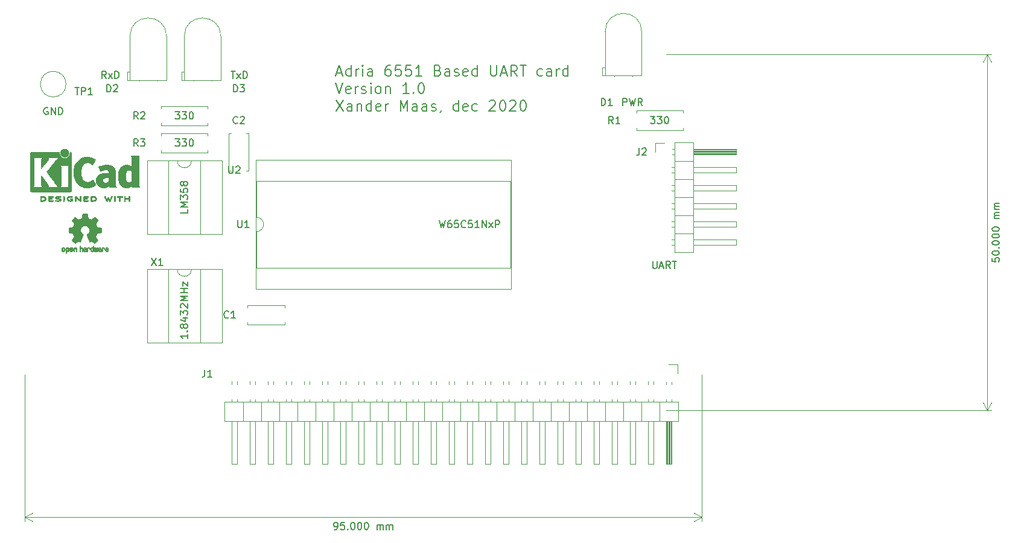
<source format=gbr>
%TF.GenerationSoftware,KiCad,Pcbnew,5.1.9*%
%TF.CreationDate,2021-02-01T10:21:22+01:00*%
%TF.ProjectId,UART_6551_DIP_v1.0,55415254-5f36-4353-9531-5f4449505f76,1.0*%
%TF.SameCoordinates,Original*%
%TF.FileFunction,Legend,Top*%
%TF.FilePolarity,Positive*%
%FSLAX46Y46*%
G04 Gerber Fmt 4.6, Leading zero omitted, Abs format (unit mm)*
G04 Created by KiCad (PCBNEW 5.1.9) date 2021-02-01 10:21:22*
%MOMM*%
%LPD*%
G01*
G04 APERTURE LIST*
%ADD10C,0.200000*%
%ADD11C,0.150000*%
%ADD12C,0.120000*%
%ADD13C,0.010000*%
G04 APERTURE END LIST*
D10*
X111540714Y-80350000D02*
X112255000Y-80350000D01*
X111397857Y-80778571D02*
X111897857Y-79278571D01*
X112397857Y-80778571D01*
X113540714Y-80778571D02*
X113540714Y-79278571D01*
X113540714Y-80707142D02*
X113397857Y-80778571D01*
X113112142Y-80778571D01*
X112969285Y-80707142D01*
X112897857Y-80635714D01*
X112826428Y-80492857D01*
X112826428Y-80064285D01*
X112897857Y-79921428D01*
X112969285Y-79850000D01*
X113112142Y-79778571D01*
X113397857Y-79778571D01*
X113540714Y-79850000D01*
X114255000Y-80778571D02*
X114255000Y-79778571D01*
X114255000Y-80064285D02*
X114326428Y-79921428D01*
X114397857Y-79850000D01*
X114540714Y-79778571D01*
X114683571Y-79778571D01*
X115183571Y-80778571D02*
X115183571Y-79778571D01*
X115183571Y-79278571D02*
X115112142Y-79350000D01*
X115183571Y-79421428D01*
X115255000Y-79350000D01*
X115183571Y-79278571D01*
X115183571Y-79421428D01*
X116540714Y-80778571D02*
X116540714Y-79992857D01*
X116469285Y-79850000D01*
X116326428Y-79778571D01*
X116040714Y-79778571D01*
X115897857Y-79850000D01*
X116540714Y-80707142D02*
X116397857Y-80778571D01*
X116040714Y-80778571D01*
X115897857Y-80707142D01*
X115826428Y-80564285D01*
X115826428Y-80421428D01*
X115897857Y-80278571D01*
X116040714Y-80207142D01*
X116397857Y-80207142D01*
X116540714Y-80135714D01*
X119040714Y-79278571D02*
X118755000Y-79278571D01*
X118612142Y-79350000D01*
X118540714Y-79421428D01*
X118397857Y-79635714D01*
X118326428Y-79921428D01*
X118326428Y-80492857D01*
X118397857Y-80635714D01*
X118469285Y-80707142D01*
X118612142Y-80778571D01*
X118897857Y-80778571D01*
X119040714Y-80707142D01*
X119112142Y-80635714D01*
X119183571Y-80492857D01*
X119183571Y-80135714D01*
X119112142Y-79992857D01*
X119040714Y-79921428D01*
X118897857Y-79850000D01*
X118612142Y-79850000D01*
X118469285Y-79921428D01*
X118397857Y-79992857D01*
X118326428Y-80135714D01*
X120540714Y-79278571D02*
X119826428Y-79278571D01*
X119755000Y-79992857D01*
X119826428Y-79921428D01*
X119969285Y-79850000D01*
X120326428Y-79850000D01*
X120469285Y-79921428D01*
X120540714Y-79992857D01*
X120612142Y-80135714D01*
X120612142Y-80492857D01*
X120540714Y-80635714D01*
X120469285Y-80707142D01*
X120326428Y-80778571D01*
X119969285Y-80778571D01*
X119826428Y-80707142D01*
X119755000Y-80635714D01*
X121969285Y-79278571D02*
X121255000Y-79278571D01*
X121183571Y-79992857D01*
X121255000Y-79921428D01*
X121397857Y-79850000D01*
X121755000Y-79850000D01*
X121897857Y-79921428D01*
X121969285Y-79992857D01*
X122040714Y-80135714D01*
X122040714Y-80492857D01*
X121969285Y-80635714D01*
X121897857Y-80707142D01*
X121755000Y-80778571D01*
X121397857Y-80778571D01*
X121255000Y-80707142D01*
X121183571Y-80635714D01*
X123469285Y-80778571D02*
X122612142Y-80778571D01*
X123040714Y-80778571D02*
X123040714Y-79278571D01*
X122897857Y-79492857D01*
X122755000Y-79635714D01*
X122612142Y-79707142D01*
X125755000Y-79992857D02*
X125969285Y-80064285D01*
X126040714Y-80135714D01*
X126112142Y-80278571D01*
X126112142Y-80492857D01*
X126040714Y-80635714D01*
X125969285Y-80707142D01*
X125826428Y-80778571D01*
X125255000Y-80778571D01*
X125255000Y-79278571D01*
X125755000Y-79278571D01*
X125897857Y-79350000D01*
X125969285Y-79421428D01*
X126040714Y-79564285D01*
X126040714Y-79707142D01*
X125969285Y-79850000D01*
X125897857Y-79921428D01*
X125755000Y-79992857D01*
X125255000Y-79992857D01*
X127397857Y-80778571D02*
X127397857Y-79992857D01*
X127326428Y-79850000D01*
X127183571Y-79778571D01*
X126897857Y-79778571D01*
X126755000Y-79850000D01*
X127397857Y-80707142D02*
X127255000Y-80778571D01*
X126897857Y-80778571D01*
X126755000Y-80707142D01*
X126683571Y-80564285D01*
X126683571Y-80421428D01*
X126755000Y-80278571D01*
X126897857Y-80207142D01*
X127255000Y-80207142D01*
X127397857Y-80135714D01*
X128040714Y-80707142D02*
X128183571Y-80778571D01*
X128469285Y-80778571D01*
X128612142Y-80707142D01*
X128683571Y-80564285D01*
X128683571Y-80492857D01*
X128612142Y-80350000D01*
X128469285Y-80278571D01*
X128255000Y-80278571D01*
X128112142Y-80207142D01*
X128040714Y-80064285D01*
X128040714Y-79992857D01*
X128112142Y-79850000D01*
X128255000Y-79778571D01*
X128469285Y-79778571D01*
X128612142Y-79850000D01*
X129897857Y-80707142D02*
X129755000Y-80778571D01*
X129469285Y-80778571D01*
X129326428Y-80707142D01*
X129255000Y-80564285D01*
X129255000Y-79992857D01*
X129326428Y-79850000D01*
X129469285Y-79778571D01*
X129755000Y-79778571D01*
X129897857Y-79850000D01*
X129969285Y-79992857D01*
X129969285Y-80135714D01*
X129255000Y-80278571D01*
X131255000Y-80778571D02*
X131255000Y-79278571D01*
X131255000Y-80707142D02*
X131112142Y-80778571D01*
X130826428Y-80778571D01*
X130683571Y-80707142D01*
X130612142Y-80635714D01*
X130540714Y-80492857D01*
X130540714Y-80064285D01*
X130612142Y-79921428D01*
X130683571Y-79850000D01*
X130826428Y-79778571D01*
X131112142Y-79778571D01*
X131255000Y-79850000D01*
X133112142Y-79278571D02*
X133112142Y-80492857D01*
X133183571Y-80635714D01*
X133255000Y-80707142D01*
X133397857Y-80778571D01*
X133683571Y-80778571D01*
X133826428Y-80707142D01*
X133897857Y-80635714D01*
X133969285Y-80492857D01*
X133969285Y-79278571D01*
X134612142Y-80350000D02*
X135326428Y-80350000D01*
X134469285Y-80778571D02*
X134969285Y-79278571D01*
X135469285Y-80778571D01*
X136826428Y-80778571D02*
X136326428Y-80064285D01*
X135969285Y-80778571D02*
X135969285Y-79278571D01*
X136540714Y-79278571D01*
X136683571Y-79350000D01*
X136755000Y-79421428D01*
X136826428Y-79564285D01*
X136826428Y-79778571D01*
X136755000Y-79921428D01*
X136683571Y-79992857D01*
X136540714Y-80064285D01*
X135969285Y-80064285D01*
X137255000Y-79278571D02*
X138112142Y-79278571D01*
X137683571Y-80778571D02*
X137683571Y-79278571D01*
X140397857Y-80707142D02*
X140255000Y-80778571D01*
X139969285Y-80778571D01*
X139826428Y-80707142D01*
X139755000Y-80635714D01*
X139683571Y-80492857D01*
X139683571Y-80064285D01*
X139755000Y-79921428D01*
X139826428Y-79850000D01*
X139969285Y-79778571D01*
X140255000Y-79778571D01*
X140397857Y-79850000D01*
X141683571Y-80778571D02*
X141683571Y-79992857D01*
X141612142Y-79850000D01*
X141469285Y-79778571D01*
X141183571Y-79778571D01*
X141040714Y-79850000D01*
X141683571Y-80707142D02*
X141540714Y-80778571D01*
X141183571Y-80778571D01*
X141040714Y-80707142D01*
X140969285Y-80564285D01*
X140969285Y-80421428D01*
X141040714Y-80278571D01*
X141183571Y-80207142D01*
X141540714Y-80207142D01*
X141683571Y-80135714D01*
X142397857Y-80778571D02*
X142397857Y-79778571D01*
X142397857Y-80064285D02*
X142469285Y-79921428D01*
X142540714Y-79850000D01*
X142683571Y-79778571D01*
X142826428Y-79778571D01*
X143969285Y-80778571D02*
X143969285Y-79278571D01*
X143969285Y-80707142D02*
X143826428Y-80778571D01*
X143540714Y-80778571D01*
X143397857Y-80707142D01*
X143326428Y-80635714D01*
X143255000Y-80492857D01*
X143255000Y-80064285D01*
X143326428Y-79921428D01*
X143397857Y-79850000D01*
X143540714Y-79778571D01*
X143826428Y-79778571D01*
X143969285Y-79850000D01*
X111397857Y-81728571D02*
X111897857Y-83228571D01*
X112397857Y-81728571D01*
X113469285Y-83157142D02*
X113326428Y-83228571D01*
X113040714Y-83228571D01*
X112897857Y-83157142D01*
X112826428Y-83014285D01*
X112826428Y-82442857D01*
X112897857Y-82300000D01*
X113040714Y-82228571D01*
X113326428Y-82228571D01*
X113469285Y-82300000D01*
X113540714Y-82442857D01*
X113540714Y-82585714D01*
X112826428Y-82728571D01*
X114183571Y-83228571D02*
X114183571Y-82228571D01*
X114183571Y-82514285D02*
X114255000Y-82371428D01*
X114326428Y-82300000D01*
X114469285Y-82228571D01*
X114612142Y-82228571D01*
X115040714Y-83157142D02*
X115183571Y-83228571D01*
X115469285Y-83228571D01*
X115612142Y-83157142D01*
X115683571Y-83014285D01*
X115683571Y-82942857D01*
X115612142Y-82800000D01*
X115469285Y-82728571D01*
X115255000Y-82728571D01*
X115112142Y-82657142D01*
X115040714Y-82514285D01*
X115040714Y-82442857D01*
X115112142Y-82300000D01*
X115255000Y-82228571D01*
X115469285Y-82228571D01*
X115612142Y-82300000D01*
X116326428Y-83228571D02*
X116326428Y-82228571D01*
X116326428Y-81728571D02*
X116255000Y-81800000D01*
X116326428Y-81871428D01*
X116397857Y-81800000D01*
X116326428Y-81728571D01*
X116326428Y-81871428D01*
X117255000Y-83228571D02*
X117112142Y-83157142D01*
X117040714Y-83085714D01*
X116969285Y-82942857D01*
X116969285Y-82514285D01*
X117040714Y-82371428D01*
X117112142Y-82300000D01*
X117255000Y-82228571D01*
X117469285Y-82228571D01*
X117612142Y-82300000D01*
X117683571Y-82371428D01*
X117755000Y-82514285D01*
X117755000Y-82942857D01*
X117683571Y-83085714D01*
X117612142Y-83157142D01*
X117469285Y-83228571D01*
X117255000Y-83228571D01*
X118397857Y-82228571D02*
X118397857Y-83228571D01*
X118397857Y-82371428D02*
X118469285Y-82300000D01*
X118612142Y-82228571D01*
X118826428Y-82228571D01*
X118969285Y-82300000D01*
X119040714Y-82442857D01*
X119040714Y-83228571D01*
X121683571Y-83228571D02*
X120826428Y-83228571D01*
X121255000Y-83228571D02*
X121255000Y-81728571D01*
X121112142Y-81942857D01*
X120969285Y-82085714D01*
X120826428Y-82157142D01*
X122326428Y-83085714D02*
X122397857Y-83157142D01*
X122326428Y-83228571D01*
X122255000Y-83157142D01*
X122326428Y-83085714D01*
X122326428Y-83228571D01*
X123326428Y-81728571D02*
X123469285Y-81728571D01*
X123612142Y-81800000D01*
X123683571Y-81871428D01*
X123755000Y-82014285D01*
X123826428Y-82300000D01*
X123826428Y-82657142D01*
X123755000Y-82942857D01*
X123683571Y-83085714D01*
X123612142Y-83157142D01*
X123469285Y-83228571D01*
X123326428Y-83228571D01*
X123183571Y-83157142D01*
X123112142Y-83085714D01*
X123040714Y-82942857D01*
X122969285Y-82657142D01*
X122969285Y-82300000D01*
X123040714Y-82014285D01*
X123112142Y-81871428D01*
X123183571Y-81800000D01*
X123326428Y-81728571D01*
X111469285Y-84178571D02*
X112469285Y-85678571D01*
X112469285Y-84178571D02*
X111469285Y-85678571D01*
X113683571Y-85678571D02*
X113683571Y-84892857D01*
X113612142Y-84750000D01*
X113469285Y-84678571D01*
X113183571Y-84678571D01*
X113040714Y-84750000D01*
X113683571Y-85607142D02*
X113540714Y-85678571D01*
X113183571Y-85678571D01*
X113040714Y-85607142D01*
X112969285Y-85464285D01*
X112969285Y-85321428D01*
X113040714Y-85178571D01*
X113183571Y-85107142D01*
X113540714Y-85107142D01*
X113683571Y-85035714D01*
X114397857Y-84678571D02*
X114397857Y-85678571D01*
X114397857Y-84821428D02*
X114469285Y-84750000D01*
X114612142Y-84678571D01*
X114826428Y-84678571D01*
X114969285Y-84750000D01*
X115040714Y-84892857D01*
X115040714Y-85678571D01*
X116397857Y-85678571D02*
X116397857Y-84178571D01*
X116397857Y-85607142D02*
X116255000Y-85678571D01*
X115969285Y-85678571D01*
X115826428Y-85607142D01*
X115755000Y-85535714D01*
X115683571Y-85392857D01*
X115683571Y-84964285D01*
X115755000Y-84821428D01*
X115826428Y-84750000D01*
X115969285Y-84678571D01*
X116255000Y-84678571D01*
X116397857Y-84750000D01*
X117683571Y-85607142D02*
X117540714Y-85678571D01*
X117255000Y-85678571D01*
X117112142Y-85607142D01*
X117040714Y-85464285D01*
X117040714Y-84892857D01*
X117112142Y-84750000D01*
X117255000Y-84678571D01*
X117540714Y-84678571D01*
X117683571Y-84750000D01*
X117755000Y-84892857D01*
X117755000Y-85035714D01*
X117040714Y-85178571D01*
X118397857Y-85678571D02*
X118397857Y-84678571D01*
X118397857Y-84964285D02*
X118469285Y-84821428D01*
X118540714Y-84750000D01*
X118683571Y-84678571D01*
X118826428Y-84678571D01*
X120469285Y-85678571D02*
X120469285Y-84178571D01*
X120969285Y-85250000D01*
X121469285Y-84178571D01*
X121469285Y-85678571D01*
X122826428Y-85678571D02*
X122826428Y-84892857D01*
X122755000Y-84750000D01*
X122612142Y-84678571D01*
X122326428Y-84678571D01*
X122183571Y-84750000D01*
X122826428Y-85607142D02*
X122683571Y-85678571D01*
X122326428Y-85678571D01*
X122183571Y-85607142D01*
X122112142Y-85464285D01*
X122112142Y-85321428D01*
X122183571Y-85178571D01*
X122326428Y-85107142D01*
X122683571Y-85107142D01*
X122826428Y-85035714D01*
X124183571Y-85678571D02*
X124183571Y-84892857D01*
X124112142Y-84750000D01*
X123969285Y-84678571D01*
X123683571Y-84678571D01*
X123540714Y-84750000D01*
X124183571Y-85607142D02*
X124040714Y-85678571D01*
X123683571Y-85678571D01*
X123540714Y-85607142D01*
X123469285Y-85464285D01*
X123469285Y-85321428D01*
X123540714Y-85178571D01*
X123683571Y-85107142D01*
X124040714Y-85107142D01*
X124183571Y-85035714D01*
X124826428Y-85607142D02*
X124969285Y-85678571D01*
X125255000Y-85678571D01*
X125397857Y-85607142D01*
X125469285Y-85464285D01*
X125469285Y-85392857D01*
X125397857Y-85250000D01*
X125255000Y-85178571D01*
X125040714Y-85178571D01*
X124897857Y-85107142D01*
X124826428Y-84964285D01*
X124826428Y-84892857D01*
X124897857Y-84750000D01*
X125040714Y-84678571D01*
X125255000Y-84678571D01*
X125397857Y-84750000D01*
X126183571Y-85607142D02*
X126183571Y-85678571D01*
X126112142Y-85821428D01*
X126040714Y-85892857D01*
X128612142Y-85678571D02*
X128612142Y-84178571D01*
X128612142Y-85607142D02*
X128469285Y-85678571D01*
X128183571Y-85678571D01*
X128040714Y-85607142D01*
X127969285Y-85535714D01*
X127897857Y-85392857D01*
X127897857Y-84964285D01*
X127969285Y-84821428D01*
X128040714Y-84750000D01*
X128183571Y-84678571D01*
X128469285Y-84678571D01*
X128612142Y-84750000D01*
X129897857Y-85607142D02*
X129755000Y-85678571D01*
X129469285Y-85678571D01*
X129326428Y-85607142D01*
X129255000Y-85464285D01*
X129255000Y-84892857D01*
X129326428Y-84750000D01*
X129469285Y-84678571D01*
X129755000Y-84678571D01*
X129897857Y-84750000D01*
X129969285Y-84892857D01*
X129969285Y-85035714D01*
X129255000Y-85178571D01*
X131255000Y-85607142D02*
X131112142Y-85678571D01*
X130826428Y-85678571D01*
X130683571Y-85607142D01*
X130612142Y-85535714D01*
X130540714Y-85392857D01*
X130540714Y-84964285D01*
X130612142Y-84821428D01*
X130683571Y-84750000D01*
X130826428Y-84678571D01*
X131112142Y-84678571D01*
X131255000Y-84750000D01*
X132969285Y-84321428D02*
X133040714Y-84250000D01*
X133183571Y-84178571D01*
X133540714Y-84178571D01*
X133683571Y-84250000D01*
X133755000Y-84321428D01*
X133826428Y-84464285D01*
X133826428Y-84607142D01*
X133755000Y-84821428D01*
X132897857Y-85678571D01*
X133826428Y-85678571D01*
X134755000Y-84178571D02*
X134897857Y-84178571D01*
X135040714Y-84250000D01*
X135112142Y-84321428D01*
X135183571Y-84464285D01*
X135255000Y-84750000D01*
X135255000Y-85107142D01*
X135183571Y-85392857D01*
X135112142Y-85535714D01*
X135040714Y-85607142D01*
X134897857Y-85678571D01*
X134755000Y-85678571D01*
X134612142Y-85607142D01*
X134540714Y-85535714D01*
X134469285Y-85392857D01*
X134397857Y-85107142D01*
X134397857Y-84750000D01*
X134469285Y-84464285D01*
X134540714Y-84321428D01*
X134612142Y-84250000D01*
X134755000Y-84178571D01*
X135826428Y-84321428D02*
X135897857Y-84250000D01*
X136040714Y-84178571D01*
X136397857Y-84178571D01*
X136540714Y-84250000D01*
X136612142Y-84321428D01*
X136683571Y-84464285D01*
X136683571Y-84607142D01*
X136612142Y-84821428D01*
X135755000Y-85678571D01*
X136683571Y-85678571D01*
X137612142Y-84178571D02*
X137755000Y-84178571D01*
X137897857Y-84250000D01*
X137969285Y-84321428D01*
X138040714Y-84464285D01*
X138112142Y-84750000D01*
X138112142Y-85107142D01*
X138040714Y-85392857D01*
X137969285Y-85535714D01*
X137897857Y-85607142D01*
X137755000Y-85678571D01*
X137612142Y-85678571D01*
X137469285Y-85607142D01*
X137397857Y-85535714D01*
X137326428Y-85392857D01*
X137255000Y-85107142D01*
X137255000Y-84750000D01*
X137326428Y-84464285D01*
X137397857Y-84321428D01*
X137469285Y-84250000D01*
X137612142Y-84178571D01*
D11*
X203497380Y-106314047D02*
X203497380Y-106790238D01*
X203973571Y-106837857D01*
X203925952Y-106790238D01*
X203878333Y-106695000D01*
X203878333Y-106456904D01*
X203925952Y-106361666D01*
X203973571Y-106314047D01*
X204068809Y-106266428D01*
X204306904Y-106266428D01*
X204402142Y-106314047D01*
X204449761Y-106361666D01*
X204497380Y-106456904D01*
X204497380Y-106695000D01*
X204449761Y-106790238D01*
X204402142Y-106837857D01*
X203497380Y-105647380D02*
X203497380Y-105552142D01*
X203545000Y-105456904D01*
X203592619Y-105409285D01*
X203687857Y-105361666D01*
X203878333Y-105314047D01*
X204116428Y-105314047D01*
X204306904Y-105361666D01*
X204402142Y-105409285D01*
X204449761Y-105456904D01*
X204497380Y-105552142D01*
X204497380Y-105647380D01*
X204449761Y-105742619D01*
X204402142Y-105790238D01*
X204306904Y-105837857D01*
X204116428Y-105885476D01*
X203878333Y-105885476D01*
X203687857Y-105837857D01*
X203592619Y-105790238D01*
X203545000Y-105742619D01*
X203497380Y-105647380D01*
X204402142Y-104885476D02*
X204449761Y-104837857D01*
X204497380Y-104885476D01*
X204449761Y-104933095D01*
X204402142Y-104885476D01*
X204497380Y-104885476D01*
X203497380Y-104218809D02*
X203497380Y-104123571D01*
X203545000Y-104028333D01*
X203592619Y-103980714D01*
X203687857Y-103933095D01*
X203878333Y-103885476D01*
X204116428Y-103885476D01*
X204306904Y-103933095D01*
X204402142Y-103980714D01*
X204449761Y-104028333D01*
X204497380Y-104123571D01*
X204497380Y-104218809D01*
X204449761Y-104314047D01*
X204402142Y-104361666D01*
X204306904Y-104409285D01*
X204116428Y-104456904D01*
X203878333Y-104456904D01*
X203687857Y-104409285D01*
X203592619Y-104361666D01*
X203545000Y-104314047D01*
X203497380Y-104218809D01*
X203497380Y-103266428D02*
X203497380Y-103171190D01*
X203545000Y-103075952D01*
X203592619Y-103028333D01*
X203687857Y-102980714D01*
X203878333Y-102933095D01*
X204116428Y-102933095D01*
X204306904Y-102980714D01*
X204402142Y-103028333D01*
X204449761Y-103075952D01*
X204497380Y-103171190D01*
X204497380Y-103266428D01*
X204449761Y-103361666D01*
X204402142Y-103409285D01*
X204306904Y-103456904D01*
X204116428Y-103504523D01*
X203878333Y-103504523D01*
X203687857Y-103456904D01*
X203592619Y-103409285D01*
X203545000Y-103361666D01*
X203497380Y-103266428D01*
X203497380Y-102314047D02*
X203497380Y-102218809D01*
X203545000Y-102123571D01*
X203592619Y-102075952D01*
X203687857Y-102028333D01*
X203878333Y-101980714D01*
X204116428Y-101980714D01*
X204306904Y-102028333D01*
X204402142Y-102075952D01*
X204449761Y-102123571D01*
X204497380Y-102218809D01*
X204497380Y-102314047D01*
X204449761Y-102409285D01*
X204402142Y-102456904D01*
X204306904Y-102504523D01*
X204116428Y-102552142D01*
X203878333Y-102552142D01*
X203687857Y-102504523D01*
X203592619Y-102456904D01*
X203545000Y-102409285D01*
X203497380Y-102314047D01*
X204497380Y-100790238D02*
X203830714Y-100790238D01*
X203925952Y-100790238D02*
X203878333Y-100742619D01*
X203830714Y-100647380D01*
X203830714Y-100504523D01*
X203878333Y-100409285D01*
X203973571Y-100361666D01*
X204497380Y-100361666D01*
X203973571Y-100361666D02*
X203878333Y-100314047D01*
X203830714Y-100218809D01*
X203830714Y-100075952D01*
X203878333Y-99980714D01*
X203973571Y-99933095D01*
X204497380Y-99933095D01*
X204497380Y-99456904D02*
X203830714Y-99456904D01*
X203925952Y-99456904D02*
X203878333Y-99409285D01*
X203830714Y-99314047D01*
X203830714Y-99171190D01*
X203878333Y-99075952D01*
X203973571Y-99028333D01*
X204497380Y-99028333D01*
X203973571Y-99028333D02*
X203878333Y-98980714D01*
X203830714Y-98885476D01*
X203830714Y-98742619D01*
X203878333Y-98647380D01*
X203973571Y-98599761D01*
X204497380Y-98599761D01*
D12*
X202775000Y-127695000D02*
X202775000Y-77695000D01*
X157775000Y-127695000D02*
X203361421Y-127695000D01*
X157775000Y-77695000D02*
X203361421Y-77695000D01*
X202775000Y-77695000D02*
X203361421Y-78821504D01*
X202775000Y-77695000D02*
X202188579Y-78821504D01*
X202775000Y-127695000D02*
X203361421Y-126568496D01*
X202775000Y-127695000D02*
X202188579Y-126568496D01*
D11*
X111227380Y-144417380D02*
X111417857Y-144417380D01*
X111513095Y-144369761D01*
X111560714Y-144322142D01*
X111655952Y-144179285D01*
X111703571Y-143988809D01*
X111703571Y-143607857D01*
X111655952Y-143512619D01*
X111608333Y-143465000D01*
X111513095Y-143417380D01*
X111322619Y-143417380D01*
X111227380Y-143465000D01*
X111179761Y-143512619D01*
X111132142Y-143607857D01*
X111132142Y-143845952D01*
X111179761Y-143941190D01*
X111227380Y-143988809D01*
X111322619Y-144036428D01*
X111513095Y-144036428D01*
X111608333Y-143988809D01*
X111655952Y-143941190D01*
X111703571Y-143845952D01*
X112608333Y-143417380D02*
X112132142Y-143417380D01*
X112084523Y-143893571D01*
X112132142Y-143845952D01*
X112227380Y-143798333D01*
X112465476Y-143798333D01*
X112560714Y-143845952D01*
X112608333Y-143893571D01*
X112655952Y-143988809D01*
X112655952Y-144226904D01*
X112608333Y-144322142D01*
X112560714Y-144369761D01*
X112465476Y-144417380D01*
X112227380Y-144417380D01*
X112132142Y-144369761D01*
X112084523Y-144322142D01*
X113084523Y-144322142D02*
X113132142Y-144369761D01*
X113084523Y-144417380D01*
X113036904Y-144369761D01*
X113084523Y-144322142D01*
X113084523Y-144417380D01*
X113751190Y-143417380D02*
X113846428Y-143417380D01*
X113941666Y-143465000D01*
X113989285Y-143512619D01*
X114036904Y-143607857D01*
X114084523Y-143798333D01*
X114084523Y-144036428D01*
X114036904Y-144226904D01*
X113989285Y-144322142D01*
X113941666Y-144369761D01*
X113846428Y-144417380D01*
X113751190Y-144417380D01*
X113655952Y-144369761D01*
X113608333Y-144322142D01*
X113560714Y-144226904D01*
X113513095Y-144036428D01*
X113513095Y-143798333D01*
X113560714Y-143607857D01*
X113608333Y-143512619D01*
X113655952Y-143465000D01*
X113751190Y-143417380D01*
X114703571Y-143417380D02*
X114798809Y-143417380D01*
X114894047Y-143465000D01*
X114941666Y-143512619D01*
X114989285Y-143607857D01*
X115036904Y-143798333D01*
X115036904Y-144036428D01*
X114989285Y-144226904D01*
X114941666Y-144322142D01*
X114894047Y-144369761D01*
X114798809Y-144417380D01*
X114703571Y-144417380D01*
X114608333Y-144369761D01*
X114560714Y-144322142D01*
X114513095Y-144226904D01*
X114465476Y-144036428D01*
X114465476Y-143798333D01*
X114513095Y-143607857D01*
X114560714Y-143512619D01*
X114608333Y-143465000D01*
X114703571Y-143417380D01*
X115655952Y-143417380D02*
X115751190Y-143417380D01*
X115846428Y-143465000D01*
X115894047Y-143512619D01*
X115941666Y-143607857D01*
X115989285Y-143798333D01*
X115989285Y-144036428D01*
X115941666Y-144226904D01*
X115894047Y-144322142D01*
X115846428Y-144369761D01*
X115751190Y-144417380D01*
X115655952Y-144417380D01*
X115560714Y-144369761D01*
X115513095Y-144322142D01*
X115465476Y-144226904D01*
X115417857Y-144036428D01*
X115417857Y-143798333D01*
X115465476Y-143607857D01*
X115513095Y-143512619D01*
X115560714Y-143465000D01*
X115655952Y-143417380D01*
X117179761Y-144417380D02*
X117179761Y-143750714D01*
X117179761Y-143845952D02*
X117227380Y-143798333D01*
X117322619Y-143750714D01*
X117465476Y-143750714D01*
X117560714Y-143798333D01*
X117608333Y-143893571D01*
X117608333Y-144417380D01*
X117608333Y-143893571D02*
X117655952Y-143798333D01*
X117751190Y-143750714D01*
X117894047Y-143750714D01*
X117989285Y-143798333D01*
X118036904Y-143893571D01*
X118036904Y-144417380D01*
X118513095Y-144417380D02*
X118513095Y-143750714D01*
X118513095Y-143845952D02*
X118560714Y-143798333D01*
X118655952Y-143750714D01*
X118798809Y-143750714D01*
X118894047Y-143798333D01*
X118941666Y-143893571D01*
X118941666Y-144417380D01*
X118941666Y-143893571D02*
X118989285Y-143798333D01*
X119084523Y-143750714D01*
X119227380Y-143750714D01*
X119322619Y-143798333D01*
X119370238Y-143893571D01*
X119370238Y-144417380D01*
D12*
X67775000Y-142695000D02*
X162775000Y-142695000D01*
X67775000Y-122695000D02*
X67775000Y-143281421D01*
X162775000Y-122695000D02*
X162775000Y-143281421D01*
X162775000Y-142695000D02*
X161648496Y-143281421D01*
X162775000Y-142695000D02*
X161648496Y-142108579D01*
X67775000Y-142695000D02*
X68901504Y-143281421D01*
X67775000Y-142695000D02*
X68901504Y-142108579D01*
D13*
%TO.C,REF\u002A\u002A*%
G36*
X73799744Y-104789918D02*
G01*
X73855201Y-104817568D01*
X73904148Y-104868480D01*
X73917629Y-104887338D01*
X73932314Y-104912015D01*
X73941842Y-104938816D01*
X73947293Y-104974587D01*
X73949747Y-105026169D01*
X73950286Y-105094267D01*
X73947852Y-105187588D01*
X73939394Y-105257657D01*
X73923174Y-105309931D01*
X73897454Y-105349869D01*
X73860497Y-105382929D01*
X73857782Y-105384886D01*
X73821360Y-105404908D01*
X73777502Y-105414815D01*
X73721724Y-105417257D01*
X73631048Y-105417257D01*
X73631010Y-105505283D01*
X73630166Y-105554308D01*
X73625024Y-105583065D01*
X73611587Y-105600311D01*
X73585858Y-105614808D01*
X73579679Y-105617769D01*
X73550764Y-105631648D01*
X73528376Y-105640414D01*
X73511729Y-105641171D01*
X73500036Y-105631023D01*
X73492510Y-105607073D01*
X73488366Y-105566426D01*
X73486815Y-105506186D01*
X73487071Y-105423455D01*
X73488349Y-105315339D01*
X73488748Y-105283000D01*
X73490185Y-105171524D01*
X73491472Y-105098603D01*
X73630971Y-105098603D01*
X73631755Y-105160499D01*
X73635240Y-105200997D01*
X73643124Y-105227708D01*
X73657105Y-105248244D01*
X73666597Y-105258260D01*
X73705404Y-105287567D01*
X73739763Y-105289952D01*
X73775216Y-105265750D01*
X73776114Y-105264857D01*
X73790539Y-105246153D01*
X73799313Y-105220732D01*
X73803739Y-105181584D01*
X73805118Y-105121697D01*
X73805143Y-105108430D01*
X73801812Y-105025901D01*
X73790969Y-104968691D01*
X73771340Y-104933766D01*
X73741650Y-104918094D01*
X73724491Y-104916514D01*
X73683766Y-104923926D01*
X73655832Y-104948330D01*
X73639017Y-104992980D01*
X73631650Y-105061130D01*
X73630971Y-105098603D01*
X73491472Y-105098603D01*
X73491708Y-105085245D01*
X73493677Y-105020333D01*
X73496450Y-104972958D01*
X73500388Y-104939290D01*
X73505849Y-104915498D01*
X73513192Y-104897753D01*
X73522777Y-104882224D01*
X73526887Y-104876381D01*
X73581405Y-104821185D01*
X73650336Y-104789890D01*
X73730072Y-104781165D01*
X73799744Y-104789918D01*
G37*
X73799744Y-104789918D02*
X73855201Y-104817568D01*
X73904148Y-104868480D01*
X73917629Y-104887338D01*
X73932314Y-104912015D01*
X73941842Y-104938816D01*
X73947293Y-104974587D01*
X73949747Y-105026169D01*
X73950286Y-105094267D01*
X73947852Y-105187588D01*
X73939394Y-105257657D01*
X73923174Y-105309931D01*
X73897454Y-105349869D01*
X73860497Y-105382929D01*
X73857782Y-105384886D01*
X73821360Y-105404908D01*
X73777502Y-105414815D01*
X73721724Y-105417257D01*
X73631048Y-105417257D01*
X73631010Y-105505283D01*
X73630166Y-105554308D01*
X73625024Y-105583065D01*
X73611587Y-105600311D01*
X73585858Y-105614808D01*
X73579679Y-105617769D01*
X73550764Y-105631648D01*
X73528376Y-105640414D01*
X73511729Y-105641171D01*
X73500036Y-105631023D01*
X73492510Y-105607073D01*
X73488366Y-105566426D01*
X73486815Y-105506186D01*
X73487071Y-105423455D01*
X73488349Y-105315339D01*
X73488748Y-105283000D01*
X73490185Y-105171524D01*
X73491472Y-105098603D01*
X73630971Y-105098603D01*
X73631755Y-105160499D01*
X73635240Y-105200997D01*
X73643124Y-105227708D01*
X73657105Y-105248244D01*
X73666597Y-105258260D01*
X73705404Y-105287567D01*
X73739763Y-105289952D01*
X73775216Y-105265750D01*
X73776114Y-105264857D01*
X73790539Y-105246153D01*
X73799313Y-105220732D01*
X73803739Y-105181584D01*
X73805118Y-105121697D01*
X73805143Y-105108430D01*
X73801812Y-105025901D01*
X73790969Y-104968691D01*
X73771340Y-104933766D01*
X73741650Y-104918094D01*
X73724491Y-104916514D01*
X73683766Y-104923926D01*
X73655832Y-104948330D01*
X73639017Y-104992980D01*
X73631650Y-105061130D01*
X73630971Y-105098603D01*
X73491472Y-105098603D01*
X73491708Y-105085245D01*
X73493677Y-105020333D01*
X73496450Y-104972958D01*
X73500388Y-104939290D01*
X73505849Y-104915498D01*
X73513192Y-104897753D01*
X73522777Y-104882224D01*
X73526887Y-104876381D01*
X73581405Y-104821185D01*
X73650336Y-104789890D01*
X73730072Y-104781165D01*
X73799744Y-104789918D01*
G36*
X74916093Y-104797780D02*
G01*
X74962672Y-104824723D01*
X74995057Y-104851466D01*
X75018742Y-104879484D01*
X75035059Y-104913748D01*
X75045339Y-104959227D01*
X75050914Y-105020892D01*
X75053116Y-105103711D01*
X75053371Y-105163246D01*
X75053371Y-105382391D01*
X74991686Y-105410044D01*
X74930000Y-105437697D01*
X74922743Y-105197670D01*
X74919744Y-105108028D01*
X74916598Y-105042962D01*
X74912701Y-104998026D01*
X74907447Y-104968770D01*
X74900231Y-104950748D01*
X74890450Y-104939511D01*
X74887312Y-104937079D01*
X74839761Y-104918083D01*
X74791697Y-104925600D01*
X74763086Y-104945543D01*
X74751447Y-104959675D01*
X74743391Y-104978220D01*
X74738271Y-105006334D01*
X74735441Y-105049173D01*
X74734256Y-105111895D01*
X74734057Y-105177261D01*
X74734018Y-105259268D01*
X74732614Y-105317316D01*
X74727914Y-105356465D01*
X74717987Y-105381780D01*
X74700903Y-105398323D01*
X74674732Y-105411156D01*
X74639775Y-105424491D01*
X74601596Y-105439007D01*
X74606141Y-105181389D01*
X74607971Y-105088519D01*
X74610112Y-105019889D01*
X74613181Y-104970711D01*
X74617794Y-104936198D01*
X74624568Y-104911562D01*
X74634119Y-104892016D01*
X74645634Y-104874770D01*
X74701190Y-104819680D01*
X74768980Y-104787822D01*
X74842713Y-104780191D01*
X74916093Y-104797780D01*
G37*
X74916093Y-104797780D02*
X74962672Y-104824723D01*
X74995057Y-104851466D01*
X75018742Y-104879484D01*
X75035059Y-104913748D01*
X75045339Y-104959227D01*
X75050914Y-105020892D01*
X75053116Y-105103711D01*
X75053371Y-105163246D01*
X75053371Y-105382391D01*
X74991686Y-105410044D01*
X74930000Y-105437697D01*
X74922743Y-105197670D01*
X74919744Y-105108028D01*
X74916598Y-105042962D01*
X74912701Y-104998026D01*
X74907447Y-104968770D01*
X74900231Y-104950748D01*
X74890450Y-104939511D01*
X74887312Y-104937079D01*
X74839761Y-104918083D01*
X74791697Y-104925600D01*
X74763086Y-104945543D01*
X74751447Y-104959675D01*
X74743391Y-104978220D01*
X74738271Y-105006334D01*
X74735441Y-105049173D01*
X74734256Y-105111895D01*
X74734057Y-105177261D01*
X74734018Y-105259268D01*
X74732614Y-105317316D01*
X74727914Y-105356465D01*
X74717987Y-105381780D01*
X74700903Y-105398323D01*
X74674732Y-105411156D01*
X74639775Y-105424491D01*
X74601596Y-105439007D01*
X74606141Y-105181389D01*
X74607971Y-105088519D01*
X74610112Y-105019889D01*
X74613181Y-104970711D01*
X74617794Y-104936198D01*
X74624568Y-104911562D01*
X74634119Y-104892016D01*
X74645634Y-104874770D01*
X74701190Y-104819680D01*
X74768980Y-104787822D01*
X74842713Y-104780191D01*
X74916093Y-104797780D01*
G36*
X73241115Y-104791962D02*
G01*
X73309145Y-104827733D01*
X73359351Y-104885301D01*
X73377185Y-104922312D01*
X73391063Y-104977882D01*
X73398167Y-105048096D01*
X73398840Y-105124727D01*
X73393427Y-105199552D01*
X73382270Y-105264342D01*
X73365714Y-105310873D01*
X73360626Y-105318887D01*
X73300355Y-105378707D01*
X73228769Y-105414535D01*
X73151092Y-105425020D01*
X73072548Y-105408810D01*
X73050689Y-105399092D01*
X73008122Y-105369143D01*
X72970763Y-105329433D01*
X72967232Y-105324397D01*
X72952881Y-105300124D01*
X72943394Y-105274178D01*
X72937790Y-105240022D01*
X72935086Y-105191119D01*
X72934299Y-105120935D01*
X72934286Y-105105200D01*
X72934322Y-105100192D01*
X73079429Y-105100192D01*
X73080273Y-105166430D01*
X73083596Y-105210386D01*
X73090583Y-105238779D01*
X73102416Y-105258325D01*
X73108457Y-105264857D01*
X73143186Y-105289680D01*
X73176903Y-105288548D01*
X73210995Y-105267016D01*
X73231329Y-105244029D01*
X73243371Y-105210478D01*
X73250134Y-105157569D01*
X73250598Y-105151399D01*
X73251752Y-105055513D01*
X73239688Y-104984299D01*
X73214570Y-104938194D01*
X73176560Y-104917635D01*
X73162992Y-104916514D01*
X73127364Y-104922152D01*
X73102994Y-104941686D01*
X73088093Y-104979042D01*
X73080875Y-105038150D01*
X73079429Y-105100192D01*
X72934322Y-105100192D01*
X72934826Y-105030413D01*
X72937096Y-104978159D01*
X72942068Y-104941949D01*
X72950713Y-104915299D01*
X72964005Y-104891722D01*
X72966943Y-104887338D01*
X73016313Y-104828249D01*
X73070109Y-104793947D01*
X73135602Y-104780331D01*
X73157842Y-104779665D01*
X73241115Y-104791962D01*
G37*
X73241115Y-104791962D02*
X73309145Y-104827733D01*
X73359351Y-104885301D01*
X73377185Y-104922312D01*
X73391063Y-104977882D01*
X73398167Y-105048096D01*
X73398840Y-105124727D01*
X73393427Y-105199552D01*
X73382270Y-105264342D01*
X73365714Y-105310873D01*
X73360626Y-105318887D01*
X73300355Y-105378707D01*
X73228769Y-105414535D01*
X73151092Y-105425020D01*
X73072548Y-105408810D01*
X73050689Y-105399092D01*
X73008122Y-105369143D01*
X72970763Y-105329433D01*
X72967232Y-105324397D01*
X72952881Y-105300124D01*
X72943394Y-105274178D01*
X72937790Y-105240022D01*
X72935086Y-105191119D01*
X72934299Y-105120935D01*
X72934286Y-105105200D01*
X72934322Y-105100192D01*
X73079429Y-105100192D01*
X73080273Y-105166430D01*
X73083596Y-105210386D01*
X73090583Y-105238779D01*
X73102416Y-105258325D01*
X73108457Y-105264857D01*
X73143186Y-105289680D01*
X73176903Y-105288548D01*
X73210995Y-105267016D01*
X73231329Y-105244029D01*
X73243371Y-105210478D01*
X73250134Y-105157569D01*
X73250598Y-105151399D01*
X73251752Y-105055513D01*
X73239688Y-104984299D01*
X73214570Y-104938194D01*
X73176560Y-104917635D01*
X73162992Y-104916514D01*
X73127364Y-104922152D01*
X73102994Y-104941686D01*
X73088093Y-104979042D01*
X73080875Y-105038150D01*
X73079429Y-105100192D01*
X72934322Y-105100192D01*
X72934826Y-105030413D01*
X72937096Y-104978159D01*
X72942068Y-104941949D01*
X72950713Y-104915299D01*
X72964005Y-104891722D01*
X72966943Y-104887338D01*
X73016313Y-104828249D01*
X73070109Y-104793947D01*
X73135602Y-104780331D01*
X73157842Y-104779665D01*
X73241115Y-104791962D01*
G36*
X74368303Y-104801239D02*
G01*
X74425527Y-104839735D01*
X74469749Y-104895335D01*
X74496167Y-104966086D01*
X74501510Y-105018162D01*
X74500903Y-105039893D01*
X74495822Y-105056531D01*
X74481855Y-105071437D01*
X74454589Y-105087973D01*
X74409612Y-105109498D01*
X74342511Y-105139374D01*
X74342171Y-105139524D01*
X74280407Y-105167813D01*
X74229759Y-105192933D01*
X74195404Y-105212179D01*
X74182518Y-105222848D01*
X74182514Y-105222934D01*
X74193872Y-105246166D01*
X74220431Y-105271774D01*
X74250923Y-105290221D01*
X74266370Y-105293886D01*
X74308515Y-105281212D01*
X74344808Y-105249471D01*
X74362517Y-105214572D01*
X74379552Y-105188845D01*
X74412922Y-105159546D01*
X74452149Y-105134235D01*
X74486756Y-105120471D01*
X74493993Y-105119714D01*
X74502139Y-105132160D01*
X74502630Y-105163972D01*
X74496643Y-105206866D01*
X74485357Y-105252558D01*
X74469950Y-105292761D01*
X74469171Y-105294322D01*
X74422804Y-105359062D01*
X74362711Y-105403097D01*
X74294465Y-105424711D01*
X74223638Y-105422185D01*
X74155804Y-105393804D01*
X74152788Y-105391808D01*
X74099427Y-105343448D01*
X74064340Y-105280352D01*
X74044922Y-105197387D01*
X74042316Y-105174078D01*
X74037701Y-105064055D01*
X74043233Y-105012748D01*
X74182514Y-105012748D01*
X74184324Y-105044753D01*
X74194222Y-105054093D01*
X74218898Y-105047105D01*
X74257795Y-105030587D01*
X74301275Y-105009881D01*
X74302356Y-105009333D01*
X74339209Y-104989949D01*
X74354000Y-104977013D01*
X74350353Y-104963451D01*
X74334995Y-104945632D01*
X74295923Y-104919845D01*
X74253846Y-104917950D01*
X74216103Y-104936717D01*
X74190034Y-104972915D01*
X74182514Y-105012748D01*
X74043233Y-105012748D01*
X74047194Y-104976027D01*
X74071550Y-104906212D01*
X74105456Y-104857302D01*
X74166653Y-104807878D01*
X74234063Y-104783359D01*
X74302880Y-104781797D01*
X74368303Y-104801239D01*
G37*
X74368303Y-104801239D02*
X74425527Y-104839735D01*
X74469749Y-104895335D01*
X74496167Y-104966086D01*
X74501510Y-105018162D01*
X74500903Y-105039893D01*
X74495822Y-105056531D01*
X74481855Y-105071437D01*
X74454589Y-105087973D01*
X74409612Y-105109498D01*
X74342511Y-105139374D01*
X74342171Y-105139524D01*
X74280407Y-105167813D01*
X74229759Y-105192933D01*
X74195404Y-105212179D01*
X74182518Y-105222848D01*
X74182514Y-105222934D01*
X74193872Y-105246166D01*
X74220431Y-105271774D01*
X74250923Y-105290221D01*
X74266370Y-105293886D01*
X74308515Y-105281212D01*
X74344808Y-105249471D01*
X74362517Y-105214572D01*
X74379552Y-105188845D01*
X74412922Y-105159546D01*
X74452149Y-105134235D01*
X74486756Y-105120471D01*
X74493993Y-105119714D01*
X74502139Y-105132160D01*
X74502630Y-105163972D01*
X74496643Y-105206866D01*
X74485357Y-105252558D01*
X74469950Y-105292761D01*
X74469171Y-105294322D01*
X74422804Y-105359062D01*
X74362711Y-105403097D01*
X74294465Y-105424711D01*
X74223638Y-105422185D01*
X74155804Y-105393804D01*
X74152788Y-105391808D01*
X74099427Y-105343448D01*
X74064340Y-105280352D01*
X74044922Y-105197387D01*
X74042316Y-105174078D01*
X74037701Y-105064055D01*
X74043233Y-105012748D01*
X74182514Y-105012748D01*
X74184324Y-105044753D01*
X74194222Y-105054093D01*
X74218898Y-105047105D01*
X74257795Y-105030587D01*
X74301275Y-105009881D01*
X74302356Y-105009333D01*
X74339209Y-104989949D01*
X74354000Y-104977013D01*
X74350353Y-104963451D01*
X74334995Y-104945632D01*
X74295923Y-104919845D01*
X74253846Y-104917950D01*
X74216103Y-104936717D01*
X74190034Y-104972915D01*
X74182514Y-105012748D01*
X74043233Y-105012748D01*
X74047194Y-104976027D01*
X74071550Y-104906212D01*
X74105456Y-104857302D01*
X74166653Y-104807878D01*
X74234063Y-104783359D01*
X74302880Y-104781797D01*
X74368303Y-104801239D01*
G36*
X75575886Y-104721289D02*
G01*
X75580139Y-104780613D01*
X75585025Y-104815572D01*
X75591795Y-104830820D01*
X75601702Y-104831015D01*
X75604914Y-104829195D01*
X75647644Y-104816015D01*
X75703227Y-104816785D01*
X75759737Y-104830333D01*
X75795082Y-104847861D01*
X75831321Y-104875861D01*
X75857813Y-104907549D01*
X75875999Y-104947813D01*
X75887322Y-105001543D01*
X75893222Y-105073626D01*
X75895143Y-105168951D01*
X75895177Y-105187237D01*
X75895200Y-105392646D01*
X75849491Y-105408580D01*
X75817027Y-105419420D01*
X75799215Y-105424468D01*
X75798691Y-105424514D01*
X75796937Y-105410828D01*
X75795444Y-105373076D01*
X75794326Y-105316224D01*
X75793697Y-105245234D01*
X75793600Y-105202073D01*
X75793398Y-105116973D01*
X75792358Y-105055981D01*
X75789831Y-105014177D01*
X75785164Y-104986642D01*
X75777707Y-104968456D01*
X75766811Y-104954698D01*
X75760007Y-104948073D01*
X75713272Y-104921375D01*
X75662272Y-104919375D01*
X75616001Y-104941955D01*
X75607444Y-104950107D01*
X75594893Y-104965436D01*
X75586188Y-104983618D01*
X75580631Y-105009909D01*
X75577526Y-105049562D01*
X75576176Y-105107832D01*
X75575886Y-105188173D01*
X75575886Y-105392646D01*
X75530177Y-105408580D01*
X75497713Y-105419420D01*
X75479901Y-105424468D01*
X75479377Y-105424514D01*
X75478037Y-105410623D01*
X75476828Y-105371439D01*
X75475801Y-105310700D01*
X75475002Y-105232141D01*
X75474481Y-105139498D01*
X75474286Y-105036509D01*
X75474286Y-104639342D01*
X75521457Y-104619444D01*
X75568629Y-104599547D01*
X75575886Y-104721289D01*
G37*
X75575886Y-104721289D02*
X75580139Y-104780613D01*
X75585025Y-104815572D01*
X75591795Y-104830820D01*
X75601702Y-104831015D01*
X75604914Y-104829195D01*
X75647644Y-104816015D01*
X75703227Y-104816785D01*
X75759737Y-104830333D01*
X75795082Y-104847861D01*
X75831321Y-104875861D01*
X75857813Y-104907549D01*
X75875999Y-104947813D01*
X75887322Y-105001543D01*
X75893222Y-105073626D01*
X75895143Y-105168951D01*
X75895177Y-105187237D01*
X75895200Y-105392646D01*
X75849491Y-105408580D01*
X75817027Y-105419420D01*
X75799215Y-105424468D01*
X75798691Y-105424514D01*
X75796937Y-105410828D01*
X75795444Y-105373076D01*
X75794326Y-105316224D01*
X75793697Y-105245234D01*
X75793600Y-105202073D01*
X75793398Y-105116973D01*
X75792358Y-105055981D01*
X75789831Y-105014177D01*
X75785164Y-104986642D01*
X75777707Y-104968456D01*
X75766811Y-104954698D01*
X75760007Y-104948073D01*
X75713272Y-104921375D01*
X75662272Y-104919375D01*
X75616001Y-104941955D01*
X75607444Y-104950107D01*
X75594893Y-104965436D01*
X75586188Y-104983618D01*
X75580631Y-105009909D01*
X75577526Y-105049562D01*
X75576176Y-105107832D01*
X75575886Y-105188173D01*
X75575886Y-105392646D01*
X75530177Y-105408580D01*
X75497713Y-105419420D01*
X75479901Y-105424468D01*
X75479377Y-105424514D01*
X75478037Y-105410623D01*
X75476828Y-105371439D01*
X75475801Y-105310700D01*
X75475002Y-105232141D01*
X75474481Y-105139498D01*
X75474286Y-105036509D01*
X75474286Y-104639342D01*
X75521457Y-104619444D01*
X75568629Y-104599547D01*
X75575886Y-104721289D01*
G36*
X76239744Y-104820968D02*
G01*
X76296616Y-104842087D01*
X76297267Y-104842493D01*
X76332440Y-104868380D01*
X76358407Y-104898633D01*
X76376670Y-104938058D01*
X76388732Y-104991462D01*
X76396096Y-105063651D01*
X76400264Y-105159432D01*
X76400629Y-105173078D01*
X76405876Y-105378842D01*
X76361716Y-105401678D01*
X76329763Y-105417110D01*
X76310470Y-105424423D01*
X76309578Y-105424514D01*
X76306239Y-105411022D01*
X76303587Y-105374626D01*
X76301956Y-105321452D01*
X76301600Y-105278393D01*
X76301592Y-105208641D01*
X76298403Y-105164837D01*
X76287288Y-105143944D01*
X76263501Y-105142925D01*
X76222296Y-105158741D01*
X76160086Y-105187815D01*
X76114341Y-105211963D01*
X76090813Y-105232913D01*
X76083896Y-105255747D01*
X76083886Y-105256877D01*
X76095299Y-105296212D01*
X76129092Y-105317462D01*
X76180809Y-105320539D01*
X76218061Y-105320006D01*
X76237703Y-105330735D01*
X76249952Y-105356505D01*
X76257002Y-105389337D01*
X76246842Y-105407966D01*
X76243017Y-105410632D01*
X76207001Y-105421340D01*
X76156566Y-105422856D01*
X76104626Y-105415759D01*
X76067822Y-105402788D01*
X76016938Y-105359585D01*
X75988014Y-105299446D01*
X75982286Y-105252462D01*
X75986657Y-105210082D01*
X76002475Y-105175488D01*
X76033797Y-105144763D01*
X76084678Y-105113990D01*
X76159176Y-105079252D01*
X76163714Y-105077288D01*
X76230821Y-105046287D01*
X76272232Y-105020862D01*
X76289981Y-104998014D01*
X76286107Y-104974745D01*
X76262643Y-104948056D01*
X76255627Y-104941914D01*
X76208630Y-104918100D01*
X76159933Y-104919103D01*
X76117522Y-104942451D01*
X76089384Y-104985675D01*
X76086769Y-104994160D01*
X76061308Y-105035308D01*
X76029001Y-105055128D01*
X75982286Y-105074770D01*
X75982286Y-105023950D01*
X75996496Y-104950082D01*
X76038675Y-104882327D01*
X76060624Y-104859661D01*
X76110517Y-104830569D01*
X76173967Y-104817400D01*
X76239744Y-104820968D01*
G37*
X76239744Y-104820968D02*
X76296616Y-104842087D01*
X76297267Y-104842493D01*
X76332440Y-104868380D01*
X76358407Y-104898633D01*
X76376670Y-104938058D01*
X76388732Y-104991462D01*
X76396096Y-105063651D01*
X76400264Y-105159432D01*
X76400629Y-105173078D01*
X76405876Y-105378842D01*
X76361716Y-105401678D01*
X76329763Y-105417110D01*
X76310470Y-105424423D01*
X76309578Y-105424514D01*
X76306239Y-105411022D01*
X76303587Y-105374626D01*
X76301956Y-105321452D01*
X76301600Y-105278393D01*
X76301592Y-105208641D01*
X76298403Y-105164837D01*
X76287288Y-105143944D01*
X76263501Y-105142925D01*
X76222296Y-105158741D01*
X76160086Y-105187815D01*
X76114341Y-105211963D01*
X76090813Y-105232913D01*
X76083896Y-105255747D01*
X76083886Y-105256877D01*
X76095299Y-105296212D01*
X76129092Y-105317462D01*
X76180809Y-105320539D01*
X76218061Y-105320006D01*
X76237703Y-105330735D01*
X76249952Y-105356505D01*
X76257002Y-105389337D01*
X76246842Y-105407966D01*
X76243017Y-105410632D01*
X76207001Y-105421340D01*
X76156566Y-105422856D01*
X76104626Y-105415759D01*
X76067822Y-105402788D01*
X76016938Y-105359585D01*
X75988014Y-105299446D01*
X75982286Y-105252462D01*
X75986657Y-105210082D01*
X76002475Y-105175488D01*
X76033797Y-105144763D01*
X76084678Y-105113990D01*
X76159176Y-105079252D01*
X76163714Y-105077288D01*
X76230821Y-105046287D01*
X76272232Y-105020862D01*
X76289981Y-104998014D01*
X76286107Y-104974745D01*
X76262643Y-104948056D01*
X76255627Y-104941914D01*
X76208630Y-104918100D01*
X76159933Y-104919103D01*
X76117522Y-104942451D01*
X76089384Y-104985675D01*
X76086769Y-104994160D01*
X76061308Y-105035308D01*
X76029001Y-105055128D01*
X75982286Y-105074770D01*
X75982286Y-105023950D01*
X75996496Y-104950082D01*
X76038675Y-104882327D01*
X76060624Y-104859661D01*
X76110517Y-104830569D01*
X76173967Y-104817400D01*
X76239744Y-104820968D01*
G36*
X76729926Y-104819755D02*
G01*
X76795858Y-104844084D01*
X76849273Y-104887117D01*
X76870164Y-104917409D01*
X76892939Y-104972994D01*
X76892466Y-105013186D01*
X76868562Y-105040217D01*
X76859717Y-105044813D01*
X76821530Y-105059144D01*
X76802028Y-105055472D01*
X76795422Y-105031407D01*
X76795086Y-105018114D01*
X76782992Y-104969210D01*
X76751471Y-104934999D01*
X76707659Y-104918476D01*
X76658695Y-104922634D01*
X76618894Y-104944227D01*
X76605450Y-104956544D01*
X76595921Y-104971487D01*
X76589485Y-104994075D01*
X76585317Y-105029328D01*
X76582597Y-105082266D01*
X76580502Y-105157907D01*
X76579960Y-105181857D01*
X76577981Y-105263790D01*
X76575731Y-105321455D01*
X76572357Y-105359608D01*
X76567006Y-105383004D01*
X76558824Y-105396398D01*
X76546959Y-105404545D01*
X76539362Y-105408144D01*
X76507102Y-105420452D01*
X76488111Y-105424514D01*
X76481836Y-105410948D01*
X76478006Y-105369934D01*
X76476600Y-105300999D01*
X76477598Y-105203669D01*
X76477908Y-105188657D01*
X76480101Y-105099859D01*
X76482693Y-105035019D01*
X76486382Y-104989067D01*
X76491864Y-104956935D01*
X76499835Y-104933553D01*
X76510993Y-104913852D01*
X76516830Y-104905410D01*
X76550296Y-104868057D01*
X76587727Y-104839003D01*
X76592309Y-104836467D01*
X76659426Y-104816443D01*
X76729926Y-104819755D01*
G37*
X76729926Y-104819755D02*
X76795858Y-104844084D01*
X76849273Y-104887117D01*
X76870164Y-104917409D01*
X76892939Y-104972994D01*
X76892466Y-105013186D01*
X76868562Y-105040217D01*
X76859717Y-105044813D01*
X76821530Y-105059144D01*
X76802028Y-105055472D01*
X76795422Y-105031407D01*
X76795086Y-105018114D01*
X76782992Y-104969210D01*
X76751471Y-104934999D01*
X76707659Y-104918476D01*
X76658695Y-104922634D01*
X76618894Y-104944227D01*
X76605450Y-104956544D01*
X76595921Y-104971487D01*
X76589485Y-104994075D01*
X76585317Y-105029328D01*
X76582597Y-105082266D01*
X76580502Y-105157907D01*
X76579960Y-105181857D01*
X76577981Y-105263790D01*
X76575731Y-105321455D01*
X76572357Y-105359608D01*
X76567006Y-105383004D01*
X76558824Y-105396398D01*
X76546959Y-105404545D01*
X76539362Y-105408144D01*
X76507102Y-105420452D01*
X76488111Y-105424514D01*
X76481836Y-105410948D01*
X76478006Y-105369934D01*
X76476600Y-105300999D01*
X76477598Y-105203669D01*
X76477908Y-105188657D01*
X76480101Y-105099859D01*
X76482693Y-105035019D01*
X76486382Y-104989067D01*
X76491864Y-104956935D01*
X76499835Y-104933553D01*
X76510993Y-104913852D01*
X76516830Y-104905410D01*
X76550296Y-104868057D01*
X76587727Y-104839003D01*
X76592309Y-104836467D01*
X76659426Y-104816443D01*
X76729926Y-104819755D01*
G36*
X77390117Y-104935358D02*
G01*
X77389933Y-105043837D01*
X77389219Y-105127287D01*
X77387675Y-105189704D01*
X77385001Y-105235085D01*
X77380894Y-105267429D01*
X77375055Y-105290733D01*
X77367182Y-105308995D01*
X77361221Y-105319418D01*
X77311855Y-105375945D01*
X77249264Y-105411377D01*
X77180013Y-105424090D01*
X77110668Y-105412463D01*
X77069375Y-105391568D01*
X77026025Y-105355422D01*
X76996481Y-105311276D01*
X76978655Y-105253462D01*
X76970463Y-105176313D01*
X76969302Y-105119714D01*
X76969458Y-105115647D01*
X77070857Y-105115647D01*
X77071476Y-105180550D01*
X77074314Y-105223514D01*
X77080840Y-105251622D01*
X77092523Y-105271953D01*
X77106483Y-105287288D01*
X77153365Y-105316890D01*
X77203701Y-105319419D01*
X77251276Y-105294705D01*
X77254979Y-105291356D01*
X77270783Y-105273935D01*
X77280693Y-105253209D01*
X77286058Y-105222362D01*
X77288228Y-105174577D01*
X77288571Y-105121748D01*
X77287827Y-105055381D01*
X77284748Y-105011106D01*
X77278061Y-104982009D01*
X77266496Y-104961173D01*
X77257013Y-104950107D01*
X77212960Y-104922198D01*
X77162224Y-104918843D01*
X77113796Y-104940159D01*
X77104450Y-104948073D01*
X77088540Y-104965647D01*
X77078610Y-104986587D01*
X77073278Y-105017782D01*
X77071163Y-105066122D01*
X77070857Y-105115647D01*
X76969458Y-105115647D01*
X76972810Y-105028568D01*
X76984726Y-104960086D01*
X77007135Y-104908600D01*
X77042124Y-104868443D01*
X77069375Y-104847861D01*
X77118907Y-104825625D01*
X77176316Y-104815304D01*
X77229682Y-104818067D01*
X77259543Y-104829212D01*
X77271261Y-104832383D01*
X77279037Y-104820557D01*
X77284465Y-104788866D01*
X77288571Y-104740593D01*
X77293067Y-104686829D01*
X77299313Y-104654482D01*
X77310676Y-104635985D01*
X77330528Y-104623770D01*
X77343000Y-104618362D01*
X77390171Y-104598601D01*
X77390117Y-104935358D01*
G37*
X77390117Y-104935358D02*
X77389933Y-105043837D01*
X77389219Y-105127287D01*
X77387675Y-105189704D01*
X77385001Y-105235085D01*
X77380894Y-105267429D01*
X77375055Y-105290733D01*
X77367182Y-105308995D01*
X77361221Y-105319418D01*
X77311855Y-105375945D01*
X77249264Y-105411377D01*
X77180013Y-105424090D01*
X77110668Y-105412463D01*
X77069375Y-105391568D01*
X77026025Y-105355422D01*
X76996481Y-105311276D01*
X76978655Y-105253462D01*
X76970463Y-105176313D01*
X76969302Y-105119714D01*
X76969458Y-105115647D01*
X77070857Y-105115647D01*
X77071476Y-105180550D01*
X77074314Y-105223514D01*
X77080840Y-105251622D01*
X77092523Y-105271953D01*
X77106483Y-105287288D01*
X77153365Y-105316890D01*
X77203701Y-105319419D01*
X77251276Y-105294705D01*
X77254979Y-105291356D01*
X77270783Y-105273935D01*
X77280693Y-105253209D01*
X77286058Y-105222362D01*
X77288228Y-105174577D01*
X77288571Y-105121748D01*
X77287827Y-105055381D01*
X77284748Y-105011106D01*
X77278061Y-104982009D01*
X77266496Y-104961173D01*
X77257013Y-104950107D01*
X77212960Y-104922198D01*
X77162224Y-104918843D01*
X77113796Y-104940159D01*
X77104450Y-104948073D01*
X77088540Y-104965647D01*
X77078610Y-104986587D01*
X77073278Y-105017782D01*
X77071163Y-105066122D01*
X77070857Y-105115647D01*
X76969458Y-105115647D01*
X76972810Y-105028568D01*
X76984726Y-104960086D01*
X77007135Y-104908600D01*
X77042124Y-104868443D01*
X77069375Y-104847861D01*
X77118907Y-104825625D01*
X77176316Y-104815304D01*
X77229682Y-104818067D01*
X77259543Y-104829212D01*
X77271261Y-104832383D01*
X77279037Y-104820557D01*
X77284465Y-104788866D01*
X77288571Y-104740593D01*
X77293067Y-104686829D01*
X77299313Y-104654482D01*
X77310676Y-104635985D01*
X77330528Y-104623770D01*
X77343000Y-104618362D01*
X77390171Y-104598601D01*
X77390117Y-104935358D01*
G36*
X77979833Y-104828663D02*
G01*
X77982048Y-104866850D01*
X77983784Y-104924886D01*
X77984899Y-104998180D01*
X77985257Y-105075055D01*
X77985257Y-105335196D01*
X77939326Y-105381127D01*
X77907675Y-105409429D01*
X77879890Y-105420893D01*
X77841915Y-105420168D01*
X77826840Y-105418321D01*
X77779726Y-105412948D01*
X77740756Y-105409869D01*
X77731257Y-105409585D01*
X77699233Y-105411445D01*
X77653432Y-105416114D01*
X77635674Y-105418321D01*
X77592057Y-105421735D01*
X77562745Y-105414320D01*
X77533680Y-105391427D01*
X77523188Y-105381127D01*
X77477257Y-105335196D01*
X77477257Y-104848602D01*
X77514226Y-104831758D01*
X77546059Y-104819282D01*
X77564683Y-104814914D01*
X77569458Y-104828718D01*
X77573921Y-104867286D01*
X77577775Y-104926356D01*
X77580722Y-105001663D01*
X77582143Y-105065286D01*
X77586114Y-105315657D01*
X77620759Y-105320556D01*
X77652268Y-105317131D01*
X77667708Y-105306041D01*
X77672023Y-105285308D01*
X77675708Y-105241145D01*
X77678469Y-105179146D01*
X77680012Y-105104909D01*
X77680235Y-105066706D01*
X77680457Y-104846783D01*
X77726166Y-104830849D01*
X77758518Y-104820015D01*
X77776115Y-104814962D01*
X77776623Y-104814914D01*
X77778388Y-104828648D01*
X77780329Y-104866730D01*
X77782282Y-104924482D01*
X77784084Y-104997227D01*
X77785343Y-105065286D01*
X77789314Y-105315657D01*
X77876400Y-105315657D01*
X77880396Y-105087240D01*
X77884392Y-104858822D01*
X77926847Y-104836868D01*
X77958192Y-104821793D01*
X77976744Y-104814951D01*
X77977279Y-104814914D01*
X77979833Y-104828663D01*
G37*
X77979833Y-104828663D02*
X77982048Y-104866850D01*
X77983784Y-104924886D01*
X77984899Y-104998180D01*
X77985257Y-105075055D01*
X77985257Y-105335196D01*
X77939326Y-105381127D01*
X77907675Y-105409429D01*
X77879890Y-105420893D01*
X77841915Y-105420168D01*
X77826840Y-105418321D01*
X77779726Y-105412948D01*
X77740756Y-105409869D01*
X77731257Y-105409585D01*
X77699233Y-105411445D01*
X77653432Y-105416114D01*
X77635674Y-105418321D01*
X77592057Y-105421735D01*
X77562745Y-105414320D01*
X77533680Y-105391427D01*
X77523188Y-105381127D01*
X77477257Y-105335196D01*
X77477257Y-104848602D01*
X77514226Y-104831758D01*
X77546059Y-104819282D01*
X77564683Y-104814914D01*
X77569458Y-104828718D01*
X77573921Y-104867286D01*
X77577775Y-104926356D01*
X77580722Y-105001663D01*
X77582143Y-105065286D01*
X77586114Y-105315657D01*
X77620759Y-105320556D01*
X77652268Y-105317131D01*
X77667708Y-105306041D01*
X77672023Y-105285308D01*
X77675708Y-105241145D01*
X77678469Y-105179146D01*
X77680012Y-105104909D01*
X77680235Y-105066706D01*
X77680457Y-104846783D01*
X77726166Y-104830849D01*
X77758518Y-104820015D01*
X77776115Y-104814962D01*
X77776623Y-104814914D01*
X77778388Y-104828648D01*
X77780329Y-104866730D01*
X77782282Y-104924482D01*
X77784084Y-104997227D01*
X77785343Y-105065286D01*
X77789314Y-105315657D01*
X77876400Y-105315657D01*
X77880396Y-105087240D01*
X77884392Y-104858822D01*
X77926847Y-104836868D01*
X77958192Y-104821793D01*
X77976744Y-104814951D01*
X77977279Y-104814914D01*
X77979833Y-104828663D01*
G36*
X78344876Y-104826335D02*
G01*
X78386667Y-104845344D01*
X78419469Y-104868378D01*
X78443503Y-104894133D01*
X78460097Y-104927358D01*
X78470577Y-104972800D01*
X78476271Y-105035207D01*
X78478507Y-105119327D01*
X78478743Y-105174721D01*
X78478743Y-105390826D01*
X78441774Y-105407670D01*
X78412656Y-105419981D01*
X78398231Y-105424514D01*
X78395472Y-105411025D01*
X78393282Y-105374653D01*
X78391942Y-105321542D01*
X78391657Y-105279372D01*
X78390434Y-105218447D01*
X78387136Y-105170115D01*
X78382321Y-105140518D01*
X78378496Y-105134229D01*
X78352783Y-105140652D01*
X78312418Y-105157125D01*
X78265679Y-105179458D01*
X78220845Y-105203457D01*
X78186193Y-105224930D01*
X78170002Y-105239685D01*
X78169938Y-105239845D01*
X78171330Y-105267152D01*
X78183818Y-105293219D01*
X78205743Y-105314392D01*
X78237743Y-105321474D01*
X78265092Y-105320649D01*
X78303826Y-105320042D01*
X78324158Y-105329116D01*
X78336369Y-105353092D01*
X78337909Y-105357613D01*
X78343203Y-105391806D01*
X78329047Y-105412568D01*
X78292148Y-105422462D01*
X78252289Y-105424292D01*
X78180562Y-105410727D01*
X78143432Y-105391355D01*
X78097576Y-105345845D01*
X78073256Y-105289983D01*
X78071073Y-105230957D01*
X78091629Y-105175953D01*
X78122549Y-105141486D01*
X78153420Y-105122189D01*
X78201942Y-105097759D01*
X78258485Y-105072985D01*
X78267910Y-105069199D01*
X78330019Y-105041791D01*
X78365822Y-105017634D01*
X78377337Y-104993619D01*
X78366580Y-104966635D01*
X78348114Y-104945543D01*
X78304469Y-104919572D01*
X78256446Y-104917624D01*
X78212406Y-104937637D01*
X78180709Y-104977551D01*
X78176549Y-104987848D01*
X78152327Y-105025724D01*
X78116965Y-105053842D01*
X78072343Y-105076917D01*
X78072343Y-105011485D01*
X78074969Y-104971506D01*
X78086230Y-104939997D01*
X78111199Y-104906378D01*
X78135169Y-104880484D01*
X78172441Y-104843817D01*
X78201401Y-104824121D01*
X78232505Y-104816220D01*
X78267713Y-104814914D01*
X78344876Y-104826335D01*
G37*
X78344876Y-104826335D02*
X78386667Y-104845344D01*
X78419469Y-104868378D01*
X78443503Y-104894133D01*
X78460097Y-104927358D01*
X78470577Y-104972800D01*
X78476271Y-105035207D01*
X78478507Y-105119327D01*
X78478743Y-105174721D01*
X78478743Y-105390826D01*
X78441774Y-105407670D01*
X78412656Y-105419981D01*
X78398231Y-105424514D01*
X78395472Y-105411025D01*
X78393282Y-105374653D01*
X78391942Y-105321542D01*
X78391657Y-105279372D01*
X78390434Y-105218447D01*
X78387136Y-105170115D01*
X78382321Y-105140518D01*
X78378496Y-105134229D01*
X78352783Y-105140652D01*
X78312418Y-105157125D01*
X78265679Y-105179458D01*
X78220845Y-105203457D01*
X78186193Y-105224930D01*
X78170002Y-105239685D01*
X78169938Y-105239845D01*
X78171330Y-105267152D01*
X78183818Y-105293219D01*
X78205743Y-105314392D01*
X78237743Y-105321474D01*
X78265092Y-105320649D01*
X78303826Y-105320042D01*
X78324158Y-105329116D01*
X78336369Y-105353092D01*
X78337909Y-105357613D01*
X78343203Y-105391806D01*
X78329047Y-105412568D01*
X78292148Y-105422462D01*
X78252289Y-105424292D01*
X78180562Y-105410727D01*
X78143432Y-105391355D01*
X78097576Y-105345845D01*
X78073256Y-105289983D01*
X78071073Y-105230957D01*
X78091629Y-105175953D01*
X78122549Y-105141486D01*
X78153420Y-105122189D01*
X78201942Y-105097759D01*
X78258485Y-105072985D01*
X78267910Y-105069199D01*
X78330019Y-105041791D01*
X78365822Y-105017634D01*
X78377337Y-104993619D01*
X78366580Y-104966635D01*
X78348114Y-104945543D01*
X78304469Y-104919572D01*
X78256446Y-104917624D01*
X78212406Y-104937637D01*
X78180709Y-104977551D01*
X78176549Y-104987848D01*
X78152327Y-105025724D01*
X78116965Y-105053842D01*
X78072343Y-105076917D01*
X78072343Y-105011485D01*
X78074969Y-104971506D01*
X78086230Y-104939997D01*
X78111199Y-104906378D01*
X78135169Y-104880484D01*
X78172441Y-104843817D01*
X78201401Y-104824121D01*
X78232505Y-104816220D01*
X78267713Y-104814914D01*
X78344876Y-104826335D01*
G36*
X78852600Y-104828752D02*
G01*
X78869948Y-104836334D01*
X78911356Y-104869128D01*
X78946765Y-104916547D01*
X78968664Y-104967151D01*
X78972229Y-104992098D01*
X78960279Y-105026927D01*
X78934067Y-105045357D01*
X78905964Y-105056516D01*
X78893095Y-105058572D01*
X78886829Y-105043649D01*
X78874456Y-105011175D01*
X78869028Y-104996502D01*
X78838590Y-104945744D01*
X78794520Y-104920427D01*
X78738010Y-104921206D01*
X78733825Y-104922203D01*
X78703655Y-104936507D01*
X78681476Y-104964393D01*
X78666327Y-105009287D01*
X78657250Y-105074615D01*
X78653286Y-105163804D01*
X78652914Y-105211261D01*
X78652730Y-105286071D01*
X78651522Y-105337069D01*
X78648309Y-105369471D01*
X78642109Y-105388495D01*
X78631940Y-105399356D01*
X78616819Y-105407272D01*
X78615946Y-105407670D01*
X78586828Y-105419981D01*
X78572403Y-105424514D01*
X78570186Y-105410809D01*
X78568289Y-105372925D01*
X78566847Y-105315715D01*
X78565998Y-105244027D01*
X78565829Y-105191565D01*
X78566692Y-105090047D01*
X78570070Y-105013032D01*
X78577142Y-104956023D01*
X78589088Y-104914526D01*
X78607090Y-104884043D01*
X78632327Y-104860080D01*
X78657247Y-104843355D01*
X78717171Y-104821097D01*
X78786911Y-104816076D01*
X78852600Y-104828752D01*
G37*
X78852600Y-104828752D02*
X78869948Y-104836334D01*
X78911356Y-104869128D01*
X78946765Y-104916547D01*
X78968664Y-104967151D01*
X78972229Y-104992098D01*
X78960279Y-105026927D01*
X78934067Y-105045357D01*
X78905964Y-105056516D01*
X78893095Y-105058572D01*
X78886829Y-105043649D01*
X78874456Y-105011175D01*
X78869028Y-104996502D01*
X78838590Y-104945744D01*
X78794520Y-104920427D01*
X78738010Y-104921206D01*
X78733825Y-104922203D01*
X78703655Y-104936507D01*
X78681476Y-104964393D01*
X78666327Y-105009287D01*
X78657250Y-105074615D01*
X78653286Y-105163804D01*
X78652914Y-105211261D01*
X78652730Y-105286071D01*
X78651522Y-105337069D01*
X78648309Y-105369471D01*
X78642109Y-105388495D01*
X78631940Y-105399356D01*
X78616819Y-105407272D01*
X78615946Y-105407670D01*
X78586828Y-105419981D01*
X78572403Y-105424514D01*
X78570186Y-105410809D01*
X78568289Y-105372925D01*
X78566847Y-105315715D01*
X78565998Y-105244027D01*
X78565829Y-105191565D01*
X78566692Y-105090047D01*
X78570070Y-105013032D01*
X78577142Y-104956023D01*
X78589088Y-104914526D01*
X78607090Y-104884043D01*
X78632327Y-104860080D01*
X78657247Y-104843355D01*
X78717171Y-104821097D01*
X78786911Y-104816076D01*
X78852600Y-104828752D01*
G36*
X79353595Y-104836966D02*
G01*
X79411021Y-104874497D01*
X79438719Y-104908096D01*
X79460662Y-104969064D01*
X79462405Y-105017308D01*
X79458457Y-105081816D01*
X79309686Y-105146934D01*
X79237349Y-105180202D01*
X79190084Y-105206964D01*
X79165507Y-105230144D01*
X79161237Y-105252667D01*
X79174889Y-105277455D01*
X79189943Y-105293886D01*
X79233746Y-105320235D01*
X79281389Y-105322081D01*
X79325145Y-105301546D01*
X79357289Y-105260752D01*
X79363038Y-105246347D01*
X79390576Y-105201356D01*
X79422258Y-105182182D01*
X79465714Y-105165779D01*
X79465714Y-105227966D01*
X79461872Y-105270283D01*
X79446823Y-105305969D01*
X79415280Y-105346943D01*
X79410592Y-105352267D01*
X79375506Y-105388720D01*
X79345347Y-105408283D01*
X79307615Y-105417283D01*
X79276335Y-105420230D01*
X79220385Y-105420965D01*
X79180555Y-105411660D01*
X79155708Y-105397846D01*
X79116656Y-105367467D01*
X79089625Y-105334613D01*
X79072517Y-105293294D01*
X79063238Y-105237521D01*
X79059693Y-105161305D01*
X79059410Y-105122622D01*
X79060372Y-105076247D01*
X79148007Y-105076247D01*
X79149023Y-105101126D01*
X79151556Y-105105200D01*
X79168274Y-105099665D01*
X79204249Y-105085017D01*
X79252331Y-105064190D01*
X79262386Y-105059714D01*
X79323152Y-105028814D01*
X79356632Y-105001657D01*
X79363990Y-104976220D01*
X79346391Y-104950481D01*
X79331856Y-104939109D01*
X79279410Y-104916364D01*
X79230322Y-104920122D01*
X79189227Y-104947884D01*
X79160758Y-104997152D01*
X79151631Y-105036257D01*
X79148007Y-105076247D01*
X79060372Y-105076247D01*
X79061285Y-105032249D01*
X79068196Y-104965384D01*
X79081884Y-104916695D01*
X79104096Y-104880849D01*
X79136574Y-104852513D01*
X79150733Y-104843355D01*
X79215053Y-104819507D01*
X79285473Y-104818006D01*
X79353595Y-104836966D01*
G37*
X79353595Y-104836966D02*
X79411021Y-104874497D01*
X79438719Y-104908096D01*
X79460662Y-104969064D01*
X79462405Y-105017308D01*
X79458457Y-105081816D01*
X79309686Y-105146934D01*
X79237349Y-105180202D01*
X79190084Y-105206964D01*
X79165507Y-105230144D01*
X79161237Y-105252667D01*
X79174889Y-105277455D01*
X79189943Y-105293886D01*
X79233746Y-105320235D01*
X79281389Y-105322081D01*
X79325145Y-105301546D01*
X79357289Y-105260752D01*
X79363038Y-105246347D01*
X79390576Y-105201356D01*
X79422258Y-105182182D01*
X79465714Y-105165779D01*
X79465714Y-105227966D01*
X79461872Y-105270283D01*
X79446823Y-105305969D01*
X79415280Y-105346943D01*
X79410592Y-105352267D01*
X79375506Y-105388720D01*
X79345347Y-105408283D01*
X79307615Y-105417283D01*
X79276335Y-105420230D01*
X79220385Y-105420965D01*
X79180555Y-105411660D01*
X79155708Y-105397846D01*
X79116656Y-105367467D01*
X79089625Y-105334613D01*
X79072517Y-105293294D01*
X79063238Y-105237521D01*
X79059693Y-105161305D01*
X79059410Y-105122622D01*
X79060372Y-105076247D01*
X79148007Y-105076247D01*
X79149023Y-105101126D01*
X79151556Y-105105200D01*
X79168274Y-105099665D01*
X79204249Y-105085017D01*
X79252331Y-105064190D01*
X79262386Y-105059714D01*
X79323152Y-105028814D01*
X79356632Y-105001657D01*
X79363990Y-104976220D01*
X79346391Y-104950481D01*
X79331856Y-104939109D01*
X79279410Y-104916364D01*
X79230322Y-104920122D01*
X79189227Y-104947884D01*
X79160758Y-104997152D01*
X79151631Y-105036257D01*
X79148007Y-105076247D01*
X79060372Y-105076247D01*
X79061285Y-105032249D01*
X79068196Y-104965384D01*
X79081884Y-104916695D01*
X79104096Y-104880849D01*
X79136574Y-104852513D01*
X79150733Y-104843355D01*
X79215053Y-104819507D01*
X79285473Y-104818006D01*
X79353595Y-104836966D01*
G36*
X76303910Y-100112348D02*
G01*
X76382454Y-100112778D01*
X76439298Y-100113942D01*
X76478105Y-100116207D01*
X76502538Y-100119940D01*
X76516262Y-100125506D01*
X76522940Y-100133273D01*
X76526236Y-100143605D01*
X76526556Y-100144943D01*
X76531562Y-100169079D01*
X76540829Y-100216701D01*
X76553392Y-100282741D01*
X76568287Y-100362128D01*
X76584551Y-100449796D01*
X76585119Y-100452875D01*
X76601410Y-100538789D01*
X76616652Y-100614696D01*
X76629861Y-100676045D01*
X76640054Y-100718282D01*
X76646248Y-100736855D01*
X76646543Y-100737184D01*
X76664788Y-100746253D01*
X76702405Y-100761367D01*
X76751271Y-100779262D01*
X76751543Y-100779358D01*
X76813093Y-100802493D01*
X76885657Y-100831965D01*
X76954057Y-100861597D01*
X76957294Y-100863062D01*
X77068702Y-100913626D01*
X77315399Y-100745160D01*
X77391077Y-100693803D01*
X77459631Y-100647889D01*
X77517088Y-100610030D01*
X77559476Y-100582837D01*
X77582825Y-100568921D01*
X77585042Y-100567889D01*
X77602010Y-100572484D01*
X77633701Y-100594655D01*
X77681352Y-100635447D01*
X77746198Y-100695905D01*
X77812397Y-100760227D01*
X77876214Y-100823612D01*
X77933329Y-100881451D01*
X77980305Y-100930175D01*
X78013703Y-100966210D01*
X78030085Y-100985984D01*
X78030694Y-100987002D01*
X78032505Y-101000572D01*
X78025683Y-101022733D01*
X78008540Y-101056478D01*
X77979393Y-101104800D01*
X77936555Y-101170692D01*
X77879448Y-101255517D01*
X77828766Y-101330177D01*
X77783461Y-101397140D01*
X77746150Y-101452516D01*
X77719452Y-101492420D01*
X77705985Y-101512962D01*
X77705137Y-101514356D01*
X77706781Y-101534038D01*
X77719245Y-101572293D01*
X77740048Y-101621889D01*
X77747462Y-101637728D01*
X77779814Y-101708290D01*
X77814328Y-101788353D01*
X77842365Y-101857629D01*
X77862568Y-101909045D01*
X77878615Y-101948119D01*
X77887888Y-101968541D01*
X77889041Y-101970114D01*
X77906096Y-101972721D01*
X77946298Y-101979863D01*
X78004302Y-101990523D01*
X78074763Y-102003685D01*
X78152335Y-102018333D01*
X78231672Y-102033449D01*
X78307431Y-102048018D01*
X78374264Y-102061022D01*
X78426828Y-102071445D01*
X78459776Y-102078270D01*
X78467857Y-102080199D01*
X78476205Y-102084962D01*
X78482506Y-102095718D01*
X78487045Y-102116098D01*
X78490104Y-102149734D01*
X78491967Y-102200255D01*
X78492918Y-102271292D01*
X78493240Y-102366476D01*
X78493257Y-102405492D01*
X78493257Y-102722799D01*
X78417057Y-102737839D01*
X78374663Y-102745995D01*
X78311400Y-102757899D01*
X78234962Y-102772116D01*
X78153043Y-102787210D01*
X78130400Y-102791355D01*
X78054806Y-102806053D01*
X77988953Y-102820505D01*
X77938366Y-102833375D01*
X77908574Y-102843322D01*
X77903612Y-102846287D01*
X77891426Y-102867283D01*
X77873953Y-102907967D01*
X77854577Y-102960322D01*
X77850734Y-102971600D01*
X77825339Y-103041523D01*
X77793817Y-103120418D01*
X77762969Y-103191266D01*
X77762817Y-103191595D01*
X77711447Y-103302733D01*
X77880399Y-103551253D01*
X78049352Y-103799772D01*
X77832429Y-104017058D01*
X77766819Y-104081726D01*
X77706979Y-104138733D01*
X77656267Y-104185033D01*
X77618046Y-104217584D01*
X77595675Y-104233343D01*
X77592466Y-104234343D01*
X77573626Y-104226469D01*
X77535180Y-104204578D01*
X77481330Y-104171267D01*
X77416276Y-104129131D01*
X77345940Y-104081943D01*
X77274555Y-104033810D01*
X77210908Y-103991928D01*
X77159041Y-103958871D01*
X77122995Y-103937218D01*
X77106867Y-103929543D01*
X77087189Y-103936037D01*
X77049875Y-103953150D01*
X77002621Y-103977326D01*
X76997612Y-103980013D01*
X76933977Y-104011927D01*
X76890341Y-104027579D01*
X76863202Y-104027745D01*
X76849057Y-104013204D01*
X76848975Y-104013000D01*
X76841905Y-103995779D01*
X76825042Y-103954899D01*
X76799695Y-103893525D01*
X76767171Y-103814819D01*
X76728778Y-103721947D01*
X76685822Y-103618072D01*
X76644222Y-103517502D01*
X76598504Y-103406516D01*
X76556526Y-103303703D01*
X76519548Y-103212215D01*
X76488827Y-103135201D01*
X76465622Y-103075815D01*
X76451190Y-103037209D01*
X76446743Y-103022800D01*
X76457896Y-103006272D01*
X76487069Y-102979930D01*
X76525971Y-102950887D01*
X76636757Y-102859039D01*
X76723351Y-102753759D01*
X76784716Y-102637266D01*
X76819815Y-102511776D01*
X76827608Y-102379507D01*
X76821943Y-102318457D01*
X76791078Y-102191795D01*
X76737920Y-102079941D01*
X76665767Y-101984001D01*
X76577917Y-101905076D01*
X76477665Y-101844270D01*
X76368310Y-101802687D01*
X76253147Y-101781428D01*
X76135475Y-101781599D01*
X76018590Y-101804301D01*
X75905789Y-101850638D01*
X75800369Y-101921713D01*
X75756368Y-101961911D01*
X75671979Y-102065129D01*
X75613222Y-102177925D01*
X75579704Y-102297010D01*
X75571035Y-102419095D01*
X75586823Y-102540893D01*
X75626678Y-102659116D01*
X75690207Y-102770475D01*
X75777021Y-102871684D01*
X75874029Y-102950887D01*
X75914437Y-102981162D01*
X75942982Y-103007219D01*
X75953257Y-103022825D01*
X75947877Y-103039843D01*
X75932575Y-103080500D01*
X75908612Y-103141642D01*
X75877244Y-103220119D01*
X75839732Y-103312780D01*
X75797333Y-103416472D01*
X75755663Y-103517526D01*
X75709690Y-103628607D01*
X75667107Y-103731541D01*
X75629221Y-103823165D01*
X75597340Y-103900316D01*
X75572771Y-103959831D01*
X75556820Y-103998544D01*
X75550910Y-104013000D01*
X75536948Y-104027685D01*
X75509940Y-104027642D01*
X75466413Y-104012099D01*
X75402890Y-103980284D01*
X75402388Y-103980013D01*
X75354560Y-103955323D01*
X75315897Y-103937338D01*
X75294095Y-103929614D01*
X75293133Y-103929543D01*
X75276721Y-103937378D01*
X75240487Y-103959165D01*
X75188474Y-103992328D01*
X75124725Y-104034291D01*
X75054060Y-104081943D01*
X74982116Y-104130191D01*
X74917274Y-104172151D01*
X74863735Y-104205227D01*
X74825697Y-104226821D01*
X74807533Y-104234343D01*
X74790808Y-104224457D01*
X74757180Y-104196826D01*
X74710010Y-104154495D01*
X74652658Y-104100505D01*
X74588484Y-104037899D01*
X74567497Y-104016983D01*
X74350499Y-103799623D01*
X74515668Y-103557220D01*
X74565864Y-103482781D01*
X74609919Y-103415972D01*
X74645362Y-103360665D01*
X74669719Y-103320729D01*
X74680522Y-103300036D01*
X74680838Y-103298563D01*
X74675143Y-103279058D01*
X74659826Y-103239822D01*
X74637537Y-103187430D01*
X74621893Y-103152355D01*
X74592641Y-103085201D01*
X74565094Y-103017358D01*
X74543737Y-102960034D01*
X74537935Y-102942572D01*
X74521452Y-102895938D01*
X74505340Y-102859905D01*
X74496490Y-102846287D01*
X74476960Y-102837952D01*
X74434334Y-102826137D01*
X74374145Y-102812181D01*
X74301922Y-102797422D01*
X74269600Y-102791355D01*
X74187522Y-102776273D01*
X74108795Y-102761669D01*
X74041109Y-102748980D01*
X73992160Y-102739642D01*
X73982943Y-102737839D01*
X73906743Y-102722799D01*
X73906743Y-102405492D01*
X73906914Y-102301154D01*
X73907616Y-102222213D01*
X73909134Y-102165038D01*
X73911749Y-102125999D01*
X73915746Y-102101465D01*
X73921409Y-102087805D01*
X73929020Y-102081389D01*
X73932143Y-102080199D01*
X73950978Y-102075980D01*
X73992588Y-102067562D01*
X74051630Y-102055961D01*
X74122757Y-102042195D01*
X74200625Y-102027280D01*
X74279887Y-102012232D01*
X74355198Y-101998069D01*
X74421213Y-101985806D01*
X74472587Y-101976461D01*
X74503975Y-101971050D01*
X74510959Y-101970114D01*
X74517285Y-101957596D01*
X74531290Y-101924246D01*
X74550355Y-101876377D01*
X74557634Y-101857629D01*
X74586996Y-101785195D01*
X74621571Y-101705170D01*
X74652537Y-101637728D01*
X74675323Y-101586159D01*
X74690482Y-101543785D01*
X74695542Y-101517834D01*
X74694736Y-101514356D01*
X74684041Y-101497936D01*
X74659620Y-101461417D01*
X74624095Y-101408687D01*
X74580087Y-101343635D01*
X74530217Y-101270151D01*
X74520356Y-101255645D01*
X74462492Y-101169704D01*
X74419956Y-101104261D01*
X74391054Y-101056304D01*
X74374090Y-101022820D01*
X74367367Y-101000795D01*
X74369190Y-100987217D01*
X74369236Y-100987131D01*
X74383586Y-100969297D01*
X74415323Y-100934817D01*
X74461010Y-100887268D01*
X74517204Y-100830222D01*
X74580468Y-100767255D01*
X74587602Y-100760227D01*
X74667330Y-100683020D01*
X74728857Y-100626330D01*
X74773421Y-100589110D01*
X74802257Y-100570315D01*
X74814958Y-100567889D01*
X74833494Y-100578471D01*
X74871961Y-100602916D01*
X74926386Y-100638612D01*
X74992798Y-100682947D01*
X75067225Y-100733311D01*
X75084601Y-100745160D01*
X75331297Y-100913626D01*
X75442706Y-100863062D01*
X75510457Y-100833595D01*
X75583183Y-100803959D01*
X75645703Y-100780330D01*
X75648457Y-100779358D01*
X75697360Y-100761457D01*
X75735057Y-100746320D01*
X75753425Y-100737210D01*
X75753456Y-100737184D01*
X75759285Y-100720717D01*
X75769192Y-100680219D01*
X75782195Y-100620242D01*
X75797309Y-100545340D01*
X75813552Y-100460064D01*
X75814881Y-100452875D01*
X75831175Y-100365014D01*
X75846133Y-100285260D01*
X75858791Y-100218681D01*
X75868186Y-100170347D01*
X75873354Y-100145325D01*
X75873444Y-100144943D01*
X75876589Y-100134299D01*
X75882704Y-100126262D01*
X75895453Y-100120467D01*
X75918500Y-100116547D01*
X75955509Y-100114135D01*
X76010144Y-100112865D01*
X76086067Y-100112371D01*
X76186944Y-100112286D01*
X76200000Y-100112286D01*
X76303910Y-100112348D01*
G37*
X76303910Y-100112348D02*
X76382454Y-100112778D01*
X76439298Y-100113942D01*
X76478105Y-100116207D01*
X76502538Y-100119940D01*
X76516262Y-100125506D01*
X76522940Y-100133273D01*
X76526236Y-100143605D01*
X76526556Y-100144943D01*
X76531562Y-100169079D01*
X76540829Y-100216701D01*
X76553392Y-100282741D01*
X76568287Y-100362128D01*
X76584551Y-100449796D01*
X76585119Y-100452875D01*
X76601410Y-100538789D01*
X76616652Y-100614696D01*
X76629861Y-100676045D01*
X76640054Y-100718282D01*
X76646248Y-100736855D01*
X76646543Y-100737184D01*
X76664788Y-100746253D01*
X76702405Y-100761367D01*
X76751271Y-100779262D01*
X76751543Y-100779358D01*
X76813093Y-100802493D01*
X76885657Y-100831965D01*
X76954057Y-100861597D01*
X76957294Y-100863062D01*
X77068702Y-100913626D01*
X77315399Y-100745160D01*
X77391077Y-100693803D01*
X77459631Y-100647889D01*
X77517088Y-100610030D01*
X77559476Y-100582837D01*
X77582825Y-100568921D01*
X77585042Y-100567889D01*
X77602010Y-100572484D01*
X77633701Y-100594655D01*
X77681352Y-100635447D01*
X77746198Y-100695905D01*
X77812397Y-100760227D01*
X77876214Y-100823612D01*
X77933329Y-100881451D01*
X77980305Y-100930175D01*
X78013703Y-100966210D01*
X78030085Y-100985984D01*
X78030694Y-100987002D01*
X78032505Y-101000572D01*
X78025683Y-101022733D01*
X78008540Y-101056478D01*
X77979393Y-101104800D01*
X77936555Y-101170692D01*
X77879448Y-101255517D01*
X77828766Y-101330177D01*
X77783461Y-101397140D01*
X77746150Y-101452516D01*
X77719452Y-101492420D01*
X77705985Y-101512962D01*
X77705137Y-101514356D01*
X77706781Y-101534038D01*
X77719245Y-101572293D01*
X77740048Y-101621889D01*
X77747462Y-101637728D01*
X77779814Y-101708290D01*
X77814328Y-101788353D01*
X77842365Y-101857629D01*
X77862568Y-101909045D01*
X77878615Y-101948119D01*
X77887888Y-101968541D01*
X77889041Y-101970114D01*
X77906096Y-101972721D01*
X77946298Y-101979863D01*
X78004302Y-101990523D01*
X78074763Y-102003685D01*
X78152335Y-102018333D01*
X78231672Y-102033449D01*
X78307431Y-102048018D01*
X78374264Y-102061022D01*
X78426828Y-102071445D01*
X78459776Y-102078270D01*
X78467857Y-102080199D01*
X78476205Y-102084962D01*
X78482506Y-102095718D01*
X78487045Y-102116098D01*
X78490104Y-102149734D01*
X78491967Y-102200255D01*
X78492918Y-102271292D01*
X78493240Y-102366476D01*
X78493257Y-102405492D01*
X78493257Y-102722799D01*
X78417057Y-102737839D01*
X78374663Y-102745995D01*
X78311400Y-102757899D01*
X78234962Y-102772116D01*
X78153043Y-102787210D01*
X78130400Y-102791355D01*
X78054806Y-102806053D01*
X77988953Y-102820505D01*
X77938366Y-102833375D01*
X77908574Y-102843322D01*
X77903612Y-102846287D01*
X77891426Y-102867283D01*
X77873953Y-102907967D01*
X77854577Y-102960322D01*
X77850734Y-102971600D01*
X77825339Y-103041523D01*
X77793817Y-103120418D01*
X77762969Y-103191266D01*
X77762817Y-103191595D01*
X77711447Y-103302733D01*
X77880399Y-103551253D01*
X78049352Y-103799772D01*
X77832429Y-104017058D01*
X77766819Y-104081726D01*
X77706979Y-104138733D01*
X77656267Y-104185033D01*
X77618046Y-104217584D01*
X77595675Y-104233343D01*
X77592466Y-104234343D01*
X77573626Y-104226469D01*
X77535180Y-104204578D01*
X77481330Y-104171267D01*
X77416276Y-104129131D01*
X77345940Y-104081943D01*
X77274555Y-104033810D01*
X77210908Y-103991928D01*
X77159041Y-103958871D01*
X77122995Y-103937218D01*
X77106867Y-103929543D01*
X77087189Y-103936037D01*
X77049875Y-103953150D01*
X77002621Y-103977326D01*
X76997612Y-103980013D01*
X76933977Y-104011927D01*
X76890341Y-104027579D01*
X76863202Y-104027745D01*
X76849057Y-104013204D01*
X76848975Y-104013000D01*
X76841905Y-103995779D01*
X76825042Y-103954899D01*
X76799695Y-103893525D01*
X76767171Y-103814819D01*
X76728778Y-103721947D01*
X76685822Y-103618072D01*
X76644222Y-103517502D01*
X76598504Y-103406516D01*
X76556526Y-103303703D01*
X76519548Y-103212215D01*
X76488827Y-103135201D01*
X76465622Y-103075815D01*
X76451190Y-103037209D01*
X76446743Y-103022800D01*
X76457896Y-103006272D01*
X76487069Y-102979930D01*
X76525971Y-102950887D01*
X76636757Y-102859039D01*
X76723351Y-102753759D01*
X76784716Y-102637266D01*
X76819815Y-102511776D01*
X76827608Y-102379507D01*
X76821943Y-102318457D01*
X76791078Y-102191795D01*
X76737920Y-102079941D01*
X76665767Y-101984001D01*
X76577917Y-101905076D01*
X76477665Y-101844270D01*
X76368310Y-101802687D01*
X76253147Y-101781428D01*
X76135475Y-101781599D01*
X76018590Y-101804301D01*
X75905789Y-101850638D01*
X75800369Y-101921713D01*
X75756368Y-101961911D01*
X75671979Y-102065129D01*
X75613222Y-102177925D01*
X75579704Y-102297010D01*
X75571035Y-102419095D01*
X75586823Y-102540893D01*
X75626678Y-102659116D01*
X75690207Y-102770475D01*
X75777021Y-102871684D01*
X75874029Y-102950887D01*
X75914437Y-102981162D01*
X75942982Y-103007219D01*
X75953257Y-103022825D01*
X75947877Y-103039843D01*
X75932575Y-103080500D01*
X75908612Y-103141642D01*
X75877244Y-103220119D01*
X75839732Y-103312780D01*
X75797333Y-103416472D01*
X75755663Y-103517526D01*
X75709690Y-103628607D01*
X75667107Y-103731541D01*
X75629221Y-103823165D01*
X75597340Y-103900316D01*
X75572771Y-103959831D01*
X75556820Y-103998544D01*
X75550910Y-104013000D01*
X75536948Y-104027685D01*
X75509940Y-104027642D01*
X75466413Y-104012099D01*
X75402890Y-103980284D01*
X75402388Y-103980013D01*
X75354560Y-103955323D01*
X75315897Y-103937338D01*
X75294095Y-103929614D01*
X75293133Y-103929543D01*
X75276721Y-103937378D01*
X75240487Y-103959165D01*
X75188474Y-103992328D01*
X75124725Y-104034291D01*
X75054060Y-104081943D01*
X74982116Y-104130191D01*
X74917274Y-104172151D01*
X74863735Y-104205227D01*
X74825697Y-104226821D01*
X74807533Y-104234343D01*
X74790808Y-104224457D01*
X74757180Y-104196826D01*
X74710010Y-104154495D01*
X74652658Y-104100505D01*
X74588484Y-104037899D01*
X74567497Y-104016983D01*
X74350499Y-103799623D01*
X74515668Y-103557220D01*
X74565864Y-103482781D01*
X74609919Y-103415972D01*
X74645362Y-103360665D01*
X74669719Y-103320729D01*
X74680522Y-103300036D01*
X74680838Y-103298563D01*
X74675143Y-103279058D01*
X74659826Y-103239822D01*
X74637537Y-103187430D01*
X74621893Y-103152355D01*
X74592641Y-103085201D01*
X74565094Y-103017358D01*
X74543737Y-102960034D01*
X74537935Y-102942572D01*
X74521452Y-102895938D01*
X74505340Y-102859905D01*
X74496490Y-102846287D01*
X74476960Y-102837952D01*
X74434334Y-102826137D01*
X74374145Y-102812181D01*
X74301922Y-102797422D01*
X74269600Y-102791355D01*
X74187522Y-102776273D01*
X74108795Y-102761669D01*
X74041109Y-102748980D01*
X73992160Y-102739642D01*
X73982943Y-102737839D01*
X73906743Y-102722799D01*
X73906743Y-102405492D01*
X73906914Y-102301154D01*
X73907616Y-102222213D01*
X73909134Y-102165038D01*
X73911749Y-102125999D01*
X73915746Y-102101465D01*
X73921409Y-102087805D01*
X73929020Y-102081389D01*
X73932143Y-102080199D01*
X73950978Y-102075980D01*
X73992588Y-102067562D01*
X74051630Y-102055961D01*
X74122757Y-102042195D01*
X74200625Y-102027280D01*
X74279887Y-102012232D01*
X74355198Y-101998069D01*
X74421213Y-101985806D01*
X74472587Y-101976461D01*
X74503975Y-101971050D01*
X74510959Y-101970114D01*
X74517285Y-101957596D01*
X74531290Y-101924246D01*
X74550355Y-101876377D01*
X74557634Y-101857629D01*
X74586996Y-101785195D01*
X74621571Y-101705170D01*
X74652537Y-101637728D01*
X74675323Y-101586159D01*
X74690482Y-101543785D01*
X74695542Y-101517834D01*
X74694736Y-101514356D01*
X74684041Y-101497936D01*
X74659620Y-101461417D01*
X74624095Y-101408687D01*
X74580087Y-101343635D01*
X74530217Y-101270151D01*
X74520356Y-101255645D01*
X74462492Y-101169704D01*
X74419956Y-101104261D01*
X74391054Y-101056304D01*
X74374090Y-101022820D01*
X74367367Y-101000795D01*
X74369190Y-100987217D01*
X74369236Y-100987131D01*
X74383586Y-100969297D01*
X74415323Y-100934817D01*
X74461010Y-100887268D01*
X74517204Y-100830222D01*
X74580468Y-100767255D01*
X74587602Y-100760227D01*
X74667330Y-100683020D01*
X74728857Y-100626330D01*
X74773421Y-100589110D01*
X74802257Y-100570315D01*
X74814958Y-100567889D01*
X74833494Y-100578471D01*
X74871961Y-100602916D01*
X74926386Y-100638612D01*
X74992798Y-100682947D01*
X75067225Y-100733311D01*
X75084601Y-100745160D01*
X75331297Y-100913626D01*
X75442706Y-100863062D01*
X75510457Y-100833595D01*
X75583183Y-100803959D01*
X75645703Y-100780330D01*
X75648457Y-100779358D01*
X75697360Y-100761457D01*
X75735057Y-100746320D01*
X75753425Y-100737210D01*
X75753456Y-100737184D01*
X75759285Y-100720717D01*
X75769192Y-100680219D01*
X75782195Y-100620242D01*
X75797309Y-100545340D01*
X75813552Y-100460064D01*
X75814881Y-100452875D01*
X75831175Y-100365014D01*
X75846133Y-100285260D01*
X75858791Y-100218681D01*
X75868186Y-100170347D01*
X75873354Y-100145325D01*
X75873444Y-100144943D01*
X75876589Y-100134299D01*
X75882704Y-100126262D01*
X75895453Y-100120467D01*
X75918500Y-100116547D01*
X75955509Y-100114135D01*
X76010144Y-100112865D01*
X76086067Y-100112371D01*
X76186944Y-100112286D01*
X76200000Y-100112286D01*
X76303910Y-100112348D01*
G36*
X70244257Y-91453689D02*
G01*
X70508780Y-91453725D01*
X70631912Y-91453730D01*
X72602811Y-91453730D01*
X72602811Y-91569910D01*
X72615211Y-91711291D01*
X72652636Y-91841684D01*
X72715423Y-91961862D01*
X72803906Y-92072602D01*
X72833843Y-92102511D01*
X72941534Y-92187348D01*
X73060275Y-92249221D01*
X73186540Y-92288159D01*
X73316803Y-92304190D01*
X73447535Y-92297342D01*
X73575212Y-92267643D01*
X73696305Y-92215120D01*
X73807288Y-92139803D01*
X73857132Y-92094363D01*
X73950017Y-91982952D01*
X74018127Y-91860435D01*
X74060871Y-91728215D01*
X74077653Y-91587692D01*
X74077876Y-91573867D01*
X74078756Y-91453734D01*
X74131557Y-91453732D01*
X74178396Y-91460089D01*
X74221183Y-91475556D01*
X74224011Y-91477154D01*
X74233675Y-91482168D01*
X74242549Y-91486073D01*
X74250665Y-91490007D01*
X74258057Y-91495106D01*
X74264755Y-91502508D01*
X74270792Y-91513351D01*
X74276199Y-91528772D01*
X74281010Y-91549909D01*
X74285255Y-91577899D01*
X74288968Y-91613879D01*
X74292179Y-91658987D01*
X74294922Y-91714360D01*
X74297228Y-91781137D01*
X74299129Y-91860453D01*
X74300658Y-91953447D01*
X74301846Y-92061257D01*
X74302726Y-92185019D01*
X74303330Y-92325871D01*
X74303689Y-92484950D01*
X74303835Y-92663395D01*
X74303802Y-92862342D01*
X74303620Y-93082929D01*
X74303323Y-93326293D01*
X74302941Y-93593572D01*
X74302508Y-93885903D01*
X74302055Y-94204424D01*
X74302002Y-94243230D01*
X74301596Y-94563782D01*
X74301251Y-94858012D01*
X74300931Y-95127056D01*
X74300600Y-95372052D01*
X74300221Y-95594137D01*
X74299757Y-95794447D01*
X74299172Y-95974119D01*
X74298430Y-96134290D01*
X74297494Y-96276098D01*
X74296327Y-96400679D01*
X74294893Y-96509170D01*
X74293156Y-96602707D01*
X74291078Y-96682429D01*
X74288624Y-96749472D01*
X74285756Y-96804973D01*
X74282439Y-96850068D01*
X74278636Y-96885895D01*
X74274310Y-96913591D01*
X74269425Y-96934293D01*
X74263945Y-96949137D01*
X74257832Y-96959260D01*
X74251050Y-96965800D01*
X74243563Y-96969893D01*
X74235334Y-96972676D01*
X74226327Y-96975287D01*
X74216505Y-96978862D01*
X74214106Y-96979950D01*
X74206565Y-96982396D01*
X74193944Y-96984642D01*
X74175141Y-96986698D01*
X74149053Y-96988572D01*
X74114578Y-96990271D01*
X74070615Y-96991803D01*
X74016061Y-96993177D01*
X73949815Y-96994400D01*
X73870774Y-96995481D01*
X73777837Y-96996427D01*
X73669901Y-96997247D01*
X73545864Y-96997947D01*
X73404624Y-96998538D01*
X73245079Y-96999025D01*
X73066128Y-96999419D01*
X72866668Y-96999725D01*
X72645596Y-96999953D01*
X72401812Y-97000110D01*
X72134213Y-97000205D01*
X71841697Y-97000245D01*
X71523161Y-97000238D01*
X71419979Y-97000228D01*
X71094377Y-97000176D01*
X70795119Y-97000091D01*
X70521091Y-96999963D01*
X70271176Y-96999785D01*
X70044260Y-96999548D01*
X69839227Y-96999242D01*
X69654962Y-96998860D01*
X69490350Y-96998392D01*
X69344275Y-96997830D01*
X69215624Y-96997165D01*
X69103279Y-96996388D01*
X69006126Y-96995491D01*
X68923050Y-96994465D01*
X68852936Y-96993301D01*
X68794668Y-96991991D01*
X68747131Y-96990525D01*
X68709210Y-96988896D01*
X68679790Y-96987093D01*
X68657755Y-96985110D01*
X68641990Y-96982936D01*
X68631380Y-96980563D01*
X68625596Y-96978391D01*
X68615316Y-96974056D01*
X68605878Y-96970859D01*
X68597245Y-96967665D01*
X68589381Y-96963338D01*
X68582252Y-96956744D01*
X68575821Y-96946747D01*
X68570053Y-96932212D01*
X68564911Y-96912003D01*
X68560360Y-96884985D01*
X68556365Y-96850023D01*
X68552889Y-96805981D01*
X68549898Y-96751724D01*
X68547354Y-96686117D01*
X68545223Y-96608024D01*
X68543468Y-96516310D01*
X68542055Y-96409840D01*
X68541685Y-96368973D01*
X68908116Y-96368973D01*
X70203266Y-96368973D01*
X70178345Y-96331217D01*
X70153553Y-96292417D01*
X70132560Y-96255469D01*
X70115065Y-96217788D01*
X70100770Y-96176788D01*
X70089377Y-96129883D01*
X70080587Y-96074487D01*
X70074102Y-96008016D01*
X70069623Y-95927883D01*
X70066850Y-95831502D01*
X70065487Y-95716289D01*
X70065233Y-95579657D01*
X70065791Y-95419020D01*
X70066107Y-95359382D01*
X70069675Y-94720041D01*
X70474702Y-95271449D01*
X70589446Y-95427876D01*
X70688857Y-95564088D01*
X70774010Y-95681890D01*
X70845978Y-95783084D01*
X70905834Y-95869477D01*
X70954652Y-95942874D01*
X70993505Y-96005077D01*
X71023466Y-96057893D01*
X71045609Y-96103125D01*
X71061007Y-96142578D01*
X71070734Y-96178058D01*
X71075863Y-96211368D01*
X71077468Y-96244313D01*
X71076621Y-96278697D01*
X71076405Y-96283019D01*
X71071946Y-96369031D01*
X72491308Y-96368973D01*
X72385735Y-96262522D01*
X72357087Y-96233406D01*
X72329910Y-96205076D01*
X72303011Y-96175968D01*
X72275197Y-96144520D01*
X72245275Y-96109169D01*
X72212054Y-96068354D01*
X72174339Y-96020511D01*
X72130940Y-95964079D01*
X72080662Y-95897494D01*
X72022312Y-95819195D01*
X71954700Y-95727619D01*
X71876631Y-95621204D01*
X71786912Y-95498387D01*
X71684352Y-95357605D01*
X71567758Y-95197297D01*
X71472191Y-95065798D01*
X71352251Y-94900596D01*
X71247620Y-94756152D01*
X71157352Y-94631094D01*
X71080497Y-94524052D01*
X71016109Y-94433654D01*
X70963239Y-94358529D01*
X70920940Y-94297304D01*
X70888264Y-94248610D01*
X70864262Y-94211074D01*
X70847987Y-94183325D01*
X70838492Y-94163992D01*
X70834827Y-94151703D01*
X70835929Y-94145242D01*
X70849276Y-94128048D01*
X70878134Y-94091655D01*
X70920760Y-94038224D01*
X70975415Y-93969919D01*
X71040356Y-93888903D01*
X71113842Y-93797340D01*
X71194132Y-93697392D01*
X71279485Y-93591224D01*
X71368160Y-93480997D01*
X71458414Y-93368876D01*
X71508056Y-93307244D01*
X72740627Y-93307244D01*
X72791854Y-93399919D01*
X72843081Y-93492595D01*
X72843081Y-96183622D01*
X72791854Y-96276298D01*
X72740627Y-96368973D01*
X73346604Y-96368973D01*
X73491266Y-96368931D01*
X73610756Y-96368741D01*
X73707358Y-96368308D01*
X73783358Y-96367536D01*
X73841043Y-96366330D01*
X73882699Y-96364594D01*
X73910611Y-96362232D01*
X73927065Y-96359150D01*
X73934348Y-96355251D01*
X73934745Y-96350440D01*
X73930542Y-96344622D01*
X73930499Y-96344574D01*
X73913187Y-96319532D01*
X73890264Y-96278815D01*
X73870019Y-96238168D01*
X73831621Y-96156162D01*
X73823789Y-93307244D01*
X72740627Y-93307244D01*
X71508056Y-93307244D01*
X71548507Y-93257024D01*
X71636698Y-93147604D01*
X71721246Y-93042778D01*
X71800408Y-92944711D01*
X71872444Y-92855566D01*
X71935613Y-92777505D01*
X71988173Y-92712692D01*
X72028383Y-92663290D01*
X72052000Y-92634487D01*
X72143710Y-92526778D01*
X72231940Y-92429580D01*
X72313597Y-92346076D01*
X72385590Y-92279448D01*
X72436681Y-92238599D01*
X72497093Y-92195135D01*
X71107702Y-92195135D01*
X71108092Y-92276666D01*
X71104209Y-92336606D01*
X71089610Y-92392177D01*
X71067012Y-92444855D01*
X71052322Y-92474615D01*
X71036528Y-92504103D01*
X71018186Y-92535276D01*
X70995855Y-92570093D01*
X70968091Y-92610510D01*
X70933451Y-92658486D01*
X70890493Y-92715978D01*
X70837773Y-92784943D01*
X70773849Y-92867339D01*
X70697279Y-92965124D01*
X70606619Y-93080255D01*
X70500426Y-93214690D01*
X70488432Y-93229859D01*
X70069675Y-93759412D01*
X70065622Y-93172922D01*
X70064805Y-92997251D01*
X70064979Y-92848532D01*
X70066151Y-92726275D01*
X70068331Y-92629989D01*
X70071526Y-92559183D01*
X70075744Y-92513369D01*
X70077162Y-92504679D01*
X70099409Y-92413135D01*
X70128557Y-92330608D01*
X70161818Y-92264253D01*
X70181800Y-92236110D01*
X70216278Y-92195135D01*
X69562086Y-92195135D01*
X69406031Y-92195269D01*
X69275533Y-92195703D01*
X69168690Y-92196489D01*
X69083602Y-92197676D01*
X69018365Y-92199317D01*
X68971079Y-92201461D01*
X68939843Y-92204159D01*
X68922754Y-92207462D01*
X68917912Y-92211421D01*
X68918247Y-92212298D01*
X68932115Y-92233231D01*
X68955268Y-92266412D01*
X68967246Y-92283193D01*
X68979631Y-92299940D01*
X68990763Y-92314915D01*
X69000712Y-92329594D01*
X69009549Y-92345449D01*
X69017343Y-92363955D01*
X69024165Y-92386585D01*
X69030084Y-92414813D01*
X69035171Y-92450113D01*
X69039496Y-92493958D01*
X69043129Y-92547822D01*
X69046140Y-92613180D01*
X69048599Y-92691504D01*
X69050577Y-92784268D01*
X69052142Y-92892947D01*
X69053366Y-93019013D01*
X69054319Y-93163942D01*
X69055070Y-93329206D01*
X69055689Y-93516279D01*
X69056248Y-93726635D01*
X69056815Y-93961748D01*
X69057345Y-94177741D01*
X69057845Y-94418535D01*
X69058105Y-94648274D01*
X69058132Y-94865493D01*
X69057933Y-95068722D01*
X69057514Y-95256496D01*
X69056882Y-95427345D01*
X69056044Y-95579803D01*
X69055008Y-95712403D01*
X69053780Y-95823676D01*
X69052367Y-95912156D01*
X69050775Y-95976375D01*
X69049013Y-96014865D01*
X69048679Y-96018933D01*
X69036534Y-96112248D01*
X69017573Y-96187190D01*
X68988698Y-96252594D01*
X68946810Y-96317293D01*
X68941571Y-96324352D01*
X68908116Y-96368973D01*
X68541685Y-96368973D01*
X68540946Y-96287479D01*
X68540107Y-96148090D01*
X68539502Y-95990539D01*
X68539095Y-95813691D01*
X68538850Y-95616410D01*
X68538733Y-95397560D01*
X68538705Y-95156007D01*
X68538733Y-94890615D01*
X68538780Y-94600249D01*
X68538810Y-94283773D01*
X68538811Y-94220946D01*
X68538828Y-93901137D01*
X68538888Y-93607661D01*
X68538998Y-93339390D01*
X68539167Y-93095198D01*
X68539403Y-92873957D01*
X68539716Y-92674540D01*
X68540115Y-92495820D01*
X68540607Y-92336671D01*
X68541203Y-92195966D01*
X68541910Y-92072576D01*
X68542737Y-91965376D01*
X68543693Y-91873238D01*
X68544787Y-91795035D01*
X68546027Y-91729641D01*
X68547422Y-91675928D01*
X68548982Y-91632769D01*
X68550714Y-91599037D01*
X68552628Y-91573605D01*
X68554732Y-91555347D01*
X68557034Y-91543134D01*
X68559545Y-91535841D01*
X68559637Y-91535659D01*
X68564808Y-91524518D01*
X68569115Y-91514431D01*
X68573879Y-91505346D01*
X68580422Y-91497212D01*
X68590065Y-91489976D01*
X68604129Y-91483586D01*
X68623937Y-91477989D01*
X68650809Y-91473133D01*
X68686067Y-91468966D01*
X68731032Y-91465436D01*
X68787026Y-91462491D01*
X68855371Y-91460077D01*
X68937386Y-91458144D01*
X69034395Y-91456638D01*
X69147718Y-91455508D01*
X69278677Y-91454702D01*
X69428593Y-91454166D01*
X69598787Y-91453849D01*
X69790582Y-91453699D01*
X70005298Y-91453663D01*
X70244257Y-91453689D01*
G37*
X70244257Y-91453689D02*
X70508780Y-91453725D01*
X70631912Y-91453730D01*
X72602811Y-91453730D01*
X72602811Y-91569910D01*
X72615211Y-91711291D01*
X72652636Y-91841684D01*
X72715423Y-91961862D01*
X72803906Y-92072602D01*
X72833843Y-92102511D01*
X72941534Y-92187348D01*
X73060275Y-92249221D01*
X73186540Y-92288159D01*
X73316803Y-92304190D01*
X73447535Y-92297342D01*
X73575212Y-92267643D01*
X73696305Y-92215120D01*
X73807288Y-92139803D01*
X73857132Y-92094363D01*
X73950017Y-91982952D01*
X74018127Y-91860435D01*
X74060871Y-91728215D01*
X74077653Y-91587692D01*
X74077876Y-91573867D01*
X74078756Y-91453734D01*
X74131557Y-91453732D01*
X74178396Y-91460089D01*
X74221183Y-91475556D01*
X74224011Y-91477154D01*
X74233675Y-91482168D01*
X74242549Y-91486073D01*
X74250665Y-91490007D01*
X74258057Y-91495106D01*
X74264755Y-91502508D01*
X74270792Y-91513351D01*
X74276199Y-91528772D01*
X74281010Y-91549909D01*
X74285255Y-91577899D01*
X74288968Y-91613879D01*
X74292179Y-91658987D01*
X74294922Y-91714360D01*
X74297228Y-91781137D01*
X74299129Y-91860453D01*
X74300658Y-91953447D01*
X74301846Y-92061257D01*
X74302726Y-92185019D01*
X74303330Y-92325871D01*
X74303689Y-92484950D01*
X74303835Y-92663395D01*
X74303802Y-92862342D01*
X74303620Y-93082929D01*
X74303323Y-93326293D01*
X74302941Y-93593572D01*
X74302508Y-93885903D01*
X74302055Y-94204424D01*
X74302002Y-94243230D01*
X74301596Y-94563782D01*
X74301251Y-94858012D01*
X74300931Y-95127056D01*
X74300600Y-95372052D01*
X74300221Y-95594137D01*
X74299757Y-95794447D01*
X74299172Y-95974119D01*
X74298430Y-96134290D01*
X74297494Y-96276098D01*
X74296327Y-96400679D01*
X74294893Y-96509170D01*
X74293156Y-96602707D01*
X74291078Y-96682429D01*
X74288624Y-96749472D01*
X74285756Y-96804973D01*
X74282439Y-96850068D01*
X74278636Y-96885895D01*
X74274310Y-96913591D01*
X74269425Y-96934293D01*
X74263945Y-96949137D01*
X74257832Y-96959260D01*
X74251050Y-96965800D01*
X74243563Y-96969893D01*
X74235334Y-96972676D01*
X74226327Y-96975287D01*
X74216505Y-96978862D01*
X74214106Y-96979950D01*
X74206565Y-96982396D01*
X74193944Y-96984642D01*
X74175141Y-96986698D01*
X74149053Y-96988572D01*
X74114578Y-96990271D01*
X74070615Y-96991803D01*
X74016061Y-96993177D01*
X73949815Y-96994400D01*
X73870774Y-96995481D01*
X73777837Y-96996427D01*
X73669901Y-96997247D01*
X73545864Y-96997947D01*
X73404624Y-96998538D01*
X73245079Y-96999025D01*
X73066128Y-96999419D01*
X72866668Y-96999725D01*
X72645596Y-96999953D01*
X72401812Y-97000110D01*
X72134213Y-97000205D01*
X71841697Y-97000245D01*
X71523161Y-97000238D01*
X71419979Y-97000228D01*
X71094377Y-97000176D01*
X70795119Y-97000091D01*
X70521091Y-96999963D01*
X70271176Y-96999785D01*
X70044260Y-96999548D01*
X69839227Y-96999242D01*
X69654962Y-96998860D01*
X69490350Y-96998392D01*
X69344275Y-96997830D01*
X69215624Y-96997165D01*
X69103279Y-96996388D01*
X69006126Y-96995491D01*
X68923050Y-96994465D01*
X68852936Y-96993301D01*
X68794668Y-96991991D01*
X68747131Y-96990525D01*
X68709210Y-96988896D01*
X68679790Y-96987093D01*
X68657755Y-96985110D01*
X68641990Y-96982936D01*
X68631380Y-96980563D01*
X68625596Y-96978391D01*
X68615316Y-96974056D01*
X68605878Y-96970859D01*
X68597245Y-96967665D01*
X68589381Y-96963338D01*
X68582252Y-96956744D01*
X68575821Y-96946747D01*
X68570053Y-96932212D01*
X68564911Y-96912003D01*
X68560360Y-96884985D01*
X68556365Y-96850023D01*
X68552889Y-96805981D01*
X68549898Y-96751724D01*
X68547354Y-96686117D01*
X68545223Y-96608024D01*
X68543468Y-96516310D01*
X68542055Y-96409840D01*
X68541685Y-96368973D01*
X68908116Y-96368973D01*
X70203266Y-96368973D01*
X70178345Y-96331217D01*
X70153553Y-96292417D01*
X70132560Y-96255469D01*
X70115065Y-96217788D01*
X70100770Y-96176788D01*
X70089377Y-96129883D01*
X70080587Y-96074487D01*
X70074102Y-96008016D01*
X70069623Y-95927883D01*
X70066850Y-95831502D01*
X70065487Y-95716289D01*
X70065233Y-95579657D01*
X70065791Y-95419020D01*
X70066107Y-95359382D01*
X70069675Y-94720041D01*
X70474702Y-95271449D01*
X70589446Y-95427876D01*
X70688857Y-95564088D01*
X70774010Y-95681890D01*
X70845978Y-95783084D01*
X70905834Y-95869477D01*
X70954652Y-95942874D01*
X70993505Y-96005077D01*
X71023466Y-96057893D01*
X71045609Y-96103125D01*
X71061007Y-96142578D01*
X71070734Y-96178058D01*
X71075863Y-96211368D01*
X71077468Y-96244313D01*
X71076621Y-96278697D01*
X71076405Y-96283019D01*
X71071946Y-96369031D01*
X72491308Y-96368973D01*
X72385735Y-96262522D01*
X72357087Y-96233406D01*
X72329910Y-96205076D01*
X72303011Y-96175968D01*
X72275197Y-96144520D01*
X72245275Y-96109169D01*
X72212054Y-96068354D01*
X72174339Y-96020511D01*
X72130940Y-95964079D01*
X72080662Y-95897494D01*
X72022312Y-95819195D01*
X71954700Y-95727619D01*
X71876631Y-95621204D01*
X71786912Y-95498387D01*
X71684352Y-95357605D01*
X71567758Y-95197297D01*
X71472191Y-95065798D01*
X71352251Y-94900596D01*
X71247620Y-94756152D01*
X71157352Y-94631094D01*
X71080497Y-94524052D01*
X71016109Y-94433654D01*
X70963239Y-94358529D01*
X70920940Y-94297304D01*
X70888264Y-94248610D01*
X70864262Y-94211074D01*
X70847987Y-94183325D01*
X70838492Y-94163992D01*
X70834827Y-94151703D01*
X70835929Y-94145242D01*
X70849276Y-94128048D01*
X70878134Y-94091655D01*
X70920760Y-94038224D01*
X70975415Y-93969919D01*
X71040356Y-93888903D01*
X71113842Y-93797340D01*
X71194132Y-93697392D01*
X71279485Y-93591224D01*
X71368160Y-93480997D01*
X71458414Y-93368876D01*
X71508056Y-93307244D01*
X72740627Y-93307244D01*
X72791854Y-93399919D01*
X72843081Y-93492595D01*
X72843081Y-96183622D01*
X72791854Y-96276298D01*
X72740627Y-96368973D01*
X73346604Y-96368973D01*
X73491266Y-96368931D01*
X73610756Y-96368741D01*
X73707358Y-96368308D01*
X73783358Y-96367536D01*
X73841043Y-96366330D01*
X73882699Y-96364594D01*
X73910611Y-96362232D01*
X73927065Y-96359150D01*
X73934348Y-96355251D01*
X73934745Y-96350440D01*
X73930542Y-96344622D01*
X73930499Y-96344574D01*
X73913187Y-96319532D01*
X73890264Y-96278815D01*
X73870019Y-96238168D01*
X73831621Y-96156162D01*
X73823789Y-93307244D01*
X72740627Y-93307244D01*
X71508056Y-93307244D01*
X71548507Y-93257024D01*
X71636698Y-93147604D01*
X71721246Y-93042778D01*
X71800408Y-92944711D01*
X71872444Y-92855566D01*
X71935613Y-92777505D01*
X71988173Y-92712692D01*
X72028383Y-92663290D01*
X72052000Y-92634487D01*
X72143710Y-92526778D01*
X72231940Y-92429580D01*
X72313597Y-92346076D01*
X72385590Y-92279448D01*
X72436681Y-92238599D01*
X72497093Y-92195135D01*
X71107702Y-92195135D01*
X71108092Y-92276666D01*
X71104209Y-92336606D01*
X71089610Y-92392177D01*
X71067012Y-92444855D01*
X71052322Y-92474615D01*
X71036528Y-92504103D01*
X71018186Y-92535276D01*
X70995855Y-92570093D01*
X70968091Y-92610510D01*
X70933451Y-92658486D01*
X70890493Y-92715978D01*
X70837773Y-92784943D01*
X70773849Y-92867339D01*
X70697279Y-92965124D01*
X70606619Y-93080255D01*
X70500426Y-93214690D01*
X70488432Y-93229859D01*
X70069675Y-93759412D01*
X70065622Y-93172922D01*
X70064805Y-92997251D01*
X70064979Y-92848532D01*
X70066151Y-92726275D01*
X70068331Y-92629989D01*
X70071526Y-92559183D01*
X70075744Y-92513369D01*
X70077162Y-92504679D01*
X70099409Y-92413135D01*
X70128557Y-92330608D01*
X70161818Y-92264253D01*
X70181800Y-92236110D01*
X70216278Y-92195135D01*
X69562086Y-92195135D01*
X69406031Y-92195269D01*
X69275533Y-92195703D01*
X69168690Y-92196489D01*
X69083602Y-92197676D01*
X69018365Y-92199317D01*
X68971079Y-92201461D01*
X68939843Y-92204159D01*
X68922754Y-92207462D01*
X68917912Y-92211421D01*
X68918247Y-92212298D01*
X68932115Y-92233231D01*
X68955268Y-92266412D01*
X68967246Y-92283193D01*
X68979631Y-92299940D01*
X68990763Y-92314915D01*
X69000712Y-92329594D01*
X69009549Y-92345449D01*
X69017343Y-92363955D01*
X69024165Y-92386585D01*
X69030084Y-92414813D01*
X69035171Y-92450113D01*
X69039496Y-92493958D01*
X69043129Y-92547822D01*
X69046140Y-92613180D01*
X69048599Y-92691504D01*
X69050577Y-92784268D01*
X69052142Y-92892947D01*
X69053366Y-93019013D01*
X69054319Y-93163942D01*
X69055070Y-93329206D01*
X69055689Y-93516279D01*
X69056248Y-93726635D01*
X69056815Y-93961748D01*
X69057345Y-94177741D01*
X69057845Y-94418535D01*
X69058105Y-94648274D01*
X69058132Y-94865493D01*
X69057933Y-95068722D01*
X69057514Y-95256496D01*
X69056882Y-95427345D01*
X69056044Y-95579803D01*
X69055008Y-95712403D01*
X69053780Y-95823676D01*
X69052367Y-95912156D01*
X69050775Y-95976375D01*
X69049013Y-96014865D01*
X69048679Y-96018933D01*
X69036534Y-96112248D01*
X69017573Y-96187190D01*
X68988698Y-96252594D01*
X68946810Y-96317293D01*
X68941571Y-96324352D01*
X68908116Y-96368973D01*
X68541685Y-96368973D01*
X68540946Y-96287479D01*
X68540107Y-96148090D01*
X68539502Y-95990539D01*
X68539095Y-95813691D01*
X68538850Y-95616410D01*
X68538733Y-95397560D01*
X68538705Y-95156007D01*
X68538733Y-94890615D01*
X68538780Y-94600249D01*
X68538810Y-94283773D01*
X68538811Y-94220946D01*
X68538828Y-93901137D01*
X68538888Y-93607661D01*
X68538998Y-93339390D01*
X68539167Y-93095198D01*
X68539403Y-92873957D01*
X68539716Y-92674540D01*
X68540115Y-92495820D01*
X68540607Y-92336671D01*
X68541203Y-92195966D01*
X68541910Y-92072576D01*
X68542737Y-91965376D01*
X68543693Y-91873238D01*
X68544787Y-91795035D01*
X68546027Y-91729641D01*
X68547422Y-91675928D01*
X68548982Y-91632769D01*
X68550714Y-91599037D01*
X68552628Y-91573605D01*
X68554732Y-91555347D01*
X68557034Y-91543134D01*
X68559545Y-91535841D01*
X68559637Y-91535659D01*
X68564808Y-91524518D01*
X68569115Y-91514431D01*
X68573879Y-91505346D01*
X68580422Y-91497212D01*
X68590065Y-91489976D01*
X68604129Y-91483586D01*
X68623937Y-91477989D01*
X68650809Y-91473133D01*
X68686067Y-91468966D01*
X68731032Y-91465436D01*
X68787026Y-91462491D01*
X68855371Y-91460077D01*
X68937386Y-91458144D01*
X69034395Y-91456638D01*
X69147718Y-91455508D01*
X69278677Y-91454702D01*
X69428593Y-91454166D01*
X69598787Y-91453849D01*
X69790582Y-91453699D01*
X70005298Y-91453663D01*
X70244257Y-91453689D01*
G36*
X76639962Y-92140499D02*
G01*
X76788014Y-92156707D01*
X76931452Y-92185718D01*
X77076110Y-92229045D01*
X77227824Y-92288201D01*
X77392428Y-92364700D01*
X77422071Y-92379517D01*
X77490098Y-92413031D01*
X77554256Y-92443208D01*
X77608215Y-92467166D01*
X77645640Y-92482024D01*
X77651389Y-92483895D01*
X77706486Y-92500402D01*
X77459851Y-92859201D01*
X77399552Y-92946893D01*
X77344422Y-93027012D01*
X77296336Y-93096836D01*
X77257168Y-93153647D01*
X77228794Y-93194723D01*
X77213087Y-93217346D01*
X77210536Y-93220928D01*
X77200171Y-93213438D01*
X77174660Y-93190918D01*
X77138563Y-93157461D01*
X77118642Y-93138550D01*
X77005773Y-93048778D01*
X76879014Y-92980561D01*
X76769783Y-92943195D01*
X76704214Y-92931460D01*
X76622116Y-92924308D01*
X76533144Y-92921874D01*
X76446956Y-92924288D01*
X76373205Y-92931683D01*
X76343776Y-92937347D01*
X76211133Y-92982982D01*
X76091606Y-93052663D01*
X75985283Y-93146260D01*
X75892253Y-93263649D01*
X75812605Y-93404700D01*
X75746426Y-93569286D01*
X75693806Y-93757280D01*
X75662533Y-93918217D01*
X75654374Y-93989263D01*
X75648815Y-94081046D01*
X75645802Y-94186968D01*
X75645281Y-94300434D01*
X75647200Y-94414849D01*
X75651503Y-94523617D01*
X75658137Y-94620143D01*
X75667049Y-94697831D01*
X75668979Y-94709817D01*
X75711499Y-94902892D01*
X75769433Y-95073773D01*
X75843133Y-95223224D01*
X75932951Y-95352011D01*
X75996707Y-95421639D01*
X76111286Y-95516173D01*
X76236942Y-95586246D01*
X76371557Y-95631477D01*
X76513011Y-95651484D01*
X76659183Y-95645885D01*
X76807955Y-95614300D01*
X76895911Y-95583394D01*
X77017629Y-95521506D01*
X77143080Y-95432729D01*
X77213353Y-95372694D01*
X77252811Y-95337947D01*
X77283812Y-95312454D01*
X77301458Y-95300170D01*
X77303648Y-95299795D01*
X77311524Y-95312347D01*
X77331932Y-95345516D01*
X77363132Y-95396458D01*
X77403386Y-95462331D01*
X77450957Y-95540289D01*
X77504104Y-95627490D01*
X77533687Y-95676067D01*
X77759648Y-96047215D01*
X77477527Y-96186639D01*
X77375522Y-96236719D01*
X77292889Y-96276210D01*
X77224578Y-96307073D01*
X77165537Y-96331268D01*
X77110714Y-96350758D01*
X77055060Y-96367503D01*
X76993523Y-96383465D01*
X76934540Y-96397482D01*
X76882115Y-96408329D01*
X76827288Y-96416526D01*
X76764572Y-96422528D01*
X76688477Y-96426790D01*
X76593516Y-96429767D01*
X76529513Y-96431052D01*
X76438192Y-96431930D01*
X76350627Y-96431487D01*
X76272612Y-96429852D01*
X76209942Y-96427149D01*
X76168413Y-96423505D01*
X76165952Y-96423142D01*
X75950303Y-96376487D01*
X75747793Y-96305729D01*
X75558495Y-96210914D01*
X75382479Y-96092089D01*
X75219816Y-95949300D01*
X75070578Y-95782594D01*
X74962496Y-95634433D01*
X74847434Y-95440502D01*
X74754423Y-95235699D01*
X74683013Y-95018383D01*
X74632756Y-94786912D01*
X74603201Y-94539643D01*
X74593889Y-94288559D01*
X74601548Y-94045670D01*
X74625613Y-93821570D01*
X74666852Y-93612477D01*
X74726027Y-93414613D01*
X74803904Y-93224196D01*
X74813203Y-93204468D01*
X74915648Y-93020059D01*
X75041472Y-92844576D01*
X75187112Y-92681650D01*
X75349001Y-92534914D01*
X75523576Y-92408001D01*
X75686244Y-92314905D01*
X75850573Y-92241991D01*
X76015251Y-92189174D01*
X76186652Y-92155015D01*
X76371153Y-92138078D01*
X76481459Y-92135580D01*
X76639962Y-92140499D01*
G37*
X76639962Y-92140499D02*
X76788014Y-92156707D01*
X76931452Y-92185718D01*
X77076110Y-92229045D01*
X77227824Y-92288201D01*
X77392428Y-92364700D01*
X77422071Y-92379517D01*
X77490098Y-92413031D01*
X77554256Y-92443208D01*
X77608215Y-92467166D01*
X77645640Y-92482024D01*
X77651389Y-92483895D01*
X77706486Y-92500402D01*
X77459851Y-92859201D01*
X77399552Y-92946893D01*
X77344422Y-93027012D01*
X77296336Y-93096836D01*
X77257168Y-93153647D01*
X77228794Y-93194723D01*
X77213087Y-93217346D01*
X77210536Y-93220928D01*
X77200171Y-93213438D01*
X77174660Y-93190918D01*
X77138563Y-93157461D01*
X77118642Y-93138550D01*
X77005773Y-93048778D01*
X76879014Y-92980561D01*
X76769783Y-92943195D01*
X76704214Y-92931460D01*
X76622116Y-92924308D01*
X76533144Y-92921874D01*
X76446956Y-92924288D01*
X76373205Y-92931683D01*
X76343776Y-92937347D01*
X76211133Y-92982982D01*
X76091606Y-93052663D01*
X75985283Y-93146260D01*
X75892253Y-93263649D01*
X75812605Y-93404700D01*
X75746426Y-93569286D01*
X75693806Y-93757280D01*
X75662533Y-93918217D01*
X75654374Y-93989263D01*
X75648815Y-94081046D01*
X75645802Y-94186968D01*
X75645281Y-94300434D01*
X75647200Y-94414849D01*
X75651503Y-94523617D01*
X75658137Y-94620143D01*
X75667049Y-94697831D01*
X75668979Y-94709817D01*
X75711499Y-94902892D01*
X75769433Y-95073773D01*
X75843133Y-95223224D01*
X75932951Y-95352011D01*
X75996707Y-95421639D01*
X76111286Y-95516173D01*
X76236942Y-95586246D01*
X76371557Y-95631477D01*
X76513011Y-95651484D01*
X76659183Y-95645885D01*
X76807955Y-95614300D01*
X76895911Y-95583394D01*
X77017629Y-95521506D01*
X77143080Y-95432729D01*
X77213353Y-95372694D01*
X77252811Y-95337947D01*
X77283812Y-95312454D01*
X77301458Y-95300170D01*
X77303648Y-95299795D01*
X77311524Y-95312347D01*
X77331932Y-95345516D01*
X77363132Y-95396458D01*
X77403386Y-95462331D01*
X77450957Y-95540289D01*
X77504104Y-95627490D01*
X77533687Y-95676067D01*
X77759648Y-96047215D01*
X77477527Y-96186639D01*
X77375522Y-96236719D01*
X77292889Y-96276210D01*
X77224578Y-96307073D01*
X77165537Y-96331268D01*
X77110714Y-96350758D01*
X77055060Y-96367503D01*
X76993523Y-96383465D01*
X76934540Y-96397482D01*
X76882115Y-96408329D01*
X76827288Y-96416526D01*
X76764572Y-96422528D01*
X76688477Y-96426790D01*
X76593516Y-96429767D01*
X76529513Y-96431052D01*
X76438192Y-96431930D01*
X76350627Y-96431487D01*
X76272612Y-96429852D01*
X76209942Y-96427149D01*
X76168413Y-96423505D01*
X76165952Y-96423142D01*
X75950303Y-96376487D01*
X75747793Y-96305729D01*
X75558495Y-96210914D01*
X75382479Y-96092089D01*
X75219816Y-95949300D01*
X75070578Y-95782594D01*
X74962496Y-95634433D01*
X74847434Y-95440502D01*
X74754423Y-95235699D01*
X74683013Y-95018383D01*
X74632756Y-94786912D01*
X74603201Y-94539643D01*
X74593889Y-94288559D01*
X74601548Y-94045670D01*
X74625613Y-93821570D01*
X74666852Y-93612477D01*
X74726027Y-93414613D01*
X74803904Y-93224196D01*
X74813203Y-93204468D01*
X74915648Y-93020059D01*
X75041472Y-92844576D01*
X75187112Y-92681650D01*
X75349001Y-92534914D01*
X75523576Y-92408001D01*
X75686244Y-92314905D01*
X75850573Y-92241991D01*
X76015251Y-92189174D01*
X76186652Y-92155015D01*
X76371153Y-92138078D01*
X76481459Y-92135580D01*
X76639962Y-92140499D01*
G36*
X79367505Y-93244229D02*
G01*
X79435531Y-93249378D01*
X79630163Y-93275273D01*
X79802529Y-93316575D01*
X79953470Y-93373853D01*
X80083825Y-93447674D01*
X80194434Y-93538608D01*
X80286135Y-93647222D01*
X80359770Y-93774085D01*
X80413539Y-93911352D01*
X80427187Y-93955137D01*
X80439073Y-93996141D01*
X80449334Y-94036569D01*
X80458113Y-94078630D01*
X80465548Y-94124531D01*
X80471780Y-94176480D01*
X80476950Y-94236685D01*
X80481196Y-94307352D01*
X80484660Y-94390689D01*
X80487481Y-94488905D01*
X80489800Y-94604205D01*
X80491757Y-94738799D01*
X80493491Y-94894893D01*
X80495143Y-95074695D01*
X80496324Y-95215676D01*
X80504270Y-96183622D01*
X80555756Y-96276770D01*
X80580137Y-96321645D01*
X80598280Y-96356501D01*
X80606935Y-96375054D01*
X80607243Y-96376311D01*
X80594014Y-96377749D01*
X80556326Y-96379074D01*
X80497183Y-96380249D01*
X80419586Y-96381237D01*
X80326536Y-96381999D01*
X80221035Y-96382500D01*
X80106084Y-96382701D01*
X80092378Y-96382703D01*
X79577513Y-96382703D01*
X79577513Y-96266000D01*
X79576635Y-96213260D01*
X79574292Y-96172926D01*
X79570921Y-96151300D01*
X79569431Y-96149298D01*
X79555804Y-96157683D01*
X79527757Y-96179692D01*
X79491303Y-96210601D01*
X79490485Y-96211316D01*
X79423962Y-96260843D01*
X79339948Y-96310575D01*
X79247937Y-96355626D01*
X79157421Y-96391110D01*
X79117567Y-96403236D01*
X79038255Y-96418637D01*
X78940935Y-96428465D01*
X78834516Y-96432580D01*
X78727907Y-96430841D01*
X78630017Y-96423108D01*
X78561513Y-96411981D01*
X78393520Y-96362648D01*
X78242281Y-96292342D01*
X78108782Y-96201933D01*
X77994006Y-96092295D01*
X77898937Y-95964299D01*
X77824560Y-95818818D01*
X77792474Y-95730541D01*
X77772365Y-95644739D01*
X77759038Y-95541736D01*
X77752872Y-95431034D01*
X77753074Y-95414925D01*
X78681648Y-95414925D01*
X78689348Y-95497184D01*
X78714989Y-95565546D01*
X78762378Y-95628970D01*
X78780579Y-95647567D01*
X78845282Y-95697846D01*
X78920066Y-95730056D01*
X79009662Y-95745648D01*
X79104012Y-95746796D01*
X79193501Y-95739216D01*
X79262018Y-95724389D01*
X79291775Y-95713253D01*
X79345408Y-95682904D01*
X79402235Y-95640221D01*
X79454082Y-95592317D01*
X79492778Y-95546301D01*
X79503054Y-95529421D01*
X79511042Y-95505782D01*
X79516721Y-95468168D01*
X79520356Y-95412985D01*
X79522211Y-95336640D01*
X79522594Y-95263981D01*
X79522335Y-95179270D01*
X79521287Y-95118018D01*
X79519045Y-95076227D01*
X79515206Y-95049899D01*
X79509365Y-95035035D01*
X79501118Y-95027639D01*
X79498567Y-95026461D01*
X79476400Y-95022833D01*
X79432680Y-95019866D01*
X79373311Y-95017827D01*
X79304196Y-95016983D01*
X79289189Y-95016982D01*
X79196805Y-95018457D01*
X79125432Y-95022842D01*
X79068719Y-95030738D01*
X79021872Y-95042270D01*
X78905669Y-95086215D01*
X78814543Y-95140243D01*
X78747705Y-95205219D01*
X78704365Y-95282005D01*
X78683734Y-95371467D01*
X78681648Y-95414925D01*
X77753074Y-95414925D01*
X77754244Y-95322133D01*
X77763532Y-95224536D01*
X77770777Y-95185105D01*
X77817039Y-95038701D01*
X77887384Y-94903995D01*
X77980484Y-94782280D01*
X78095012Y-94674847D01*
X78229640Y-94582988D01*
X78383040Y-94507996D01*
X78513459Y-94462458D01*
X78600623Y-94438533D01*
X78683996Y-94419943D01*
X78768976Y-94406084D01*
X78860965Y-94396351D01*
X78965362Y-94390141D01*
X79087568Y-94386851D01*
X79198055Y-94385924D01*
X79525677Y-94385027D01*
X79519401Y-94286547D01*
X79501579Y-94179695D01*
X79463667Y-94087852D01*
X79407280Y-94013310D01*
X79334031Y-93958364D01*
X79269535Y-93931552D01*
X79177123Y-93914654D01*
X79067111Y-93912227D01*
X78944656Y-93923378D01*
X78814914Y-93947210D01*
X78683042Y-93982830D01*
X78554198Y-94029343D01*
X78460566Y-94071883D01*
X78415517Y-94093728D01*
X78381156Y-94108984D01*
X78363681Y-94114937D01*
X78362733Y-94114746D01*
X78356703Y-94101412D01*
X78341645Y-94066068D01*
X78318977Y-94012101D01*
X78290115Y-93942896D01*
X78256477Y-93861840D01*
X78222284Y-93779118D01*
X78085586Y-93447803D01*
X78182820Y-93431833D01*
X78224964Y-93423820D01*
X78288319Y-93410361D01*
X78367457Y-93392679D01*
X78456951Y-93371996D01*
X78551373Y-93349532D01*
X78588973Y-93340403D01*
X78751637Y-93302674D01*
X78894050Y-93274388D01*
X79021527Y-93254972D01*
X79139384Y-93243854D01*
X79252938Y-93240464D01*
X79367505Y-93244229D01*
G37*
X79367505Y-93244229D02*
X79435531Y-93249378D01*
X79630163Y-93275273D01*
X79802529Y-93316575D01*
X79953470Y-93373853D01*
X80083825Y-93447674D01*
X80194434Y-93538608D01*
X80286135Y-93647222D01*
X80359770Y-93774085D01*
X80413539Y-93911352D01*
X80427187Y-93955137D01*
X80439073Y-93996141D01*
X80449334Y-94036569D01*
X80458113Y-94078630D01*
X80465548Y-94124531D01*
X80471780Y-94176480D01*
X80476950Y-94236685D01*
X80481196Y-94307352D01*
X80484660Y-94390689D01*
X80487481Y-94488905D01*
X80489800Y-94604205D01*
X80491757Y-94738799D01*
X80493491Y-94894893D01*
X80495143Y-95074695D01*
X80496324Y-95215676D01*
X80504270Y-96183622D01*
X80555756Y-96276770D01*
X80580137Y-96321645D01*
X80598280Y-96356501D01*
X80606935Y-96375054D01*
X80607243Y-96376311D01*
X80594014Y-96377749D01*
X80556326Y-96379074D01*
X80497183Y-96380249D01*
X80419586Y-96381237D01*
X80326536Y-96381999D01*
X80221035Y-96382500D01*
X80106084Y-96382701D01*
X80092378Y-96382703D01*
X79577513Y-96382703D01*
X79577513Y-96266000D01*
X79576635Y-96213260D01*
X79574292Y-96172926D01*
X79570921Y-96151300D01*
X79569431Y-96149298D01*
X79555804Y-96157683D01*
X79527757Y-96179692D01*
X79491303Y-96210601D01*
X79490485Y-96211316D01*
X79423962Y-96260843D01*
X79339948Y-96310575D01*
X79247937Y-96355626D01*
X79157421Y-96391110D01*
X79117567Y-96403236D01*
X79038255Y-96418637D01*
X78940935Y-96428465D01*
X78834516Y-96432580D01*
X78727907Y-96430841D01*
X78630017Y-96423108D01*
X78561513Y-96411981D01*
X78393520Y-96362648D01*
X78242281Y-96292342D01*
X78108782Y-96201933D01*
X77994006Y-96092295D01*
X77898937Y-95964299D01*
X77824560Y-95818818D01*
X77792474Y-95730541D01*
X77772365Y-95644739D01*
X77759038Y-95541736D01*
X77752872Y-95431034D01*
X77753074Y-95414925D01*
X78681648Y-95414925D01*
X78689348Y-95497184D01*
X78714989Y-95565546D01*
X78762378Y-95628970D01*
X78780579Y-95647567D01*
X78845282Y-95697846D01*
X78920066Y-95730056D01*
X79009662Y-95745648D01*
X79104012Y-95746796D01*
X79193501Y-95739216D01*
X79262018Y-95724389D01*
X79291775Y-95713253D01*
X79345408Y-95682904D01*
X79402235Y-95640221D01*
X79454082Y-95592317D01*
X79492778Y-95546301D01*
X79503054Y-95529421D01*
X79511042Y-95505782D01*
X79516721Y-95468168D01*
X79520356Y-95412985D01*
X79522211Y-95336640D01*
X79522594Y-95263981D01*
X79522335Y-95179270D01*
X79521287Y-95118018D01*
X79519045Y-95076227D01*
X79515206Y-95049899D01*
X79509365Y-95035035D01*
X79501118Y-95027639D01*
X79498567Y-95026461D01*
X79476400Y-95022833D01*
X79432680Y-95019866D01*
X79373311Y-95017827D01*
X79304196Y-95016983D01*
X79289189Y-95016982D01*
X79196805Y-95018457D01*
X79125432Y-95022842D01*
X79068719Y-95030738D01*
X79021872Y-95042270D01*
X78905669Y-95086215D01*
X78814543Y-95140243D01*
X78747705Y-95205219D01*
X78704365Y-95282005D01*
X78683734Y-95371467D01*
X78681648Y-95414925D01*
X77753074Y-95414925D01*
X77754244Y-95322133D01*
X77763532Y-95224536D01*
X77770777Y-95185105D01*
X77817039Y-95038701D01*
X77887384Y-94903995D01*
X77980484Y-94782280D01*
X78095012Y-94674847D01*
X78229640Y-94582988D01*
X78383040Y-94507996D01*
X78513459Y-94462458D01*
X78600623Y-94438533D01*
X78683996Y-94419943D01*
X78768976Y-94406084D01*
X78860965Y-94396351D01*
X78965362Y-94390141D01*
X79087568Y-94386851D01*
X79198055Y-94385924D01*
X79525677Y-94385027D01*
X79519401Y-94286547D01*
X79501579Y-94179695D01*
X79463667Y-94087852D01*
X79407280Y-94013310D01*
X79334031Y-93958364D01*
X79269535Y-93931552D01*
X79177123Y-93914654D01*
X79067111Y-93912227D01*
X78944656Y-93923378D01*
X78814914Y-93947210D01*
X78683042Y-93982830D01*
X78554198Y-94029343D01*
X78460566Y-94071883D01*
X78415517Y-94093728D01*
X78381156Y-94108984D01*
X78363681Y-94114937D01*
X78362733Y-94114746D01*
X78356703Y-94101412D01*
X78341645Y-94066068D01*
X78318977Y-94012101D01*
X78290115Y-93942896D01*
X78256477Y-93861840D01*
X78222284Y-93779118D01*
X78085586Y-93447803D01*
X78182820Y-93431833D01*
X78224964Y-93423820D01*
X78288319Y-93410361D01*
X78367457Y-93392679D01*
X78456951Y-93371996D01*
X78551373Y-93349532D01*
X78588973Y-93340403D01*
X78751637Y-93302674D01*
X78894050Y-93274388D01*
X79021527Y-93254972D01*
X79139384Y-93243854D01*
X79252938Y-93240464D01*
X79367505Y-93244229D01*
G36*
X83042270Y-91936825D02*
G01*
X83159041Y-91937304D01*
X83198729Y-91937545D01*
X83744486Y-91941135D01*
X83751351Y-94034919D01*
X83752258Y-94318842D01*
X83753062Y-94576640D01*
X83753815Y-94809646D01*
X83754569Y-95019194D01*
X83755375Y-95206618D01*
X83756285Y-95373250D01*
X83757351Y-95520425D01*
X83758624Y-95649477D01*
X83760156Y-95761739D01*
X83761998Y-95858544D01*
X83764203Y-95941226D01*
X83766822Y-96011119D01*
X83769906Y-96069557D01*
X83773508Y-96117872D01*
X83777678Y-96157400D01*
X83782469Y-96189473D01*
X83787931Y-96215424D01*
X83794118Y-96236589D01*
X83801080Y-96254299D01*
X83808869Y-96269889D01*
X83817537Y-96284693D01*
X83827135Y-96300044D01*
X83837715Y-96317276D01*
X83839884Y-96320946D01*
X83876268Y-96383031D01*
X83350431Y-96379434D01*
X82824594Y-96375838D01*
X82817729Y-96260331D01*
X82813992Y-96204899D01*
X82810097Y-96172851D01*
X82804811Y-96160135D01*
X82796903Y-96162696D01*
X82790270Y-96170024D01*
X82761374Y-96196714D01*
X82714279Y-96231021D01*
X82655620Y-96268846D01*
X82592031Y-96306090D01*
X82530149Y-96338653D01*
X82482634Y-96360077D01*
X82371316Y-96395283D01*
X82243596Y-96420222D01*
X82108901Y-96433941D01*
X81976663Y-96435486D01*
X81856308Y-96423906D01*
X81854326Y-96423574D01*
X81689641Y-96382250D01*
X81535479Y-96316412D01*
X81393328Y-96227474D01*
X81264675Y-96116852D01*
X81151007Y-95985961D01*
X81053810Y-95836216D01*
X80974572Y-95669033D01*
X80931430Y-95545190D01*
X80902979Y-95441581D01*
X80881880Y-95341252D01*
X80867488Y-95238109D01*
X80859158Y-95126057D01*
X80856245Y-94999001D01*
X80857535Y-94895252D01*
X81870650Y-94895252D01*
X81875444Y-95069222D01*
X81890568Y-95218895D01*
X81916485Y-95345597D01*
X81953663Y-95450658D01*
X82002565Y-95535406D01*
X82063658Y-95601169D01*
X82134177Y-95647659D01*
X82170871Y-95665014D01*
X82202696Y-95675419D01*
X82238177Y-95680179D01*
X82285841Y-95680601D01*
X82337189Y-95678748D01*
X82438169Y-95669841D01*
X82518035Y-95652398D01*
X82543135Y-95643661D01*
X82600448Y-95617857D01*
X82660897Y-95585453D01*
X82687297Y-95569233D01*
X82755946Y-95524205D01*
X82755946Y-94096982D01*
X82680432Y-94051718D01*
X82575121Y-94000572D01*
X82467525Y-93970324D01*
X82361581Y-93960795D01*
X82261224Y-93971807D01*
X82170387Y-94003181D01*
X82093007Y-94054740D01*
X82068039Y-94079488D01*
X82007856Y-94160577D01*
X81959145Y-94258734D01*
X81921499Y-94375643D01*
X81894512Y-94512985D01*
X81877775Y-94672444D01*
X81870883Y-94855700D01*
X81870650Y-94895252D01*
X80857535Y-94895252D01*
X80858073Y-94852067D01*
X80869647Y-94626053D01*
X80892920Y-94422192D01*
X80928504Y-94237513D01*
X80977013Y-94069048D01*
X81039060Y-93913826D01*
X81061201Y-93867808D01*
X81150385Y-93717739D01*
X81258159Y-93584377D01*
X81381990Y-93469877D01*
X81519342Y-93376389D01*
X81667683Y-93306068D01*
X81756604Y-93277060D01*
X81843933Y-93259840D01*
X81949011Y-93249594D01*
X82063029Y-93246318D01*
X82177177Y-93250009D01*
X82282648Y-93260660D01*
X82367334Y-93277370D01*
X82468128Y-93310140D01*
X82565822Y-93352279D01*
X82651296Y-93399519D01*
X82696789Y-93431581D01*
X82728169Y-93455422D01*
X82750142Y-93469939D01*
X82755141Y-93472000D01*
X82756690Y-93458718D01*
X82758135Y-93420663D01*
X82759443Y-93360519D01*
X82760583Y-93280973D01*
X82761521Y-93184711D01*
X82762226Y-93074419D01*
X82762667Y-92952781D01*
X82762811Y-92828885D01*
X82762730Y-92670196D01*
X82762335Y-92536408D01*
X82761395Y-92424960D01*
X82759680Y-92333295D01*
X82756957Y-92258853D01*
X82752997Y-92199075D01*
X82747569Y-92151402D01*
X82740441Y-92113274D01*
X82731384Y-92082134D01*
X82720167Y-92055421D01*
X82706558Y-92030577D01*
X82690328Y-92005043D01*
X82688240Y-92001881D01*
X82667306Y-91968810D01*
X82654667Y-91946069D01*
X82652973Y-91941272D01*
X82666216Y-91939759D01*
X82704002Y-91938528D01*
X82763416Y-91937599D01*
X82841542Y-91936992D01*
X82935465Y-91936727D01*
X83042270Y-91936825D01*
G37*
X83042270Y-91936825D02*
X83159041Y-91937304D01*
X83198729Y-91937545D01*
X83744486Y-91941135D01*
X83751351Y-94034919D01*
X83752258Y-94318842D01*
X83753062Y-94576640D01*
X83753815Y-94809646D01*
X83754569Y-95019194D01*
X83755375Y-95206618D01*
X83756285Y-95373250D01*
X83757351Y-95520425D01*
X83758624Y-95649477D01*
X83760156Y-95761739D01*
X83761998Y-95858544D01*
X83764203Y-95941226D01*
X83766822Y-96011119D01*
X83769906Y-96069557D01*
X83773508Y-96117872D01*
X83777678Y-96157400D01*
X83782469Y-96189473D01*
X83787931Y-96215424D01*
X83794118Y-96236589D01*
X83801080Y-96254299D01*
X83808869Y-96269889D01*
X83817537Y-96284693D01*
X83827135Y-96300044D01*
X83837715Y-96317276D01*
X83839884Y-96320946D01*
X83876268Y-96383031D01*
X83350431Y-96379434D01*
X82824594Y-96375838D01*
X82817729Y-96260331D01*
X82813992Y-96204899D01*
X82810097Y-96172851D01*
X82804811Y-96160135D01*
X82796903Y-96162696D01*
X82790270Y-96170024D01*
X82761374Y-96196714D01*
X82714279Y-96231021D01*
X82655620Y-96268846D01*
X82592031Y-96306090D01*
X82530149Y-96338653D01*
X82482634Y-96360077D01*
X82371316Y-96395283D01*
X82243596Y-96420222D01*
X82108901Y-96433941D01*
X81976663Y-96435486D01*
X81856308Y-96423906D01*
X81854326Y-96423574D01*
X81689641Y-96382250D01*
X81535479Y-96316412D01*
X81393328Y-96227474D01*
X81264675Y-96116852D01*
X81151007Y-95985961D01*
X81053810Y-95836216D01*
X80974572Y-95669033D01*
X80931430Y-95545190D01*
X80902979Y-95441581D01*
X80881880Y-95341252D01*
X80867488Y-95238109D01*
X80859158Y-95126057D01*
X80856245Y-94999001D01*
X80857535Y-94895252D01*
X81870650Y-94895252D01*
X81875444Y-95069222D01*
X81890568Y-95218895D01*
X81916485Y-95345597D01*
X81953663Y-95450658D01*
X82002565Y-95535406D01*
X82063658Y-95601169D01*
X82134177Y-95647659D01*
X82170871Y-95665014D01*
X82202696Y-95675419D01*
X82238177Y-95680179D01*
X82285841Y-95680601D01*
X82337189Y-95678748D01*
X82438169Y-95669841D01*
X82518035Y-95652398D01*
X82543135Y-95643661D01*
X82600448Y-95617857D01*
X82660897Y-95585453D01*
X82687297Y-95569233D01*
X82755946Y-95524205D01*
X82755946Y-94096982D01*
X82680432Y-94051718D01*
X82575121Y-94000572D01*
X82467525Y-93970324D01*
X82361581Y-93960795D01*
X82261224Y-93971807D01*
X82170387Y-94003181D01*
X82093007Y-94054740D01*
X82068039Y-94079488D01*
X82007856Y-94160577D01*
X81959145Y-94258734D01*
X81921499Y-94375643D01*
X81894512Y-94512985D01*
X81877775Y-94672444D01*
X81870883Y-94855700D01*
X81870650Y-94895252D01*
X80857535Y-94895252D01*
X80858073Y-94852067D01*
X80869647Y-94626053D01*
X80892920Y-94422192D01*
X80928504Y-94237513D01*
X80977013Y-94069048D01*
X81039060Y-93913826D01*
X81061201Y-93867808D01*
X81150385Y-93717739D01*
X81258159Y-93584377D01*
X81381990Y-93469877D01*
X81519342Y-93376389D01*
X81667683Y-93306068D01*
X81756604Y-93277060D01*
X81843933Y-93259840D01*
X81949011Y-93249594D01*
X82063029Y-93246318D01*
X82177177Y-93250009D01*
X82282648Y-93260660D01*
X82367334Y-93277370D01*
X82468128Y-93310140D01*
X82565822Y-93352279D01*
X82651296Y-93399519D01*
X82696789Y-93431581D01*
X82728169Y-93455422D01*
X82750142Y-93469939D01*
X82755141Y-93472000D01*
X82756690Y-93458718D01*
X82758135Y-93420663D01*
X82759443Y-93360519D01*
X82760583Y-93280973D01*
X82761521Y-93184711D01*
X82762226Y-93074419D01*
X82762667Y-92952781D01*
X82762811Y-92828885D01*
X82762730Y-92670196D01*
X82762335Y-92536408D01*
X82761395Y-92424960D01*
X82759680Y-92333295D01*
X82756957Y-92258853D01*
X82752997Y-92199075D01*
X82747569Y-92151402D01*
X82740441Y-92113274D01*
X82731384Y-92082134D01*
X82720167Y-92055421D01*
X82706558Y-92030577D01*
X82690328Y-92005043D01*
X82688240Y-92001881D01*
X82667306Y-91968810D01*
X82654667Y-91946069D01*
X82652973Y-91941272D01*
X82666216Y-91939759D01*
X82704002Y-91938528D01*
X82763416Y-91937599D01*
X82841542Y-91936992D01*
X82935465Y-91936727D01*
X83042270Y-91936825D01*
G36*
X73473921Y-91016490D02*
G01*
X73577027Y-91052238D01*
X73673022Y-91108507D01*
X73758753Y-91185288D01*
X73831070Y-91282573D01*
X73863555Y-91343892D01*
X73891668Y-91429660D01*
X73905295Y-91528677D01*
X73903786Y-91630471D01*
X73887031Y-91722714D01*
X73841237Y-91835432D01*
X73774832Y-91933207D01*
X73691191Y-92014115D01*
X73593688Y-92076232D01*
X73485700Y-92117634D01*
X73370601Y-92136397D01*
X73251766Y-92130598D01*
X73193189Y-92118206D01*
X73079028Y-92073797D01*
X72977635Y-92006033D01*
X72891455Y-91917001D01*
X72822934Y-91808791D01*
X72817136Y-91796973D01*
X72797096Y-91752628D01*
X72784513Y-91715280D01*
X72777681Y-91675880D01*
X72774895Y-91625381D01*
X72774432Y-91570433D01*
X72775197Y-91504415D01*
X72778648Y-91456689D01*
X72786523Y-91418103D01*
X72800557Y-91379506D01*
X72817880Y-91341426D01*
X72882495Y-91233328D01*
X72962066Y-91145803D01*
X73053440Y-91078841D01*
X73153464Y-91032436D01*
X73258988Y-91006581D01*
X73366858Y-91001268D01*
X73473921Y-91016490D01*
G37*
X73473921Y-91016490D02*
X73577027Y-91052238D01*
X73673022Y-91108507D01*
X73758753Y-91185288D01*
X73831070Y-91282573D01*
X73863555Y-91343892D01*
X73891668Y-91429660D01*
X73905295Y-91528677D01*
X73903786Y-91630471D01*
X73887031Y-91722714D01*
X73841237Y-91835432D01*
X73774832Y-91933207D01*
X73691191Y-92014115D01*
X73593688Y-92076232D01*
X73485700Y-92117634D01*
X73370601Y-92136397D01*
X73251766Y-92130598D01*
X73193189Y-92118206D01*
X73079028Y-92073797D01*
X72977635Y-92006033D01*
X72891455Y-91917001D01*
X72822934Y-91808791D01*
X72817136Y-91796973D01*
X72797096Y-91752628D01*
X72784513Y-91715280D01*
X72777681Y-91675880D01*
X72774895Y-91625381D01*
X72774432Y-91570433D01*
X72775197Y-91504415D01*
X72778648Y-91456689D01*
X72786523Y-91418103D01*
X72800557Y-91379506D01*
X72817880Y-91341426D01*
X72882495Y-91233328D01*
X72962066Y-91145803D01*
X73053440Y-91078841D01*
X73153464Y-91032436D01*
X73258988Y-91006581D01*
X73366858Y-91001268D01*
X73473921Y-91016490D01*
G36*
X82440531Y-97620725D02*
G01*
X82471910Y-97642968D01*
X82499619Y-97670677D01*
X82499619Y-97980112D01*
X82499546Y-98071991D01*
X82499203Y-98144032D01*
X82498400Y-98198972D01*
X82496949Y-98239552D01*
X82494660Y-98268509D01*
X82491344Y-98288583D01*
X82486813Y-98302513D01*
X82480877Y-98313037D01*
X82476222Y-98319292D01*
X82445491Y-98343865D01*
X82410204Y-98346533D01*
X82377953Y-98331463D01*
X82367296Y-98322566D01*
X82360172Y-98310749D01*
X82355875Y-98291718D01*
X82353699Y-98261184D01*
X82352936Y-98214854D01*
X82352863Y-98179063D01*
X82352863Y-98044237D01*
X81856152Y-98044237D01*
X81856152Y-98166892D01*
X81855639Y-98222979D01*
X81853584Y-98261525D01*
X81849216Y-98287553D01*
X81841764Y-98306089D01*
X81832755Y-98319292D01*
X81801852Y-98343796D01*
X81766904Y-98346698D01*
X81733446Y-98329281D01*
X81724312Y-98320151D01*
X81717860Y-98308047D01*
X81713605Y-98289193D01*
X81711060Y-98259812D01*
X81709737Y-98216129D01*
X81709151Y-98154367D01*
X81709083Y-98140192D01*
X81708599Y-98023823D01*
X81708349Y-97927919D01*
X81708431Y-97850369D01*
X81708939Y-97789061D01*
X81709970Y-97741882D01*
X81711621Y-97706722D01*
X81713987Y-97681468D01*
X81717165Y-97664009D01*
X81721252Y-97652233D01*
X81726342Y-97644027D01*
X81731974Y-97637837D01*
X81763836Y-97618036D01*
X81797065Y-97620725D01*
X81828443Y-97642968D01*
X81841141Y-97657318D01*
X81849234Y-97673170D01*
X81853750Y-97695746D01*
X81855714Y-97730270D01*
X81856152Y-97781968D01*
X81856152Y-97897481D01*
X82352863Y-97897481D01*
X82352863Y-97778948D01*
X82353370Y-97724340D01*
X82355406Y-97687467D01*
X82359743Y-97663499D01*
X82367155Y-97647607D01*
X82375441Y-97637837D01*
X82407302Y-97618036D01*
X82440531Y-97620725D01*
G37*
X82440531Y-97620725D02*
X82471910Y-97642968D01*
X82499619Y-97670677D01*
X82499619Y-97980112D01*
X82499546Y-98071991D01*
X82499203Y-98144032D01*
X82498400Y-98198972D01*
X82496949Y-98239552D01*
X82494660Y-98268509D01*
X82491344Y-98288583D01*
X82486813Y-98302513D01*
X82480877Y-98313037D01*
X82476222Y-98319292D01*
X82445491Y-98343865D01*
X82410204Y-98346533D01*
X82377953Y-98331463D01*
X82367296Y-98322566D01*
X82360172Y-98310749D01*
X82355875Y-98291718D01*
X82353699Y-98261184D01*
X82352936Y-98214854D01*
X82352863Y-98179063D01*
X82352863Y-98044237D01*
X81856152Y-98044237D01*
X81856152Y-98166892D01*
X81855639Y-98222979D01*
X81853584Y-98261525D01*
X81849216Y-98287553D01*
X81841764Y-98306089D01*
X81832755Y-98319292D01*
X81801852Y-98343796D01*
X81766904Y-98346698D01*
X81733446Y-98329281D01*
X81724312Y-98320151D01*
X81717860Y-98308047D01*
X81713605Y-98289193D01*
X81711060Y-98259812D01*
X81709737Y-98216129D01*
X81709151Y-98154367D01*
X81709083Y-98140192D01*
X81708599Y-98023823D01*
X81708349Y-97927919D01*
X81708431Y-97850369D01*
X81708939Y-97789061D01*
X81709970Y-97741882D01*
X81711621Y-97706722D01*
X81713987Y-97681468D01*
X81717165Y-97664009D01*
X81721252Y-97652233D01*
X81726342Y-97644027D01*
X81731974Y-97637837D01*
X81763836Y-97618036D01*
X81797065Y-97620725D01*
X81828443Y-97642968D01*
X81841141Y-97657318D01*
X81849234Y-97673170D01*
X81853750Y-97695746D01*
X81855714Y-97730270D01*
X81856152Y-97781968D01*
X81856152Y-97897481D01*
X82352863Y-97897481D01*
X82352863Y-97778948D01*
X82353370Y-97724340D01*
X82355406Y-97687467D01*
X82359743Y-97663499D01*
X82367155Y-97647607D01*
X82375441Y-97637837D01*
X82407302Y-97618036D01*
X82440531Y-97620725D01*
G36*
X81174773Y-97615355D02*
G01*
X81253480Y-97615734D01*
X81314571Y-97616525D01*
X81360525Y-97617862D01*
X81393822Y-97619875D01*
X81416944Y-97622698D01*
X81432370Y-97626461D01*
X81442579Y-97631297D01*
X81447521Y-97635014D01*
X81473165Y-97667550D01*
X81476267Y-97701330D01*
X81460419Y-97732018D01*
X81450056Y-97744281D01*
X81438904Y-97752642D01*
X81422743Y-97757849D01*
X81397350Y-97760649D01*
X81358506Y-97761788D01*
X81301988Y-97762013D01*
X81290888Y-97762014D01*
X81144952Y-97762014D01*
X81144952Y-98032948D01*
X81144856Y-98118346D01*
X81144419Y-98184056D01*
X81143420Y-98232966D01*
X81141636Y-98267965D01*
X81138845Y-98291941D01*
X81134825Y-98307785D01*
X81129353Y-98318383D01*
X81122374Y-98326459D01*
X81089442Y-98346304D01*
X81055062Y-98344740D01*
X81023884Y-98322098D01*
X81021594Y-98319292D01*
X81014137Y-98308684D01*
X81008455Y-98296273D01*
X81004309Y-98279042D01*
X81001458Y-98253976D01*
X80999662Y-98218059D01*
X80998680Y-98168275D01*
X80998272Y-98101609D01*
X80998197Y-98025781D01*
X80998197Y-97762014D01*
X80858835Y-97762014D01*
X80799030Y-97761610D01*
X80757626Y-97760032D01*
X80730456Y-97756739D01*
X80713354Y-97751184D01*
X80702151Y-97742823D01*
X80700791Y-97741370D01*
X80684433Y-97708131D01*
X80685880Y-97670554D01*
X80704686Y-97637837D01*
X80711958Y-97631490D01*
X80721335Y-97626458D01*
X80735317Y-97622588D01*
X80756404Y-97619729D01*
X80787097Y-97617727D01*
X80829897Y-97616431D01*
X80887303Y-97615690D01*
X80961818Y-97615350D01*
X81055941Y-97615260D01*
X81075968Y-97615259D01*
X81174773Y-97615355D01*
G37*
X81174773Y-97615355D02*
X81253480Y-97615734D01*
X81314571Y-97616525D01*
X81360525Y-97617862D01*
X81393822Y-97619875D01*
X81416944Y-97622698D01*
X81432370Y-97626461D01*
X81442579Y-97631297D01*
X81447521Y-97635014D01*
X81473165Y-97667550D01*
X81476267Y-97701330D01*
X81460419Y-97732018D01*
X81450056Y-97744281D01*
X81438904Y-97752642D01*
X81422743Y-97757849D01*
X81397350Y-97760649D01*
X81358506Y-97761788D01*
X81301988Y-97762013D01*
X81290888Y-97762014D01*
X81144952Y-97762014D01*
X81144952Y-98032948D01*
X81144856Y-98118346D01*
X81144419Y-98184056D01*
X81143420Y-98232966D01*
X81141636Y-98267965D01*
X81138845Y-98291941D01*
X81134825Y-98307785D01*
X81129353Y-98318383D01*
X81122374Y-98326459D01*
X81089442Y-98346304D01*
X81055062Y-98344740D01*
X81023884Y-98322098D01*
X81021594Y-98319292D01*
X81014137Y-98308684D01*
X81008455Y-98296273D01*
X81004309Y-98279042D01*
X81001458Y-98253976D01*
X80999662Y-98218059D01*
X80998680Y-98168275D01*
X80998272Y-98101609D01*
X80998197Y-98025781D01*
X80998197Y-97762014D01*
X80858835Y-97762014D01*
X80799030Y-97761610D01*
X80757626Y-97760032D01*
X80730456Y-97756739D01*
X80713354Y-97751184D01*
X80702151Y-97742823D01*
X80700791Y-97741370D01*
X80684433Y-97708131D01*
X80685880Y-97670554D01*
X80704686Y-97637837D01*
X80711958Y-97631490D01*
X80721335Y-97626458D01*
X80735317Y-97622588D01*
X80756404Y-97619729D01*
X80787097Y-97617727D01*
X80829897Y-97616431D01*
X80887303Y-97615690D01*
X80961818Y-97615350D01*
X81055941Y-97615260D01*
X81075968Y-97615259D01*
X81174773Y-97615355D01*
G36*
X80400322Y-97622069D02*
G01*
X80424035Y-97636839D01*
X80450686Y-97658419D01*
X80450686Y-97979965D01*
X80450601Y-98074022D01*
X80450237Y-98148124D01*
X80449432Y-98204896D01*
X80448021Y-98246960D01*
X80445841Y-98276940D01*
X80442729Y-98297459D01*
X80438522Y-98311141D01*
X80433056Y-98320608D01*
X80429180Y-98325274D01*
X80397742Y-98345767D01*
X80361941Y-98344931D01*
X80330581Y-98327456D01*
X80303930Y-98305876D01*
X80303930Y-97658419D01*
X80330581Y-97636839D01*
X80356302Y-97621141D01*
X80377308Y-97615259D01*
X80400322Y-97622069D01*
G37*
X80400322Y-97622069D02*
X80424035Y-97636839D01*
X80450686Y-97658419D01*
X80450686Y-97979965D01*
X80450601Y-98074022D01*
X80450237Y-98148124D01*
X80449432Y-98204896D01*
X80448021Y-98246960D01*
X80445841Y-98276940D01*
X80442729Y-98297459D01*
X80438522Y-98311141D01*
X80433056Y-98320608D01*
X80429180Y-98325274D01*
X80397742Y-98345767D01*
X80361941Y-98344931D01*
X80330581Y-98327456D01*
X80303930Y-98305876D01*
X80303930Y-97658419D01*
X80330581Y-97636839D01*
X80356302Y-97621141D01*
X80377308Y-97615259D01*
X80400322Y-97622069D01*
G36*
X79956373Y-97617226D02*
G01*
X79975963Y-97624227D01*
X79976718Y-97624569D01*
X80003321Y-97644870D01*
X80017978Y-97665753D01*
X80020846Y-97675544D01*
X80020704Y-97688553D01*
X80016669Y-97707087D01*
X80007854Y-97733449D01*
X79993377Y-97769944D01*
X79972353Y-97818879D01*
X79943896Y-97882557D01*
X79907123Y-97963285D01*
X79886883Y-98007408D01*
X79850333Y-98086177D01*
X79816023Y-98158615D01*
X79785260Y-98222072D01*
X79759356Y-98273900D01*
X79739618Y-98311451D01*
X79727358Y-98332076D01*
X79724932Y-98334925D01*
X79693891Y-98347494D01*
X79658829Y-98345811D01*
X79630708Y-98330524D01*
X79629562Y-98329281D01*
X79618376Y-98312346D01*
X79599612Y-98279362D01*
X79575583Y-98234572D01*
X79548605Y-98182224D01*
X79538909Y-98162934D01*
X79465722Y-98016342D01*
X79385948Y-98175585D01*
X79357475Y-98230607D01*
X79331058Y-98278324D01*
X79308856Y-98315085D01*
X79293027Y-98337236D01*
X79287662Y-98341933D01*
X79245965Y-98348294D01*
X79211557Y-98334925D01*
X79201436Y-98320638D01*
X79183922Y-98288884D01*
X79160443Y-98242789D01*
X79132428Y-98185477D01*
X79101307Y-98120072D01*
X79068507Y-98049699D01*
X79035458Y-97977483D01*
X79003589Y-97906547D01*
X78974327Y-97840017D01*
X78949103Y-97781018D01*
X78929344Y-97732673D01*
X78916480Y-97698107D01*
X78911939Y-97680445D01*
X78911985Y-97679805D01*
X78923034Y-97657580D01*
X78945118Y-97634945D01*
X78946418Y-97633960D01*
X78973561Y-97618617D01*
X78998666Y-97618766D01*
X79008076Y-97621658D01*
X79019542Y-97627910D01*
X79031718Y-97640206D01*
X79046065Y-97661100D01*
X79064044Y-97693141D01*
X79087115Y-97738880D01*
X79116738Y-97800869D01*
X79143453Y-97858090D01*
X79174188Y-97924418D01*
X79201729Y-97984066D01*
X79224646Y-98033917D01*
X79241506Y-98070856D01*
X79250881Y-98091765D01*
X79252248Y-98095037D01*
X79258397Y-98089689D01*
X79272530Y-98067301D01*
X79292765Y-98031138D01*
X79317223Y-97984469D01*
X79326956Y-97965214D01*
X79359925Y-97900196D01*
X79385351Y-97852846D01*
X79405320Y-97820411D01*
X79421918Y-97800138D01*
X79437232Y-97789274D01*
X79453348Y-97785067D01*
X79463851Y-97784592D01*
X79482378Y-97786234D01*
X79498612Y-97793023D01*
X79514743Y-97807758D01*
X79532959Y-97833236D01*
X79555447Y-97872253D01*
X79584397Y-97927606D01*
X79600370Y-97959095D01*
X79626278Y-98009279D01*
X79648875Y-98050896D01*
X79666166Y-98080434D01*
X79676158Y-98094381D01*
X79677517Y-98094962D01*
X79683969Y-98083985D01*
X79698416Y-98055482D01*
X79719411Y-98012436D01*
X79745505Y-97957830D01*
X79775254Y-97894646D01*
X79789888Y-97863263D01*
X79827958Y-97782270D01*
X79858613Y-97719948D01*
X79883445Y-97674263D01*
X79904045Y-97643181D01*
X79922006Y-97624670D01*
X79938918Y-97616696D01*
X79956373Y-97617226D01*
G37*
X79956373Y-97617226D02*
X79975963Y-97624227D01*
X79976718Y-97624569D01*
X80003321Y-97644870D01*
X80017978Y-97665753D01*
X80020846Y-97675544D01*
X80020704Y-97688553D01*
X80016669Y-97707087D01*
X80007854Y-97733449D01*
X79993377Y-97769944D01*
X79972353Y-97818879D01*
X79943896Y-97882557D01*
X79907123Y-97963285D01*
X79886883Y-98007408D01*
X79850333Y-98086177D01*
X79816023Y-98158615D01*
X79785260Y-98222072D01*
X79759356Y-98273900D01*
X79739618Y-98311451D01*
X79727358Y-98332076D01*
X79724932Y-98334925D01*
X79693891Y-98347494D01*
X79658829Y-98345811D01*
X79630708Y-98330524D01*
X79629562Y-98329281D01*
X79618376Y-98312346D01*
X79599612Y-98279362D01*
X79575583Y-98234572D01*
X79548605Y-98182224D01*
X79538909Y-98162934D01*
X79465722Y-98016342D01*
X79385948Y-98175585D01*
X79357475Y-98230607D01*
X79331058Y-98278324D01*
X79308856Y-98315085D01*
X79293027Y-98337236D01*
X79287662Y-98341933D01*
X79245965Y-98348294D01*
X79211557Y-98334925D01*
X79201436Y-98320638D01*
X79183922Y-98288884D01*
X79160443Y-98242789D01*
X79132428Y-98185477D01*
X79101307Y-98120072D01*
X79068507Y-98049699D01*
X79035458Y-97977483D01*
X79003589Y-97906547D01*
X78974327Y-97840017D01*
X78949103Y-97781018D01*
X78929344Y-97732673D01*
X78916480Y-97698107D01*
X78911939Y-97680445D01*
X78911985Y-97679805D01*
X78923034Y-97657580D01*
X78945118Y-97634945D01*
X78946418Y-97633960D01*
X78973561Y-97618617D01*
X78998666Y-97618766D01*
X79008076Y-97621658D01*
X79019542Y-97627910D01*
X79031718Y-97640206D01*
X79046065Y-97661100D01*
X79064044Y-97693141D01*
X79087115Y-97738880D01*
X79116738Y-97800869D01*
X79143453Y-97858090D01*
X79174188Y-97924418D01*
X79201729Y-97984066D01*
X79224646Y-98033917D01*
X79241506Y-98070856D01*
X79250881Y-98091765D01*
X79252248Y-98095037D01*
X79258397Y-98089689D01*
X79272530Y-98067301D01*
X79292765Y-98031138D01*
X79317223Y-97984469D01*
X79326956Y-97965214D01*
X79359925Y-97900196D01*
X79385351Y-97852846D01*
X79405320Y-97820411D01*
X79421918Y-97800138D01*
X79437232Y-97789274D01*
X79453348Y-97785067D01*
X79463851Y-97784592D01*
X79482378Y-97786234D01*
X79498612Y-97793023D01*
X79514743Y-97807758D01*
X79532959Y-97833236D01*
X79555447Y-97872253D01*
X79584397Y-97927606D01*
X79600370Y-97959095D01*
X79626278Y-98009279D01*
X79648875Y-98050896D01*
X79666166Y-98080434D01*
X79676158Y-98094381D01*
X79677517Y-98094962D01*
X79683969Y-98083985D01*
X79698416Y-98055482D01*
X79719411Y-98012436D01*
X79745505Y-97957830D01*
X79775254Y-97894646D01*
X79789888Y-97863263D01*
X79827958Y-97782270D01*
X79858613Y-97719948D01*
X79883445Y-97674263D01*
X79904045Y-97643181D01*
X79922006Y-97624670D01*
X79938918Y-97616696D01*
X79956373Y-97617226D01*
G36*
X77230017Y-97615467D02*
G01*
X77358996Y-97619828D01*
X77468699Y-97633053D01*
X77560934Y-97655933D01*
X77637510Y-97689262D01*
X77700235Y-97733830D01*
X77750920Y-97790428D01*
X77791371Y-97859850D01*
X77792167Y-97861543D01*
X77816309Y-97923675D01*
X77824911Y-97978701D01*
X77817939Y-98034079D01*
X77795362Y-98097265D01*
X77791080Y-98106881D01*
X77761880Y-98163158D01*
X77729064Y-98206643D01*
X77686710Y-98243609D01*
X77628898Y-98280327D01*
X77625539Y-98282244D01*
X77575212Y-98306419D01*
X77518329Y-98324474D01*
X77451235Y-98337031D01*
X77370273Y-98344714D01*
X77271790Y-98348145D01*
X77236994Y-98348443D01*
X77071302Y-98349037D01*
X77047905Y-98319292D01*
X77040965Y-98309511D01*
X77035550Y-98298089D01*
X77031473Y-98282287D01*
X77028545Y-98259367D01*
X77026575Y-98226588D01*
X77025933Y-98202281D01*
X77182552Y-98202281D01*
X77276434Y-98202281D01*
X77331372Y-98200675D01*
X77387768Y-98196447D01*
X77434053Y-98190484D01*
X77436847Y-98189982D01*
X77519056Y-98167928D01*
X77582822Y-98134792D01*
X77630160Y-98089039D01*
X77663090Y-98029131D01*
X77668816Y-98013253D01*
X77674429Y-97988525D01*
X77671999Y-97964094D01*
X77660175Y-97931592D01*
X77653048Y-97915626D01*
X77629708Y-97873198D01*
X77601588Y-97843432D01*
X77570648Y-97822703D01*
X77508674Y-97795729D01*
X77429359Y-97776190D01*
X77336961Y-97764938D01*
X77270041Y-97762462D01*
X77182552Y-97762014D01*
X77182552Y-98202281D01*
X77025933Y-98202281D01*
X77025376Y-98181213D01*
X77024758Y-98120503D01*
X77024533Y-98041718D01*
X77024508Y-97980112D01*
X77024508Y-97670677D01*
X77052217Y-97642968D01*
X77064514Y-97631736D01*
X77077811Y-97624045D01*
X77096380Y-97619232D01*
X77124494Y-97616638D01*
X77166425Y-97615602D01*
X77226445Y-97615462D01*
X77230017Y-97615467D01*
G37*
X77230017Y-97615467D02*
X77358996Y-97619828D01*
X77468699Y-97633053D01*
X77560934Y-97655933D01*
X77637510Y-97689262D01*
X77700235Y-97733830D01*
X77750920Y-97790428D01*
X77791371Y-97859850D01*
X77792167Y-97861543D01*
X77816309Y-97923675D01*
X77824911Y-97978701D01*
X77817939Y-98034079D01*
X77795362Y-98097265D01*
X77791080Y-98106881D01*
X77761880Y-98163158D01*
X77729064Y-98206643D01*
X77686710Y-98243609D01*
X77628898Y-98280327D01*
X77625539Y-98282244D01*
X77575212Y-98306419D01*
X77518329Y-98324474D01*
X77451235Y-98337031D01*
X77370273Y-98344714D01*
X77271790Y-98348145D01*
X77236994Y-98348443D01*
X77071302Y-98349037D01*
X77047905Y-98319292D01*
X77040965Y-98309511D01*
X77035550Y-98298089D01*
X77031473Y-98282287D01*
X77028545Y-98259367D01*
X77026575Y-98226588D01*
X77025933Y-98202281D01*
X77182552Y-98202281D01*
X77276434Y-98202281D01*
X77331372Y-98200675D01*
X77387768Y-98196447D01*
X77434053Y-98190484D01*
X77436847Y-98189982D01*
X77519056Y-98167928D01*
X77582822Y-98134792D01*
X77630160Y-98089039D01*
X77663090Y-98029131D01*
X77668816Y-98013253D01*
X77674429Y-97988525D01*
X77671999Y-97964094D01*
X77660175Y-97931592D01*
X77653048Y-97915626D01*
X77629708Y-97873198D01*
X77601588Y-97843432D01*
X77570648Y-97822703D01*
X77508674Y-97795729D01*
X77429359Y-97776190D01*
X77336961Y-97764938D01*
X77270041Y-97762462D01*
X77182552Y-97762014D01*
X77182552Y-98202281D01*
X77025933Y-98202281D01*
X77025376Y-98181213D01*
X77024758Y-98120503D01*
X77024533Y-98041718D01*
X77024508Y-97980112D01*
X77024508Y-97670677D01*
X77052217Y-97642968D01*
X77064514Y-97631736D01*
X77077811Y-97624045D01*
X77096380Y-97619232D01*
X77124494Y-97616638D01*
X77166425Y-97615602D01*
X77226445Y-97615462D01*
X77230017Y-97615467D01*
G36*
X76442051Y-97615452D02*
G01*
X76518409Y-97616366D01*
X76576925Y-97618503D01*
X76619963Y-97622367D01*
X76649891Y-97628459D01*
X76669076Y-97637282D01*
X76679884Y-97649338D01*
X76684681Y-97665131D01*
X76685835Y-97685162D01*
X76685841Y-97687527D01*
X76684839Y-97710184D01*
X76680104Y-97727695D01*
X76669041Y-97740766D01*
X76649056Y-97750105D01*
X76617554Y-97756419D01*
X76571940Y-97760414D01*
X76509621Y-97762798D01*
X76428001Y-97764278D01*
X76402985Y-97764606D01*
X76160908Y-97767659D01*
X76157522Y-97832570D01*
X76154137Y-97897481D01*
X76322284Y-97897481D01*
X76387974Y-97897723D01*
X76434880Y-97898748D01*
X76466791Y-97901003D01*
X76487499Y-97904934D01*
X76500792Y-97910990D01*
X76510463Y-97919616D01*
X76510525Y-97919685D01*
X76528064Y-97953304D01*
X76527430Y-97989640D01*
X76509022Y-98020615D01*
X76505379Y-98023799D01*
X76492449Y-98032004D01*
X76474732Y-98037713D01*
X76448278Y-98041354D01*
X76409140Y-98043359D01*
X76353370Y-98044156D01*
X76317702Y-98044237D01*
X76155263Y-98044237D01*
X76155263Y-98202281D01*
X76401869Y-98202281D01*
X76483288Y-98202423D01*
X76545118Y-98203006D01*
X76590345Y-98204260D01*
X76621956Y-98206419D01*
X76642939Y-98209715D01*
X76656281Y-98214381D01*
X76664969Y-98220649D01*
X76667158Y-98222925D01*
X76683322Y-98254472D01*
X76684505Y-98290360D01*
X76671244Y-98321477D01*
X76660751Y-98331463D01*
X76649837Y-98336961D01*
X76632925Y-98341214D01*
X76607341Y-98344372D01*
X76570409Y-98346584D01*
X76519454Y-98347998D01*
X76451802Y-98348764D01*
X76364777Y-98349030D01*
X76345102Y-98349037D01*
X76256619Y-98348979D01*
X76187935Y-98348659D01*
X76136272Y-98347859D01*
X76098853Y-98346359D01*
X76072898Y-98343941D01*
X76055630Y-98340386D01*
X76044270Y-98335474D01*
X76036040Y-98328987D01*
X76031525Y-98324330D01*
X76024729Y-98316081D01*
X76019420Y-98305861D01*
X76015414Y-98290992D01*
X76012529Y-98268794D01*
X76010582Y-98236585D01*
X76009389Y-98191688D01*
X76008769Y-98131420D01*
X76008537Y-98053103D01*
X76008508Y-97987186D01*
X76008579Y-97894820D01*
X76008916Y-97822309D01*
X76009706Y-97766929D01*
X76011134Y-97725957D01*
X76013387Y-97696670D01*
X76016651Y-97676345D01*
X76021112Y-97662258D01*
X76026956Y-97651687D01*
X76031905Y-97645003D01*
X76055302Y-97615259D01*
X76345482Y-97615259D01*
X76442051Y-97615452D01*
G37*
X76442051Y-97615452D02*
X76518409Y-97616366D01*
X76576925Y-97618503D01*
X76619963Y-97622367D01*
X76649891Y-97628459D01*
X76669076Y-97637282D01*
X76679884Y-97649338D01*
X76684681Y-97665131D01*
X76685835Y-97685162D01*
X76685841Y-97687527D01*
X76684839Y-97710184D01*
X76680104Y-97727695D01*
X76669041Y-97740766D01*
X76649056Y-97750105D01*
X76617554Y-97756419D01*
X76571940Y-97760414D01*
X76509621Y-97762798D01*
X76428001Y-97764278D01*
X76402985Y-97764606D01*
X76160908Y-97767659D01*
X76157522Y-97832570D01*
X76154137Y-97897481D01*
X76322284Y-97897481D01*
X76387974Y-97897723D01*
X76434880Y-97898748D01*
X76466791Y-97901003D01*
X76487499Y-97904934D01*
X76500792Y-97910990D01*
X76510463Y-97919616D01*
X76510525Y-97919685D01*
X76528064Y-97953304D01*
X76527430Y-97989640D01*
X76509022Y-98020615D01*
X76505379Y-98023799D01*
X76492449Y-98032004D01*
X76474732Y-98037713D01*
X76448278Y-98041354D01*
X76409140Y-98043359D01*
X76353370Y-98044156D01*
X76317702Y-98044237D01*
X76155263Y-98044237D01*
X76155263Y-98202281D01*
X76401869Y-98202281D01*
X76483288Y-98202423D01*
X76545118Y-98203006D01*
X76590345Y-98204260D01*
X76621956Y-98206419D01*
X76642939Y-98209715D01*
X76656281Y-98214381D01*
X76664969Y-98220649D01*
X76667158Y-98222925D01*
X76683322Y-98254472D01*
X76684505Y-98290360D01*
X76671244Y-98321477D01*
X76660751Y-98331463D01*
X76649837Y-98336961D01*
X76632925Y-98341214D01*
X76607341Y-98344372D01*
X76570409Y-98346584D01*
X76519454Y-98347998D01*
X76451802Y-98348764D01*
X76364777Y-98349030D01*
X76345102Y-98349037D01*
X76256619Y-98348979D01*
X76187935Y-98348659D01*
X76136272Y-98347859D01*
X76098853Y-98346359D01*
X76072898Y-98343941D01*
X76055630Y-98340386D01*
X76044270Y-98335474D01*
X76036040Y-98328987D01*
X76031525Y-98324330D01*
X76024729Y-98316081D01*
X76019420Y-98305861D01*
X76015414Y-98290992D01*
X76012529Y-98268794D01*
X76010582Y-98236585D01*
X76009389Y-98191688D01*
X76008769Y-98131420D01*
X76008537Y-98053103D01*
X76008508Y-97987186D01*
X76008579Y-97894820D01*
X76008916Y-97822309D01*
X76009706Y-97766929D01*
X76011134Y-97725957D01*
X76013387Y-97696670D01*
X76016651Y-97676345D01*
X76021112Y-97662258D01*
X76026956Y-97651687D01*
X76031905Y-97645003D01*
X76055302Y-97615259D01*
X76345482Y-97615259D01*
X76442051Y-97615452D01*
G36*
X74911594Y-97619640D02*
G01*
X74935160Y-97633465D01*
X74965973Y-97656073D01*
X75005630Y-97688530D01*
X75055728Y-97731900D01*
X75117865Y-97787250D01*
X75193636Y-97855643D01*
X75280374Y-97934276D01*
X75460997Y-98098070D01*
X75466641Y-97878221D01*
X75468679Y-97802543D01*
X75470645Y-97746186D01*
X75472974Y-97705898D01*
X75476102Y-97678427D01*
X75480463Y-97660521D01*
X75486492Y-97648929D01*
X75494624Y-97640400D01*
X75498936Y-97636815D01*
X75533467Y-97617862D01*
X75566325Y-97620633D01*
X75592390Y-97636825D01*
X75619041Y-97658391D01*
X75622356Y-97973343D01*
X75623273Y-98065971D01*
X75623740Y-98138736D01*
X75623595Y-98194353D01*
X75622676Y-98235534D01*
X75620821Y-98264995D01*
X75617869Y-98285447D01*
X75613658Y-98299605D01*
X75608026Y-98310183D01*
X75601781Y-98318666D01*
X75588269Y-98334399D01*
X75574825Y-98344828D01*
X75559584Y-98348831D01*
X75540682Y-98345286D01*
X75516253Y-98333071D01*
X75484435Y-98311063D01*
X75443360Y-98278141D01*
X75391166Y-98233183D01*
X75325986Y-98175067D01*
X75252152Y-98108291D01*
X74986863Y-97867650D01*
X74981219Y-98086781D01*
X74979177Y-98162320D01*
X74977206Y-98218546D01*
X74974869Y-98258716D01*
X74971727Y-98286088D01*
X74967344Y-98303920D01*
X74961284Y-98315471D01*
X74953108Y-98323999D01*
X74948924Y-98327474D01*
X74911943Y-98346564D01*
X74877000Y-98343685D01*
X74846572Y-98319292D01*
X74839611Y-98309478D01*
X74834185Y-98298018D01*
X74830105Y-98282160D01*
X74827179Y-98259155D01*
X74825216Y-98226254D01*
X74824025Y-98180708D01*
X74823416Y-98119765D01*
X74823197Y-98040678D01*
X74823174Y-97982148D01*
X74823248Y-97890599D01*
X74823595Y-97818879D01*
X74824407Y-97764237D01*
X74825875Y-97723924D01*
X74828189Y-97695190D01*
X74831541Y-97675285D01*
X74836120Y-97661460D01*
X74842119Y-97650964D01*
X74846572Y-97645003D01*
X74857858Y-97630883D01*
X74868407Y-97620221D01*
X74879815Y-97614084D01*
X74893678Y-97613535D01*
X74911594Y-97619640D01*
G37*
X74911594Y-97619640D02*
X74935160Y-97633465D01*
X74965973Y-97656073D01*
X75005630Y-97688530D01*
X75055728Y-97731900D01*
X75117865Y-97787250D01*
X75193636Y-97855643D01*
X75280374Y-97934276D01*
X75460997Y-98098070D01*
X75466641Y-97878221D01*
X75468679Y-97802543D01*
X75470645Y-97746186D01*
X75472974Y-97705898D01*
X75476102Y-97678427D01*
X75480463Y-97660521D01*
X75486492Y-97648929D01*
X75494624Y-97640400D01*
X75498936Y-97636815D01*
X75533467Y-97617862D01*
X75566325Y-97620633D01*
X75592390Y-97636825D01*
X75619041Y-97658391D01*
X75622356Y-97973343D01*
X75623273Y-98065971D01*
X75623740Y-98138736D01*
X75623595Y-98194353D01*
X75622676Y-98235534D01*
X75620821Y-98264995D01*
X75617869Y-98285447D01*
X75613658Y-98299605D01*
X75608026Y-98310183D01*
X75601781Y-98318666D01*
X75588269Y-98334399D01*
X75574825Y-98344828D01*
X75559584Y-98348831D01*
X75540682Y-98345286D01*
X75516253Y-98333071D01*
X75484435Y-98311063D01*
X75443360Y-98278141D01*
X75391166Y-98233183D01*
X75325986Y-98175067D01*
X75252152Y-98108291D01*
X74986863Y-97867650D01*
X74981219Y-98086781D01*
X74979177Y-98162320D01*
X74977206Y-98218546D01*
X74974869Y-98258716D01*
X74971727Y-98286088D01*
X74967344Y-98303920D01*
X74961284Y-98315471D01*
X74953108Y-98323999D01*
X74948924Y-98327474D01*
X74911943Y-98346564D01*
X74877000Y-98343685D01*
X74846572Y-98319292D01*
X74839611Y-98309478D01*
X74834185Y-98298018D01*
X74830105Y-98282160D01*
X74827179Y-98259155D01*
X74825216Y-98226254D01*
X74824025Y-98180708D01*
X74823416Y-98119765D01*
X74823197Y-98040678D01*
X74823174Y-97982148D01*
X74823248Y-97890599D01*
X74823595Y-97818879D01*
X74824407Y-97764237D01*
X74825875Y-97723924D01*
X74828189Y-97695190D01*
X74831541Y-97675285D01*
X74836120Y-97661460D01*
X74842119Y-97650964D01*
X74846572Y-97645003D01*
X74857858Y-97630883D01*
X74868407Y-97620221D01*
X74879815Y-97614084D01*
X74893678Y-97613535D01*
X74911594Y-97619640D01*
G36*
X74261627Y-97620791D02*
G01*
X74330143Y-97632287D01*
X74382765Y-97650159D01*
X74417000Y-97673691D01*
X74426329Y-97687116D01*
X74435815Y-97718340D01*
X74429431Y-97746587D01*
X74409278Y-97773374D01*
X74377963Y-97785905D01*
X74332525Y-97784888D01*
X74297382Y-97778098D01*
X74219289Y-97765163D01*
X74139482Y-97763934D01*
X74050153Y-97774433D01*
X74025479Y-97778882D01*
X73942417Y-97802300D01*
X73877435Y-97837137D01*
X73831247Y-97882796D01*
X73804563Y-97938686D01*
X73799045Y-97967580D01*
X73802657Y-98026204D01*
X73825979Y-98078071D01*
X73866884Y-98122170D01*
X73923249Y-98157491D01*
X73992948Y-98183021D01*
X74073856Y-98197751D01*
X74163848Y-98200670D01*
X74260798Y-98190767D01*
X74266272Y-98189833D01*
X74304833Y-98182651D01*
X74326214Y-98175713D01*
X74335481Y-98165419D01*
X74337702Y-98148168D01*
X74337752Y-98139033D01*
X74337752Y-98100681D01*
X74269277Y-98100681D01*
X74208808Y-98096539D01*
X74167543Y-98083339D01*
X74143533Y-98059922D01*
X74134831Y-98025128D01*
X74134725Y-98020586D01*
X74139816Y-97990846D01*
X74157275Y-97969611D01*
X74189769Y-97955558D01*
X74239965Y-97947365D01*
X74288585Y-97944353D01*
X74359252Y-97942625D01*
X74410510Y-97945262D01*
X74445469Y-97954992D01*
X74467238Y-97974545D01*
X74478928Y-98006648D01*
X74483648Y-98054030D01*
X74484508Y-98116263D01*
X74483099Y-98185727D01*
X74478860Y-98232978D01*
X74471772Y-98258204D01*
X74470397Y-98260180D01*
X74431480Y-98291700D01*
X74374422Y-98316662D01*
X74302839Y-98334532D01*
X74220350Y-98344778D01*
X74130569Y-98346865D01*
X74037116Y-98340260D01*
X73982152Y-98332148D01*
X73895942Y-98307746D01*
X73815816Y-98267854D01*
X73748731Y-98216079D01*
X73738535Y-98205731D01*
X73705406Y-98162227D01*
X73675514Y-98108310D01*
X73652351Y-98051784D01*
X73639410Y-98000451D01*
X73637850Y-97980736D01*
X73644490Y-97939611D01*
X73662140Y-97888444D01*
X73687411Y-97834586D01*
X73716919Y-97785387D01*
X73742989Y-97752526D01*
X73803943Y-97703644D01*
X73882739Y-97664737D01*
X73976551Y-97636686D01*
X74082558Y-97620371D01*
X74179708Y-97616384D01*
X74261627Y-97620791D01*
G37*
X74261627Y-97620791D02*
X74330143Y-97632287D01*
X74382765Y-97650159D01*
X74417000Y-97673691D01*
X74426329Y-97687116D01*
X74435815Y-97718340D01*
X74429431Y-97746587D01*
X74409278Y-97773374D01*
X74377963Y-97785905D01*
X74332525Y-97784888D01*
X74297382Y-97778098D01*
X74219289Y-97765163D01*
X74139482Y-97763934D01*
X74050153Y-97774433D01*
X74025479Y-97778882D01*
X73942417Y-97802300D01*
X73877435Y-97837137D01*
X73831247Y-97882796D01*
X73804563Y-97938686D01*
X73799045Y-97967580D01*
X73802657Y-98026204D01*
X73825979Y-98078071D01*
X73866884Y-98122170D01*
X73923249Y-98157491D01*
X73992948Y-98183021D01*
X74073856Y-98197751D01*
X74163848Y-98200670D01*
X74260798Y-98190767D01*
X74266272Y-98189833D01*
X74304833Y-98182651D01*
X74326214Y-98175713D01*
X74335481Y-98165419D01*
X74337702Y-98148168D01*
X74337752Y-98139033D01*
X74337752Y-98100681D01*
X74269277Y-98100681D01*
X74208808Y-98096539D01*
X74167543Y-98083339D01*
X74143533Y-98059922D01*
X74134831Y-98025128D01*
X74134725Y-98020586D01*
X74139816Y-97990846D01*
X74157275Y-97969611D01*
X74189769Y-97955558D01*
X74239965Y-97947365D01*
X74288585Y-97944353D01*
X74359252Y-97942625D01*
X74410510Y-97945262D01*
X74445469Y-97954992D01*
X74467238Y-97974545D01*
X74478928Y-98006648D01*
X74483648Y-98054030D01*
X74484508Y-98116263D01*
X74483099Y-98185727D01*
X74478860Y-98232978D01*
X74471772Y-98258204D01*
X74470397Y-98260180D01*
X74431480Y-98291700D01*
X74374422Y-98316662D01*
X74302839Y-98334532D01*
X74220350Y-98344778D01*
X74130569Y-98346865D01*
X74037116Y-98340260D01*
X73982152Y-98332148D01*
X73895942Y-98307746D01*
X73815816Y-98267854D01*
X73748731Y-98216079D01*
X73738535Y-98205731D01*
X73705406Y-98162227D01*
X73675514Y-98108310D01*
X73652351Y-98051784D01*
X73639410Y-98000451D01*
X73637850Y-97980736D01*
X73644490Y-97939611D01*
X73662140Y-97888444D01*
X73687411Y-97834586D01*
X73716919Y-97785387D01*
X73742989Y-97752526D01*
X73803943Y-97703644D01*
X73882739Y-97664737D01*
X73976551Y-97636686D01*
X74082558Y-97620371D01*
X74179708Y-97616384D01*
X74261627Y-97620791D01*
G36*
X73287886Y-97637837D02*
G01*
X73294466Y-97645410D01*
X73299629Y-97655179D01*
X73303544Y-97669763D01*
X73306384Y-97691777D01*
X73308321Y-97723840D01*
X73309525Y-97768567D01*
X73310169Y-97828577D01*
X73310424Y-97906486D01*
X73310463Y-97982148D01*
X73310394Y-98075994D01*
X73310070Y-98149881D01*
X73309322Y-98206424D01*
X73307976Y-98248241D01*
X73305862Y-98277949D01*
X73302808Y-98298165D01*
X73298642Y-98311506D01*
X73293192Y-98320590D01*
X73287886Y-98326459D01*
X73254882Y-98346139D01*
X73219717Y-98344373D01*
X73188253Y-98322909D01*
X73181024Y-98314529D01*
X73175374Y-98304806D01*
X73171109Y-98291053D01*
X73168035Y-98270581D01*
X73165956Y-98240704D01*
X73164678Y-98198733D01*
X73164007Y-98141981D01*
X73163749Y-98067759D01*
X73163708Y-97983729D01*
X73163708Y-97670677D01*
X73191417Y-97642968D01*
X73225571Y-97619655D01*
X73258702Y-97618815D01*
X73287886Y-97637837D01*
G37*
X73287886Y-97637837D02*
X73294466Y-97645410D01*
X73299629Y-97655179D01*
X73303544Y-97669763D01*
X73306384Y-97691777D01*
X73308321Y-97723840D01*
X73309525Y-97768567D01*
X73310169Y-97828577D01*
X73310424Y-97906486D01*
X73310463Y-97982148D01*
X73310394Y-98075994D01*
X73310070Y-98149881D01*
X73309322Y-98206424D01*
X73307976Y-98248241D01*
X73305862Y-98277949D01*
X73302808Y-98298165D01*
X73298642Y-98311506D01*
X73293192Y-98320590D01*
X73287886Y-98326459D01*
X73254882Y-98346139D01*
X73219717Y-98344373D01*
X73188253Y-98322909D01*
X73181024Y-98314529D01*
X73175374Y-98304806D01*
X73171109Y-98291053D01*
X73168035Y-98270581D01*
X73165956Y-98240704D01*
X73164678Y-98198733D01*
X73164007Y-98141981D01*
X73163749Y-98067759D01*
X73163708Y-97983729D01*
X73163708Y-97670677D01*
X73191417Y-97642968D01*
X73225571Y-97619655D01*
X73258702Y-97618815D01*
X73287886Y-97637837D01*
G36*
X72520005Y-97616543D02*
G01*
X72594820Y-97621773D01*
X72664402Y-97629942D01*
X72724706Y-97640742D01*
X72771688Y-97653865D01*
X72801302Y-97669005D01*
X72805848Y-97673461D01*
X72821654Y-97708042D01*
X72816861Y-97743543D01*
X72792344Y-97773917D01*
X72791174Y-97774788D01*
X72776754Y-97784146D01*
X72761700Y-97789068D01*
X72740703Y-97789665D01*
X72708451Y-97786053D01*
X72659635Y-97778346D01*
X72655708Y-97777697D01*
X72582969Y-97768761D01*
X72504491Y-97764353D01*
X72425781Y-97764311D01*
X72352347Y-97768471D01*
X72289697Y-97776671D01*
X72243338Y-97788749D01*
X72240292Y-97789963D01*
X72206660Y-97808807D01*
X72194844Y-97827877D01*
X72204094Y-97846631D01*
X72233661Y-97864529D01*
X72282797Y-97881029D01*
X72350751Y-97895588D01*
X72396063Y-97902598D01*
X72490252Y-97916081D01*
X72565164Y-97928406D01*
X72623991Y-97940641D01*
X72669923Y-97953853D01*
X72706153Y-97969109D01*
X72735870Y-97987477D01*
X72762266Y-98010023D01*
X72783478Y-98032163D01*
X72808643Y-98063011D01*
X72821027Y-98089537D01*
X72824900Y-98122218D01*
X72825041Y-98134187D01*
X72822132Y-98173904D01*
X72810506Y-98203451D01*
X72790385Y-98229678D01*
X72749492Y-98269768D01*
X72703891Y-98300341D01*
X72650195Y-98322395D01*
X72585016Y-98336927D01*
X72504964Y-98344933D01*
X72406651Y-98347410D01*
X72390419Y-98347369D01*
X72324859Y-98346010D01*
X72259842Y-98342922D01*
X72202456Y-98338548D01*
X72159786Y-98333332D01*
X72156336Y-98332733D01*
X72113912Y-98322683D01*
X72077928Y-98309988D01*
X72057558Y-98298382D01*
X72038601Y-98267764D01*
X72037281Y-98232110D01*
X72053623Y-98200336D01*
X72057279Y-98196743D01*
X72072393Y-98186068D01*
X72091293Y-98181468D01*
X72120546Y-98182251D01*
X72156057Y-98186319D01*
X72195738Y-98189954D01*
X72251363Y-98193020D01*
X72316302Y-98195245D01*
X72383923Y-98196356D01*
X72401708Y-98196429D01*
X72469580Y-98196156D01*
X72519254Y-98194838D01*
X72555098Y-98192019D01*
X72581484Y-98187242D01*
X72602782Y-98180049D01*
X72615582Y-98174059D01*
X72643708Y-98157425D01*
X72661640Y-98142360D01*
X72664261Y-98138089D01*
X72658732Y-98120455D01*
X72632448Y-98103384D01*
X72587230Y-98087650D01*
X72524900Y-98074030D01*
X72506537Y-98070996D01*
X72410618Y-98055930D01*
X72334067Y-98043338D01*
X72273928Y-98032303D01*
X72227248Y-98021912D01*
X72191071Y-98011248D01*
X72162443Y-97999397D01*
X72138410Y-97985443D01*
X72116016Y-97968473D01*
X72092306Y-97947570D01*
X72084328Y-97940241D01*
X72056355Y-97912891D01*
X72041548Y-97891221D01*
X72035756Y-97866424D01*
X72034819Y-97835175D01*
X72045133Y-97773897D01*
X72075956Y-97721832D01*
X72127113Y-97679150D01*
X72198425Y-97646017D01*
X72249308Y-97631156D01*
X72304608Y-97621558D01*
X72370855Y-97616128D01*
X72444002Y-97614559D01*
X72520005Y-97616543D01*
G37*
X72520005Y-97616543D02*
X72594820Y-97621773D01*
X72664402Y-97629942D01*
X72724706Y-97640742D01*
X72771688Y-97653865D01*
X72801302Y-97669005D01*
X72805848Y-97673461D01*
X72821654Y-97708042D01*
X72816861Y-97743543D01*
X72792344Y-97773917D01*
X72791174Y-97774788D01*
X72776754Y-97784146D01*
X72761700Y-97789068D01*
X72740703Y-97789665D01*
X72708451Y-97786053D01*
X72659635Y-97778346D01*
X72655708Y-97777697D01*
X72582969Y-97768761D01*
X72504491Y-97764353D01*
X72425781Y-97764311D01*
X72352347Y-97768471D01*
X72289697Y-97776671D01*
X72243338Y-97788749D01*
X72240292Y-97789963D01*
X72206660Y-97808807D01*
X72194844Y-97827877D01*
X72204094Y-97846631D01*
X72233661Y-97864529D01*
X72282797Y-97881029D01*
X72350751Y-97895588D01*
X72396063Y-97902598D01*
X72490252Y-97916081D01*
X72565164Y-97928406D01*
X72623991Y-97940641D01*
X72669923Y-97953853D01*
X72706153Y-97969109D01*
X72735870Y-97987477D01*
X72762266Y-98010023D01*
X72783478Y-98032163D01*
X72808643Y-98063011D01*
X72821027Y-98089537D01*
X72824900Y-98122218D01*
X72825041Y-98134187D01*
X72822132Y-98173904D01*
X72810506Y-98203451D01*
X72790385Y-98229678D01*
X72749492Y-98269768D01*
X72703891Y-98300341D01*
X72650195Y-98322395D01*
X72585016Y-98336927D01*
X72504964Y-98344933D01*
X72406651Y-98347410D01*
X72390419Y-98347369D01*
X72324859Y-98346010D01*
X72259842Y-98342922D01*
X72202456Y-98338548D01*
X72159786Y-98333332D01*
X72156336Y-98332733D01*
X72113912Y-98322683D01*
X72077928Y-98309988D01*
X72057558Y-98298382D01*
X72038601Y-98267764D01*
X72037281Y-98232110D01*
X72053623Y-98200336D01*
X72057279Y-98196743D01*
X72072393Y-98186068D01*
X72091293Y-98181468D01*
X72120546Y-98182251D01*
X72156057Y-98186319D01*
X72195738Y-98189954D01*
X72251363Y-98193020D01*
X72316302Y-98195245D01*
X72383923Y-98196356D01*
X72401708Y-98196429D01*
X72469580Y-98196156D01*
X72519254Y-98194838D01*
X72555098Y-98192019D01*
X72581484Y-98187242D01*
X72602782Y-98180049D01*
X72615582Y-98174059D01*
X72643708Y-98157425D01*
X72661640Y-98142360D01*
X72664261Y-98138089D01*
X72658732Y-98120455D01*
X72632448Y-98103384D01*
X72587230Y-98087650D01*
X72524900Y-98074030D01*
X72506537Y-98070996D01*
X72410618Y-98055930D01*
X72334067Y-98043338D01*
X72273928Y-98032303D01*
X72227248Y-98021912D01*
X72191071Y-98011248D01*
X72162443Y-97999397D01*
X72138410Y-97985443D01*
X72116016Y-97968473D01*
X72092306Y-97947570D01*
X72084328Y-97940241D01*
X72056355Y-97912891D01*
X72041548Y-97891221D01*
X72035756Y-97866424D01*
X72034819Y-97835175D01*
X72045133Y-97773897D01*
X72075956Y-97721832D01*
X72127113Y-97679150D01*
X72198425Y-97646017D01*
X72249308Y-97631156D01*
X72304608Y-97621558D01*
X72370855Y-97616128D01*
X72444002Y-97614559D01*
X72520005Y-97616543D01*
G36*
X71498914Y-97615338D02*
G01*
X71568322Y-97615710D01*
X71620711Y-97616577D01*
X71658861Y-97618138D01*
X71685549Y-97620595D01*
X71703555Y-97624149D01*
X71715659Y-97629002D01*
X71724639Y-97635353D01*
X71727890Y-97638276D01*
X71747665Y-97669334D01*
X71751226Y-97705020D01*
X71738217Y-97736702D01*
X71732202Y-97743105D01*
X71722473Y-97749313D01*
X71706807Y-97754102D01*
X71682300Y-97757706D01*
X71646047Y-97760356D01*
X71595143Y-97762287D01*
X71526682Y-97763731D01*
X71464091Y-97764610D01*
X71216374Y-97767659D01*
X71212989Y-97832570D01*
X71209603Y-97897481D01*
X71377750Y-97897481D01*
X71450749Y-97898111D01*
X71504191Y-97900745D01*
X71541080Y-97906501D01*
X71564420Y-97916496D01*
X71577214Y-97931848D01*
X71582466Y-97953674D01*
X71583263Y-97973930D01*
X71580785Y-97998784D01*
X71571431Y-98017098D01*
X71552325Y-98029829D01*
X71520590Y-98037933D01*
X71473349Y-98042368D01*
X71407725Y-98044091D01*
X71371907Y-98044237D01*
X71210730Y-98044237D01*
X71210730Y-98202281D01*
X71459086Y-98202281D01*
X71540495Y-98202394D01*
X71602366Y-98202904D01*
X71647740Y-98204062D01*
X71679654Y-98206122D01*
X71701149Y-98209338D01*
X71715265Y-98213964D01*
X71725040Y-98220251D01*
X71730019Y-98224859D01*
X71747098Y-98251752D01*
X71752597Y-98275659D01*
X71744745Y-98304859D01*
X71730019Y-98326459D01*
X71722162Y-98333258D01*
X71712020Y-98338538D01*
X71696864Y-98342490D01*
X71673967Y-98345305D01*
X71640599Y-98347174D01*
X71594033Y-98348290D01*
X71531541Y-98348843D01*
X71450394Y-98349025D01*
X71408286Y-98349037D01*
X71318110Y-98348957D01*
X71247784Y-98348590D01*
X71194579Y-98347744D01*
X71155768Y-98346228D01*
X71128621Y-98343851D01*
X71110410Y-98340421D01*
X71098408Y-98335746D01*
X71089886Y-98329636D01*
X71086552Y-98326459D01*
X71079953Y-98318862D01*
X71074781Y-98309062D01*
X71070862Y-98294431D01*
X71068024Y-98272344D01*
X71066093Y-98240174D01*
X71064896Y-98195295D01*
X71064260Y-98135081D01*
X71064011Y-98056905D01*
X71063974Y-97984115D01*
X71064008Y-97890899D01*
X71064243Y-97817623D01*
X71064878Y-97761650D01*
X71066114Y-97720343D01*
X71068152Y-97691064D01*
X71071191Y-97671176D01*
X71075431Y-97658042D01*
X71081073Y-97649024D01*
X71088317Y-97641485D01*
X71090102Y-97639804D01*
X71098763Y-97632364D01*
X71108826Y-97626601D01*
X71123083Y-97622304D01*
X71144325Y-97619256D01*
X71175344Y-97617243D01*
X71218931Y-97616052D01*
X71277877Y-97615467D01*
X71354974Y-97615275D01*
X71409707Y-97615259D01*
X71498914Y-97615338D01*
G37*
X71498914Y-97615338D02*
X71568322Y-97615710D01*
X71620711Y-97616577D01*
X71658861Y-97618138D01*
X71685549Y-97620595D01*
X71703555Y-97624149D01*
X71715659Y-97629002D01*
X71724639Y-97635353D01*
X71727890Y-97638276D01*
X71747665Y-97669334D01*
X71751226Y-97705020D01*
X71738217Y-97736702D01*
X71732202Y-97743105D01*
X71722473Y-97749313D01*
X71706807Y-97754102D01*
X71682300Y-97757706D01*
X71646047Y-97760356D01*
X71595143Y-97762287D01*
X71526682Y-97763731D01*
X71464091Y-97764610D01*
X71216374Y-97767659D01*
X71212989Y-97832570D01*
X71209603Y-97897481D01*
X71377750Y-97897481D01*
X71450749Y-97898111D01*
X71504191Y-97900745D01*
X71541080Y-97906501D01*
X71564420Y-97916496D01*
X71577214Y-97931848D01*
X71582466Y-97953674D01*
X71583263Y-97973930D01*
X71580785Y-97998784D01*
X71571431Y-98017098D01*
X71552325Y-98029829D01*
X71520590Y-98037933D01*
X71473349Y-98042368D01*
X71407725Y-98044091D01*
X71371907Y-98044237D01*
X71210730Y-98044237D01*
X71210730Y-98202281D01*
X71459086Y-98202281D01*
X71540495Y-98202394D01*
X71602366Y-98202904D01*
X71647740Y-98204062D01*
X71679654Y-98206122D01*
X71701149Y-98209338D01*
X71715265Y-98213964D01*
X71725040Y-98220251D01*
X71730019Y-98224859D01*
X71747098Y-98251752D01*
X71752597Y-98275659D01*
X71744745Y-98304859D01*
X71730019Y-98326459D01*
X71722162Y-98333258D01*
X71712020Y-98338538D01*
X71696864Y-98342490D01*
X71673967Y-98345305D01*
X71640599Y-98347174D01*
X71594033Y-98348290D01*
X71531541Y-98348843D01*
X71450394Y-98349025D01*
X71408286Y-98349037D01*
X71318110Y-98348957D01*
X71247784Y-98348590D01*
X71194579Y-98347744D01*
X71155768Y-98346228D01*
X71128621Y-98343851D01*
X71110410Y-98340421D01*
X71098408Y-98335746D01*
X71089886Y-98329636D01*
X71086552Y-98326459D01*
X71079953Y-98318862D01*
X71074781Y-98309062D01*
X71070862Y-98294431D01*
X71068024Y-98272344D01*
X71066093Y-98240174D01*
X71064896Y-98195295D01*
X71064260Y-98135081D01*
X71064011Y-98056905D01*
X71063974Y-97984115D01*
X71064008Y-97890899D01*
X71064243Y-97817623D01*
X71064878Y-97761650D01*
X71066114Y-97720343D01*
X71068152Y-97691064D01*
X71071191Y-97671176D01*
X71075431Y-97658042D01*
X71081073Y-97649024D01*
X71088317Y-97641485D01*
X71090102Y-97639804D01*
X71098763Y-97632364D01*
X71108826Y-97626601D01*
X71123083Y-97622304D01*
X71144325Y-97619256D01*
X71175344Y-97617243D01*
X71218931Y-97616052D01*
X71277877Y-97615467D01*
X71354974Y-97615275D01*
X71409707Y-97615259D01*
X71498914Y-97615338D01*
G36*
X70090337Y-97615258D02*
G01*
X70129819Y-97615659D01*
X70245508Y-97618451D01*
X70342397Y-97626742D01*
X70423789Y-97641424D01*
X70492985Y-97663385D01*
X70553288Y-97693514D01*
X70608000Y-97732702D01*
X70627541Y-97749724D01*
X70659958Y-97789555D01*
X70689188Y-97843605D01*
X70711717Y-97903515D01*
X70724029Y-97960931D01*
X70725308Y-97982148D01*
X70717291Y-98040961D01*
X70695809Y-98105205D01*
X70664709Y-98166013D01*
X70627842Y-98214522D01*
X70621854Y-98220374D01*
X70571129Y-98261513D01*
X70515583Y-98293627D01*
X70452012Y-98317557D01*
X70377214Y-98334145D01*
X70287986Y-98344233D01*
X70181126Y-98348661D01*
X70132180Y-98349037D01*
X70069946Y-98348737D01*
X70026180Y-98347484D01*
X69996777Y-98344746D01*
X69977629Y-98339993D01*
X69964631Y-98332693D01*
X69957663Y-98326459D01*
X69951082Y-98318886D01*
X69945920Y-98309116D01*
X69942005Y-98294532D01*
X69939165Y-98272518D01*
X69937228Y-98240456D01*
X69936024Y-98195728D01*
X69935380Y-98135718D01*
X69935125Y-98057809D01*
X69935086Y-97982148D01*
X69934838Y-97881233D01*
X69934891Y-97800619D01*
X69935851Y-97762014D01*
X70081841Y-97762014D01*
X70081841Y-98202281D01*
X70174974Y-98202196D01*
X70231015Y-98200588D01*
X70289709Y-98196448D01*
X70338680Y-98190656D01*
X70340170Y-98190418D01*
X70419316Y-98171282D01*
X70480706Y-98141479D01*
X70527403Y-98099070D01*
X70557073Y-98053153D01*
X70575355Y-98002218D01*
X70573937Y-97954392D01*
X70552720Y-97903125D01*
X70511219Y-97850091D01*
X70453710Y-97810792D01*
X70378958Y-97784523D01*
X70329000Y-97775227D01*
X70272292Y-97768699D01*
X70212189Y-97763974D01*
X70161069Y-97762009D01*
X70158041Y-97762000D01*
X70081841Y-97762014D01*
X69935851Y-97762014D01*
X69936448Y-97738043D01*
X69940710Y-97691247D01*
X69948878Y-97657970D01*
X69962152Y-97635951D01*
X69981734Y-97622931D01*
X70008825Y-97616649D01*
X70044626Y-97614845D01*
X70090337Y-97615258D01*
G37*
X70090337Y-97615258D02*
X70129819Y-97615659D01*
X70245508Y-97618451D01*
X70342397Y-97626742D01*
X70423789Y-97641424D01*
X70492985Y-97663385D01*
X70553288Y-97693514D01*
X70608000Y-97732702D01*
X70627541Y-97749724D01*
X70659958Y-97789555D01*
X70689188Y-97843605D01*
X70711717Y-97903515D01*
X70724029Y-97960931D01*
X70725308Y-97982148D01*
X70717291Y-98040961D01*
X70695809Y-98105205D01*
X70664709Y-98166013D01*
X70627842Y-98214522D01*
X70621854Y-98220374D01*
X70571129Y-98261513D01*
X70515583Y-98293627D01*
X70452012Y-98317557D01*
X70377214Y-98334145D01*
X70287986Y-98344233D01*
X70181126Y-98348661D01*
X70132180Y-98349037D01*
X70069946Y-98348737D01*
X70026180Y-98347484D01*
X69996777Y-98344746D01*
X69977629Y-98339993D01*
X69964631Y-98332693D01*
X69957663Y-98326459D01*
X69951082Y-98318886D01*
X69945920Y-98309116D01*
X69942005Y-98294532D01*
X69939165Y-98272518D01*
X69937228Y-98240456D01*
X69936024Y-98195728D01*
X69935380Y-98135718D01*
X69935125Y-98057809D01*
X69935086Y-97982148D01*
X69934838Y-97881233D01*
X69934891Y-97800619D01*
X69935851Y-97762014D01*
X70081841Y-97762014D01*
X70081841Y-98202281D01*
X70174974Y-98202196D01*
X70231015Y-98200588D01*
X70289709Y-98196448D01*
X70338680Y-98190656D01*
X70340170Y-98190418D01*
X70419316Y-98171282D01*
X70480706Y-98141479D01*
X70527403Y-98099070D01*
X70557073Y-98053153D01*
X70575355Y-98002218D01*
X70573937Y-97954392D01*
X70552720Y-97903125D01*
X70511219Y-97850091D01*
X70453710Y-97810792D01*
X70378958Y-97784523D01*
X70329000Y-97775227D01*
X70272292Y-97768699D01*
X70212189Y-97763974D01*
X70161069Y-97762009D01*
X70158041Y-97762000D01*
X70081841Y-97762014D01*
X69935851Y-97762014D01*
X69936448Y-97738043D01*
X69940710Y-97691247D01*
X69948878Y-97657970D01*
X69962152Y-97635951D01*
X69981734Y-97622931D01*
X70008825Y-97616649D01*
X70044626Y-97614845D01*
X70090337Y-97615258D01*
D12*
%TO.C,C2*%
X96420000Y-94100000D02*
X96420000Y-88860000D01*
X99160000Y-94100000D02*
X99160000Y-88860000D01*
X96420000Y-94100000D02*
X96735000Y-94100000D01*
X98845000Y-94100000D02*
X99160000Y-94100000D01*
X96420000Y-88860000D02*
X96735000Y-88860000D01*
X98845000Y-88860000D02*
X99160000Y-88860000D01*
%TO.C,U1*%
X100270000Y-102600000D02*
X100270000Y-107660000D01*
X100270000Y-107660000D02*
X135950000Y-107660000D01*
X135950000Y-107660000D02*
X135950000Y-95540000D01*
X135950000Y-95540000D02*
X100270000Y-95540000D01*
X100270000Y-95540000D02*
X100270000Y-100600000D01*
X100210000Y-110660000D02*
X136010000Y-110660000D01*
X136010000Y-110660000D02*
X136010000Y-92540000D01*
X136010000Y-92540000D02*
X100210000Y-92540000D01*
X100210000Y-92540000D02*
X100210000Y-110660000D01*
X100270000Y-100600000D02*
G75*
G02*
X100270000Y-102600000I0J-1000000D01*
G01*
%TO.C,X1*%
X89170000Y-107890000D02*
X87920000Y-107890000D01*
X87920000Y-107890000D02*
X87920000Y-118170000D01*
X87920000Y-118170000D02*
X92420000Y-118170000D01*
X92420000Y-118170000D02*
X92420000Y-107890000D01*
X92420000Y-107890000D02*
X91170000Y-107890000D01*
X84920000Y-107830000D02*
X84920000Y-118230000D01*
X84920000Y-118230000D02*
X95420000Y-118230000D01*
X95420000Y-118230000D02*
X95420000Y-107830000D01*
X95420000Y-107830000D02*
X84920000Y-107830000D01*
X91170000Y-107890000D02*
G75*
G02*
X89170000Y-107890000I-1000000J0D01*
G01*
%TO.C,U2*%
X89170000Y-92650000D02*
X87920000Y-92650000D01*
X87920000Y-92650000D02*
X87920000Y-102930000D01*
X87920000Y-102930000D02*
X92420000Y-102930000D01*
X92420000Y-102930000D02*
X92420000Y-92650000D01*
X92420000Y-92650000D02*
X91170000Y-92650000D01*
X84920000Y-92590000D02*
X84920000Y-102990000D01*
X84920000Y-102990000D02*
X95420000Y-102990000D01*
X95420000Y-102990000D02*
X95420000Y-92590000D01*
X95420000Y-92590000D02*
X84920000Y-92590000D01*
X91170000Y-92650000D02*
G75*
G02*
X89170000Y-92650000I-1000000J0D01*
G01*
%TO.C,R3*%
X86900000Y-89130000D02*
X86900000Y-88800000D01*
X86900000Y-88800000D02*
X93440000Y-88800000D01*
X93440000Y-88800000D02*
X93440000Y-89130000D01*
X86900000Y-91210000D02*
X86900000Y-91540000D01*
X86900000Y-91540000D02*
X93440000Y-91540000D01*
X93440000Y-91540000D02*
X93440000Y-91210000D01*
%TO.C,R2*%
X86900000Y-85320000D02*
X86900000Y-84990000D01*
X86900000Y-84990000D02*
X93440000Y-84990000D01*
X93440000Y-84990000D02*
X93440000Y-85320000D01*
X86900000Y-87400000D02*
X86900000Y-87730000D01*
X86900000Y-87730000D02*
X93440000Y-87730000D01*
X93440000Y-87730000D02*
X93440000Y-87400000D01*
%TO.C,D3*%
X95270000Y-81340000D02*
X95270000Y-75180000D01*
X90150000Y-81340000D02*
X90150000Y-75180000D01*
X95270000Y-81340000D02*
X90150000Y-81340000D01*
X89750000Y-81340000D02*
X89750000Y-80220000D01*
X89750000Y-80220000D02*
X90150000Y-80220000D01*
X90150000Y-80220000D02*
X90150000Y-81340000D01*
X90150000Y-81340000D02*
X89750000Y-81340000D01*
X93980000Y-81470000D02*
X93980000Y-81340000D01*
X93980000Y-81340000D02*
X93980000Y-81340000D01*
X93980000Y-81340000D02*
X93980000Y-81470000D01*
X93980000Y-81470000D02*
X93980000Y-81470000D01*
X91440000Y-81470000D02*
X91440000Y-81340000D01*
X91440000Y-81340000D02*
X91440000Y-81340000D01*
X91440000Y-81340000D02*
X91440000Y-81470000D01*
X91440000Y-81470000D02*
X91440000Y-81470000D01*
X90150000Y-75180000D02*
G75*
G02*
X95270000Y-75180000I2560000J0D01*
G01*
%TO.C,D2*%
X87650000Y-81340000D02*
X87650000Y-75180000D01*
X82530000Y-81340000D02*
X82530000Y-75180000D01*
X87650000Y-81340000D02*
X82530000Y-81340000D01*
X82130000Y-81340000D02*
X82130000Y-80220000D01*
X82130000Y-80220000D02*
X82530000Y-80220000D01*
X82530000Y-80220000D02*
X82530000Y-81340000D01*
X82530000Y-81340000D02*
X82130000Y-81340000D01*
X86360000Y-81470000D02*
X86360000Y-81340000D01*
X86360000Y-81340000D02*
X86360000Y-81340000D01*
X86360000Y-81340000D02*
X86360000Y-81470000D01*
X86360000Y-81470000D02*
X86360000Y-81470000D01*
X83820000Y-81470000D02*
X83820000Y-81340000D01*
X83820000Y-81340000D02*
X83820000Y-81340000D01*
X83820000Y-81340000D02*
X83820000Y-81470000D01*
X83820000Y-81470000D02*
X83820000Y-81470000D01*
X82530000Y-75180000D02*
G75*
G02*
X87650000Y-75180000I2560000J0D01*
G01*
%TO.C,J2*%
X158920000Y-90110000D02*
X158920000Y-105470000D01*
X158920000Y-105470000D02*
X161580000Y-105470000D01*
X161580000Y-105470000D02*
X161580000Y-90110000D01*
X161580000Y-90110000D02*
X158920000Y-90110000D01*
X161580000Y-91060000D02*
X167580000Y-91060000D01*
X167580000Y-91060000D02*
X167580000Y-91820000D01*
X167580000Y-91820000D02*
X161580000Y-91820000D01*
X161580000Y-91120000D02*
X167580000Y-91120000D01*
X161580000Y-91240000D02*
X167580000Y-91240000D01*
X161580000Y-91360000D02*
X167580000Y-91360000D01*
X161580000Y-91480000D02*
X167580000Y-91480000D01*
X161580000Y-91600000D02*
X167580000Y-91600000D01*
X161580000Y-91720000D02*
X167580000Y-91720000D01*
X158590000Y-91060000D02*
X158920000Y-91060000D01*
X158590000Y-91820000D02*
X158920000Y-91820000D01*
X158920000Y-92710000D02*
X161580000Y-92710000D01*
X161580000Y-93600000D02*
X167580000Y-93600000D01*
X167580000Y-93600000D02*
X167580000Y-94360000D01*
X167580000Y-94360000D02*
X161580000Y-94360000D01*
X158522929Y-93600000D02*
X158920000Y-93600000D01*
X158522929Y-94360000D02*
X158920000Y-94360000D01*
X158920000Y-95250000D02*
X161580000Y-95250000D01*
X161580000Y-96140000D02*
X167580000Y-96140000D01*
X167580000Y-96140000D02*
X167580000Y-96900000D01*
X167580000Y-96900000D02*
X161580000Y-96900000D01*
X158522929Y-96140000D02*
X158920000Y-96140000D01*
X158522929Y-96900000D02*
X158920000Y-96900000D01*
X158920000Y-97790000D02*
X161580000Y-97790000D01*
X161580000Y-98680000D02*
X167580000Y-98680000D01*
X167580000Y-98680000D02*
X167580000Y-99440000D01*
X167580000Y-99440000D02*
X161580000Y-99440000D01*
X158522929Y-98680000D02*
X158920000Y-98680000D01*
X158522929Y-99440000D02*
X158920000Y-99440000D01*
X158920000Y-100330000D02*
X161580000Y-100330000D01*
X161580000Y-101220000D02*
X167580000Y-101220000D01*
X167580000Y-101220000D02*
X167580000Y-101980000D01*
X167580000Y-101980000D02*
X161580000Y-101980000D01*
X158522929Y-101220000D02*
X158920000Y-101220000D01*
X158522929Y-101980000D02*
X158920000Y-101980000D01*
X158920000Y-102870000D02*
X161580000Y-102870000D01*
X161580000Y-103760000D02*
X167580000Y-103760000D01*
X167580000Y-103760000D02*
X167580000Y-104520000D01*
X167580000Y-104520000D02*
X161580000Y-104520000D01*
X158522929Y-103760000D02*
X158920000Y-103760000D01*
X158522929Y-104520000D02*
X158920000Y-104520000D01*
X156210000Y-91440000D02*
X156210000Y-90170000D01*
X156210000Y-90170000D02*
X157480000Y-90170000D01*
%TO.C,C1*%
X104260000Y-115670000D02*
X99020000Y-115670000D01*
X104260000Y-112930000D02*
X99020000Y-112930000D01*
X104260000Y-115670000D02*
X104260000Y-115355000D01*
X104260000Y-113245000D02*
X104260000Y-112930000D01*
X99020000Y-115670000D02*
X99020000Y-115355000D01*
X99020000Y-113245000D02*
X99020000Y-112930000D01*
%TO.C,TP1*%
X73555000Y-81915000D02*
G75*
G03*
X73555000Y-81915000I-1800000J0D01*
G01*
%TO.C,R1*%
X153575000Y-85625000D02*
X153575000Y-85955000D01*
X160115000Y-85625000D02*
X153575000Y-85625000D01*
X160115000Y-85955000D02*
X160115000Y-85625000D01*
X153575000Y-88365000D02*
X153575000Y-88035000D01*
X160115000Y-88365000D02*
X153575000Y-88365000D01*
X160115000Y-88035000D02*
X160115000Y-88365000D01*
%TO.C,J1*%
X159385000Y-121285000D02*
X159385000Y-122555000D01*
X158115000Y-121285000D02*
X159385000Y-121285000D01*
X96775000Y-123597929D02*
X96775000Y-124052071D01*
X97535000Y-123597929D02*
X97535000Y-124052071D01*
X96775000Y-126137929D02*
X96775000Y-126535000D01*
X97535000Y-126137929D02*
X97535000Y-126535000D01*
X96775000Y-135195000D02*
X96775000Y-129195000D01*
X97535000Y-135195000D02*
X96775000Y-135195000D01*
X97535000Y-129195000D02*
X97535000Y-135195000D01*
X98425000Y-126535000D02*
X98425000Y-129195000D01*
X99315000Y-123597929D02*
X99315000Y-124052071D01*
X100075000Y-123597929D02*
X100075000Y-124052071D01*
X99315000Y-126137929D02*
X99315000Y-126535000D01*
X100075000Y-126137929D02*
X100075000Y-126535000D01*
X99315000Y-135195000D02*
X99315000Y-129195000D01*
X100075000Y-135195000D02*
X99315000Y-135195000D01*
X100075000Y-129195000D02*
X100075000Y-135195000D01*
X100965000Y-126535000D02*
X100965000Y-129195000D01*
X101855000Y-123597929D02*
X101855000Y-124052071D01*
X102615000Y-123597929D02*
X102615000Y-124052071D01*
X101855000Y-126137929D02*
X101855000Y-126535000D01*
X102615000Y-126137929D02*
X102615000Y-126535000D01*
X101855000Y-135195000D02*
X101855000Y-129195000D01*
X102615000Y-135195000D02*
X101855000Y-135195000D01*
X102615000Y-129195000D02*
X102615000Y-135195000D01*
X103505000Y-126535000D02*
X103505000Y-129195000D01*
X104395000Y-123597929D02*
X104395000Y-124052071D01*
X105155000Y-123597929D02*
X105155000Y-124052071D01*
X104395000Y-126137929D02*
X104395000Y-126535000D01*
X105155000Y-126137929D02*
X105155000Y-126535000D01*
X104395000Y-135195000D02*
X104395000Y-129195000D01*
X105155000Y-135195000D02*
X104395000Y-135195000D01*
X105155000Y-129195000D02*
X105155000Y-135195000D01*
X106045000Y-126535000D02*
X106045000Y-129195000D01*
X106935000Y-123597929D02*
X106935000Y-124052071D01*
X107695000Y-123597929D02*
X107695000Y-124052071D01*
X106935000Y-126137929D02*
X106935000Y-126535000D01*
X107695000Y-126137929D02*
X107695000Y-126535000D01*
X106935000Y-135195000D02*
X106935000Y-129195000D01*
X107695000Y-135195000D02*
X106935000Y-135195000D01*
X107695000Y-129195000D02*
X107695000Y-135195000D01*
X108585000Y-126535000D02*
X108585000Y-129195000D01*
X109475000Y-123597929D02*
X109475000Y-124052071D01*
X110235000Y-123597929D02*
X110235000Y-124052071D01*
X109475000Y-126137929D02*
X109475000Y-126535000D01*
X110235000Y-126137929D02*
X110235000Y-126535000D01*
X109475000Y-135195000D02*
X109475000Y-129195000D01*
X110235000Y-135195000D02*
X109475000Y-135195000D01*
X110235000Y-129195000D02*
X110235000Y-135195000D01*
X111125000Y-126535000D02*
X111125000Y-129195000D01*
X112015000Y-123597929D02*
X112015000Y-124052071D01*
X112775000Y-123597929D02*
X112775000Y-124052071D01*
X112015000Y-126137929D02*
X112015000Y-126535000D01*
X112775000Y-126137929D02*
X112775000Y-126535000D01*
X112015000Y-135195000D02*
X112015000Y-129195000D01*
X112775000Y-135195000D02*
X112015000Y-135195000D01*
X112775000Y-129195000D02*
X112775000Y-135195000D01*
X113665000Y-126535000D02*
X113665000Y-129195000D01*
X114555000Y-123597929D02*
X114555000Y-124052071D01*
X115315000Y-123597929D02*
X115315000Y-124052071D01*
X114555000Y-126137929D02*
X114555000Y-126535000D01*
X115315000Y-126137929D02*
X115315000Y-126535000D01*
X114555000Y-135195000D02*
X114555000Y-129195000D01*
X115315000Y-135195000D02*
X114555000Y-135195000D01*
X115315000Y-129195000D02*
X115315000Y-135195000D01*
X116205000Y-126535000D02*
X116205000Y-129195000D01*
X117095000Y-123597929D02*
X117095000Y-124052071D01*
X117855000Y-123597929D02*
X117855000Y-124052071D01*
X117095000Y-126137929D02*
X117095000Y-126535000D01*
X117855000Y-126137929D02*
X117855000Y-126535000D01*
X117095000Y-135195000D02*
X117095000Y-129195000D01*
X117855000Y-135195000D02*
X117095000Y-135195000D01*
X117855000Y-129195000D02*
X117855000Y-135195000D01*
X118745000Y-126535000D02*
X118745000Y-129195000D01*
X119635000Y-123597929D02*
X119635000Y-124052071D01*
X120395000Y-123597929D02*
X120395000Y-124052071D01*
X119635000Y-126137929D02*
X119635000Y-126535000D01*
X120395000Y-126137929D02*
X120395000Y-126535000D01*
X119635000Y-135195000D02*
X119635000Y-129195000D01*
X120395000Y-135195000D02*
X119635000Y-135195000D01*
X120395000Y-129195000D02*
X120395000Y-135195000D01*
X121285000Y-126535000D02*
X121285000Y-129195000D01*
X122175000Y-123597929D02*
X122175000Y-124052071D01*
X122935000Y-123597929D02*
X122935000Y-124052071D01*
X122175000Y-126137929D02*
X122175000Y-126535000D01*
X122935000Y-126137929D02*
X122935000Y-126535000D01*
X122175000Y-135195000D02*
X122175000Y-129195000D01*
X122935000Y-135195000D02*
X122175000Y-135195000D01*
X122935000Y-129195000D02*
X122935000Y-135195000D01*
X123825000Y-126535000D02*
X123825000Y-129195000D01*
X124715000Y-123597929D02*
X124715000Y-124052071D01*
X125475000Y-123597929D02*
X125475000Y-124052071D01*
X124715000Y-126137929D02*
X124715000Y-126535000D01*
X125475000Y-126137929D02*
X125475000Y-126535000D01*
X124715000Y-135195000D02*
X124715000Y-129195000D01*
X125475000Y-135195000D02*
X124715000Y-135195000D01*
X125475000Y-129195000D02*
X125475000Y-135195000D01*
X126365000Y-126535000D02*
X126365000Y-129195000D01*
X127255000Y-123597929D02*
X127255000Y-124052071D01*
X128015000Y-123597929D02*
X128015000Y-124052071D01*
X127255000Y-126137929D02*
X127255000Y-126535000D01*
X128015000Y-126137929D02*
X128015000Y-126535000D01*
X127255000Y-135195000D02*
X127255000Y-129195000D01*
X128015000Y-135195000D02*
X127255000Y-135195000D01*
X128015000Y-129195000D02*
X128015000Y-135195000D01*
X128905000Y-126535000D02*
X128905000Y-129195000D01*
X129795000Y-123597929D02*
X129795000Y-124052071D01*
X130555000Y-123597929D02*
X130555000Y-124052071D01*
X129795000Y-126137929D02*
X129795000Y-126535000D01*
X130555000Y-126137929D02*
X130555000Y-126535000D01*
X129795000Y-135195000D02*
X129795000Y-129195000D01*
X130555000Y-135195000D02*
X129795000Y-135195000D01*
X130555000Y-129195000D02*
X130555000Y-135195000D01*
X131445000Y-126535000D02*
X131445000Y-129195000D01*
X132335000Y-123597929D02*
X132335000Y-124052071D01*
X133095000Y-123597929D02*
X133095000Y-124052071D01*
X132335000Y-126137929D02*
X132335000Y-126535000D01*
X133095000Y-126137929D02*
X133095000Y-126535000D01*
X132335000Y-135195000D02*
X132335000Y-129195000D01*
X133095000Y-135195000D02*
X132335000Y-135195000D01*
X133095000Y-129195000D02*
X133095000Y-135195000D01*
X133985000Y-126535000D02*
X133985000Y-129195000D01*
X134875000Y-123597929D02*
X134875000Y-124052071D01*
X135635000Y-123597929D02*
X135635000Y-124052071D01*
X134875000Y-126137929D02*
X134875000Y-126535000D01*
X135635000Y-126137929D02*
X135635000Y-126535000D01*
X134875000Y-135195000D02*
X134875000Y-129195000D01*
X135635000Y-135195000D02*
X134875000Y-135195000D01*
X135635000Y-129195000D02*
X135635000Y-135195000D01*
X136525000Y-126535000D02*
X136525000Y-129195000D01*
X137415000Y-123597929D02*
X137415000Y-124052071D01*
X138175000Y-123597929D02*
X138175000Y-124052071D01*
X137415000Y-126137929D02*
X137415000Y-126535000D01*
X138175000Y-126137929D02*
X138175000Y-126535000D01*
X137415000Y-135195000D02*
X137415000Y-129195000D01*
X138175000Y-135195000D02*
X137415000Y-135195000D01*
X138175000Y-129195000D02*
X138175000Y-135195000D01*
X139065000Y-126535000D02*
X139065000Y-129195000D01*
X139955000Y-123597929D02*
X139955000Y-124052071D01*
X140715000Y-123597929D02*
X140715000Y-124052071D01*
X139955000Y-126137929D02*
X139955000Y-126535000D01*
X140715000Y-126137929D02*
X140715000Y-126535000D01*
X139955000Y-135195000D02*
X139955000Y-129195000D01*
X140715000Y-135195000D02*
X139955000Y-135195000D01*
X140715000Y-129195000D02*
X140715000Y-135195000D01*
X141605000Y-126535000D02*
X141605000Y-129195000D01*
X142495000Y-123597929D02*
X142495000Y-124052071D01*
X143255000Y-123597929D02*
X143255000Y-124052071D01*
X142495000Y-126137929D02*
X142495000Y-126535000D01*
X143255000Y-126137929D02*
X143255000Y-126535000D01*
X142495000Y-135195000D02*
X142495000Y-129195000D01*
X143255000Y-135195000D02*
X142495000Y-135195000D01*
X143255000Y-129195000D02*
X143255000Y-135195000D01*
X144145000Y-126535000D02*
X144145000Y-129195000D01*
X145035000Y-123597929D02*
X145035000Y-124052071D01*
X145795000Y-123597929D02*
X145795000Y-124052071D01*
X145035000Y-126137929D02*
X145035000Y-126535000D01*
X145795000Y-126137929D02*
X145795000Y-126535000D01*
X145035000Y-135195000D02*
X145035000Y-129195000D01*
X145795000Y-135195000D02*
X145035000Y-135195000D01*
X145795000Y-129195000D02*
X145795000Y-135195000D01*
X146685000Y-126535000D02*
X146685000Y-129195000D01*
X147575000Y-123597929D02*
X147575000Y-124052071D01*
X148335000Y-123597929D02*
X148335000Y-124052071D01*
X147575000Y-126137929D02*
X147575000Y-126535000D01*
X148335000Y-126137929D02*
X148335000Y-126535000D01*
X147575000Y-135195000D02*
X147575000Y-129195000D01*
X148335000Y-135195000D02*
X147575000Y-135195000D01*
X148335000Y-129195000D02*
X148335000Y-135195000D01*
X149225000Y-126535000D02*
X149225000Y-129195000D01*
X150115000Y-123597929D02*
X150115000Y-124052071D01*
X150875000Y-123597929D02*
X150875000Y-124052071D01*
X150115000Y-126137929D02*
X150115000Y-126535000D01*
X150875000Y-126137929D02*
X150875000Y-126535000D01*
X150115000Y-135195000D02*
X150115000Y-129195000D01*
X150875000Y-135195000D02*
X150115000Y-135195000D01*
X150875000Y-129195000D02*
X150875000Y-135195000D01*
X151765000Y-126535000D02*
X151765000Y-129195000D01*
X152655000Y-123597929D02*
X152655000Y-124052071D01*
X153415000Y-123597929D02*
X153415000Y-124052071D01*
X152655000Y-126137929D02*
X152655000Y-126535000D01*
X153415000Y-126137929D02*
X153415000Y-126535000D01*
X152655000Y-135195000D02*
X152655000Y-129195000D01*
X153415000Y-135195000D02*
X152655000Y-135195000D01*
X153415000Y-129195000D02*
X153415000Y-135195000D01*
X154305000Y-126535000D02*
X154305000Y-129195000D01*
X155195000Y-123597929D02*
X155195000Y-124052071D01*
X155955000Y-123597929D02*
X155955000Y-124052071D01*
X155195000Y-126137929D02*
X155195000Y-126535000D01*
X155955000Y-126137929D02*
X155955000Y-126535000D01*
X155195000Y-135195000D02*
X155195000Y-129195000D01*
X155955000Y-135195000D02*
X155195000Y-135195000D01*
X155955000Y-129195000D02*
X155955000Y-135195000D01*
X156845000Y-126535000D02*
X156845000Y-129195000D01*
X157735000Y-123665000D02*
X157735000Y-124052071D01*
X158495000Y-123665000D02*
X158495000Y-124052071D01*
X157735000Y-126137929D02*
X157735000Y-126535000D01*
X158495000Y-126137929D02*
X158495000Y-126535000D01*
X157835000Y-129195000D02*
X157835000Y-135195000D01*
X157955000Y-129195000D02*
X157955000Y-135195000D01*
X158075000Y-129195000D02*
X158075000Y-135195000D01*
X158195000Y-129195000D02*
X158195000Y-135195000D01*
X158315000Y-129195000D02*
X158315000Y-135195000D01*
X158435000Y-129195000D02*
X158435000Y-135195000D01*
X157735000Y-135195000D02*
X157735000Y-129195000D01*
X158495000Y-135195000D02*
X157735000Y-135195000D01*
X158495000Y-129195000D02*
X158495000Y-135195000D01*
X159445000Y-129195000D02*
X159445000Y-126535000D01*
X95825000Y-129195000D02*
X159445000Y-129195000D01*
X95825000Y-126535000D02*
X95825000Y-129195000D01*
X159445000Y-126535000D02*
X95825000Y-126535000D01*
%TO.C,D1*%
X150495000Y-80835000D02*
X150495000Y-80835000D01*
X150495000Y-80705000D02*
X150495000Y-80835000D01*
X150495000Y-80705000D02*
X150495000Y-80705000D01*
X150495000Y-80835000D02*
X150495000Y-80705000D01*
X153035000Y-80835000D02*
X153035000Y-80835000D01*
X153035000Y-80705000D02*
X153035000Y-80835000D01*
X153035000Y-80705000D02*
X153035000Y-80705000D01*
X153035000Y-80835000D02*
X153035000Y-80705000D01*
X149205000Y-80705000D02*
X148805000Y-80705000D01*
X149205000Y-79585000D02*
X149205000Y-80705000D01*
X148805000Y-79585000D02*
X149205000Y-79585000D01*
X148805000Y-80705000D02*
X148805000Y-79585000D01*
X154325000Y-80705000D02*
X149205000Y-80705000D01*
X149205000Y-80705000D02*
X149205000Y-74545000D01*
X154325000Y-80705000D02*
X154325000Y-74545000D01*
X149205000Y-74545000D02*
G75*
G02*
X154325000Y-74545000I2560000J0D01*
G01*
%TO.C,C2*%
D11*
X97623333Y-87352142D02*
X97575714Y-87399761D01*
X97432857Y-87447380D01*
X97337619Y-87447380D01*
X97194761Y-87399761D01*
X97099523Y-87304523D01*
X97051904Y-87209285D01*
X97004285Y-87018809D01*
X97004285Y-86875952D01*
X97051904Y-86685476D01*
X97099523Y-86590238D01*
X97194761Y-86495000D01*
X97337619Y-86447380D01*
X97432857Y-86447380D01*
X97575714Y-86495000D01*
X97623333Y-86542619D01*
X98004285Y-86542619D02*
X98051904Y-86495000D01*
X98147142Y-86447380D01*
X98385238Y-86447380D01*
X98480476Y-86495000D01*
X98528095Y-86542619D01*
X98575714Y-86637857D01*
X98575714Y-86733095D01*
X98528095Y-86875952D01*
X97956666Y-87447380D01*
X98575714Y-87447380D01*
%TO.C,U1*%
X97663095Y-101052380D02*
X97663095Y-101861904D01*
X97710714Y-101957142D01*
X97758333Y-102004761D01*
X97853571Y-102052380D01*
X98044047Y-102052380D01*
X98139285Y-102004761D01*
X98186904Y-101957142D01*
X98234523Y-101861904D01*
X98234523Y-101052380D01*
X99234523Y-102052380D02*
X98663095Y-102052380D01*
X98948809Y-102052380D02*
X98948809Y-101052380D01*
X98853571Y-101195238D01*
X98758333Y-101290476D01*
X98663095Y-101338095D01*
X125913095Y-101052380D02*
X126151190Y-102052380D01*
X126341666Y-101338095D01*
X126532142Y-102052380D01*
X126770238Y-101052380D01*
X127579761Y-101052380D02*
X127389285Y-101052380D01*
X127294047Y-101100000D01*
X127246428Y-101147619D01*
X127151190Y-101290476D01*
X127103571Y-101480952D01*
X127103571Y-101861904D01*
X127151190Y-101957142D01*
X127198809Y-102004761D01*
X127294047Y-102052380D01*
X127484523Y-102052380D01*
X127579761Y-102004761D01*
X127627380Y-101957142D01*
X127675000Y-101861904D01*
X127675000Y-101623809D01*
X127627380Y-101528571D01*
X127579761Y-101480952D01*
X127484523Y-101433333D01*
X127294047Y-101433333D01*
X127198809Y-101480952D01*
X127151190Y-101528571D01*
X127103571Y-101623809D01*
X128579761Y-101052380D02*
X128103571Y-101052380D01*
X128055952Y-101528571D01*
X128103571Y-101480952D01*
X128198809Y-101433333D01*
X128436904Y-101433333D01*
X128532142Y-101480952D01*
X128579761Y-101528571D01*
X128627380Y-101623809D01*
X128627380Y-101861904D01*
X128579761Y-101957142D01*
X128532142Y-102004761D01*
X128436904Y-102052380D01*
X128198809Y-102052380D01*
X128103571Y-102004761D01*
X128055952Y-101957142D01*
X129627380Y-101957142D02*
X129579761Y-102004761D01*
X129436904Y-102052380D01*
X129341666Y-102052380D01*
X129198809Y-102004761D01*
X129103571Y-101909523D01*
X129055952Y-101814285D01*
X129008333Y-101623809D01*
X129008333Y-101480952D01*
X129055952Y-101290476D01*
X129103571Y-101195238D01*
X129198809Y-101100000D01*
X129341666Y-101052380D01*
X129436904Y-101052380D01*
X129579761Y-101100000D01*
X129627380Y-101147619D01*
X130532142Y-101052380D02*
X130055952Y-101052380D01*
X130008333Y-101528571D01*
X130055952Y-101480952D01*
X130151190Y-101433333D01*
X130389285Y-101433333D01*
X130484523Y-101480952D01*
X130532142Y-101528571D01*
X130579761Y-101623809D01*
X130579761Y-101861904D01*
X130532142Y-101957142D01*
X130484523Y-102004761D01*
X130389285Y-102052380D01*
X130151190Y-102052380D01*
X130055952Y-102004761D01*
X130008333Y-101957142D01*
X131532142Y-102052380D02*
X130960714Y-102052380D01*
X131246428Y-102052380D02*
X131246428Y-101052380D01*
X131151190Y-101195238D01*
X131055952Y-101290476D01*
X130960714Y-101338095D01*
X131960714Y-102052380D02*
X131960714Y-101052380D01*
X132532142Y-102052380D01*
X132532142Y-101052380D01*
X132913095Y-102052380D02*
X133436904Y-101385714D01*
X132913095Y-101385714D02*
X133436904Y-102052380D01*
X133817857Y-102052380D02*
X133817857Y-101052380D01*
X134198809Y-101052380D01*
X134294047Y-101100000D01*
X134341666Y-101147619D01*
X134389285Y-101242857D01*
X134389285Y-101385714D01*
X134341666Y-101480952D01*
X134294047Y-101528571D01*
X134198809Y-101576190D01*
X133817857Y-101576190D01*
%TO.C,X1*%
X85550476Y-106342380D02*
X86217142Y-107342380D01*
X86217142Y-106342380D02*
X85550476Y-107342380D01*
X87121904Y-107342380D02*
X86550476Y-107342380D01*
X86836190Y-107342380D02*
X86836190Y-106342380D01*
X86740952Y-106485238D01*
X86645714Y-106580476D01*
X86550476Y-106628095D01*
X90622380Y-117022142D02*
X90622380Y-117593571D01*
X90622380Y-117307857D02*
X89622380Y-117307857D01*
X89765238Y-117403095D01*
X89860476Y-117498333D01*
X89908095Y-117593571D01*
X90527142Y-116593571D02*
X90574761Y-116545952D01*
X90622380Y-116593571D01*
X90574761Y-116641190D01*
X90527142Y-116593571D01*
X90622380Y-116593571D01*
X90050952Y-115974523D02*
X90003333Y-116069761D01*
X89955714Y-116117380D01*
X89860476Y-116165000D01*
X89812857Y-116165000D01*
X89717619Y-116117380D01*
X89670000Y-116069761D01*
X89622380Y-115974523D01*
X89622380Y-115784047D01*
X89670000Y-115688809D01*
X89717619Y-115641190D01*
X89812857Y-115593571D01*
X89860476Y-115593571D01*
X89955714Y-115641190D01*
X90003333Y-115688809D01*
X90050952Y-115784047D01*
X90050952Y-115974523D01*
X90098571Y-116069761D01*
X90146190Y-116117380D01*
X90241428Y-116165000D01*
X90431904Y-116165000D01*
X90527142Y-116117380D01*
X90574761Y-116069761D01*
X90622380Y-115974523D01*
X90622380Y-115784047D01*
X90574761Y-115688809D01*
X90527142Y-115641190D01*
X90431904Y-115593571D01*
X90241428Y-115593571D01*
X90146190Y-115641190D01*
X90098571Y-115688809D01*
X90050952Y-115784047D01*
X89955714Y-114736428D02*
X90622380Y-114736428D01*
X89574761Y-114974523D02*
X90289047Y-115212619D01*
X90289047Y-114593571D01*
X89622380Y-114307857D02*
X89622380Y-113688809D01*
X90003333Y-114022142D01*
X90003333Y-113879285D01*
X90050952Y-113784047D01*
X90098571Y-113736428D01*
X90193809Y-113688809D01*
X90431904Y-113688809D01*
X90527142Y-113736428D01*
X90574761Y-113784047D01*
X90622380Y-113879285D01*
X90622380Y-114165000D01*
X90574761Y-114260238D01*
X90527142Y-114307857D01*
X89717619Y-113307857D02*
X89670000Y-113260238D01*
X89622380Y-113165000D01*
X89622380Y-112926904D01*
X89670000Y-112831666D01*
X89717619Y-112784047D01*
X89812857Y-112736428D01*
X89908095Y-112736428D01*
X90050952Y-112784047D01*
X90622380Y-113355476D01*
X90622380Y-112736428D01*
X90622380Y-112307857D02*
X89622380Y-112307857D01*
X90336666Y-111974523D01*
X89622380Y-111641190D01*
X90622380Y-111641190D01*
X90622380Y-111165000D02*
X89622380Y-111165000D01*
X90098571Y-111165000D02*
X90098571Y-110593571D01*
X90622380Y-110593571D02*
X89622380Y-110593571D01*
X89955714Y-110212619D02*
X89955714Y-109688809D01*
X90622380Y-110212619D01*
X90622380Y-109688809D01*
%TO.C,U2*%
X96393095Y-93432380D02*
X96393095Y-94241904D01*
X96440714Y-94337142D01*
X96488333Y-94384761D01*
X96583571Y-94432380D01*
X96774047Y-94432380D01*
X96869285Y-94384761D01*
X96916904Y-94337142D01*
X96964523Y-94241904D01*
X96964523Y-93432380D01*
X97393095Y-93527619D02*
X97440714Y-93480000D01*
X97535952Y-93432380D01*
X97774047Y-93432380D01*
X97869285Y-93480000D01*
X97916904Y-93527619D01*
X97964523Y-93622857D01*
X97964523Y-93718095D01*
X97916904Y-93860952D01*
X97345476Y-94432380D01*
X97964523Y-94432380D01*
X90622380Y-99480476D02*
X90622380Y-99956666D01*
X89622380Y-99956666D01*
X90622380Y-99147142D02*
X89622380Y-99147142D01*
X90336666Y-98813809D01*
X89622380Y-98480476D01*
X90622380Y-98480476D01*
X89622380Y-98099523D02*
X89622380Y-97480476D01*
X90003333Y-97813809D01*
X90003333Y-97670952D01*
X90050952Y-97575714D01*
X90098571Y-97528095D01*
X90193809Y-97480476D01*
X90431904Y-97480476D01*
X90527142Y-97528095D01*
X90574761Y-97575714D01*
X90622380Y-97670952D01*
X90622380Y-97956666D01*
X90574761Y-98051904D01*
X90527142Y-98099523D01*
X89622380Y-96575714D02*
X89622380Y-97051904D01*
X90098571Y-97099523D01*
X90050952Y-97051904D01*
X90003333Y-96956666D01*
X90003333Y-96718571D01*
X90050952Y-96623333D01*
X90098571Y-96575714D01*
X90193809Y-96528095D01*
X90431904Y-96528095D01*
X90527142Y-96575714D01*
X90574761Y-96623333D01*
X90622380Y-96718571D01*
X90622380Y-96956666D01*
X90574761Y-97051904D01*
X90527142Y-97099523D01*
X90050952Y-95956666D02*
X90003333Y-96051904D01*
X89955714Y-96099523D01*
X89860476Y-96147142D01*
X89812857Y-96147142D01*
X89717619Y-96099523D01*
X89670000Y-96051904D01*
X89622380Y-95956666D01*
X89622380Y-95766190D01*
X89670000Y-95670952D01*
X89717619Y-95623333D01*
X89812857Y-95575714D01*
X89860476Y-95575714D01*
X89955714Y-95623333D01*
X90003333Y-95670952D01*
X90050952Y-95766190D01*
X90050952Y-95956666D01*
X90098571Y-96051904D01*
X90146190Y-96099523D01*
X90241428Y-96147142D01*
X90431904Y-96147142D01*
X90527142Y-96099523D01*
X90574761Y-96051904D01*
X90622380Y-95956666D01*
X90622380Y-95766190D01*
X90574761Y-95670952D01*
X90527142Y-95623333D01*
X90431904Y-95575714D01*
X90241428Y-95575714D01*
X90146190Y-95623333D01*
X90098571Y-95670952D01*
X90050952Y-95766190D01*
%TO.C,R3*%
X83653333Y-90622380D02*
X83320000Y-90146190D01*
X83081904Y-90622380D02*
X83081904Y-89622380D01*
X83462857Y-89622380D01*
X83558095Y-89670000D01*
X83605714Y-89717619D01*
X83653333Y-89812857D01*
X83653333Y-89955714D01*
X83605714Y-90050952D01*
X83558095Y-90098571D01*
X83462857Y-90146190D01*
X83081904Y-90146190D01*
X83986666Y-89622380D02*
X84605714Y-89622380D01*
X84272380Y-90003333D01*
X84415238Y-90003333D01*
X84510476Y-90050952D01*
X84558095Y-90098571D01*
X84605714Y-90193809D01*
X84605714Y-90431904D01*
X84558095Y-90527142D01*
X84510476Y-90574761D01*
X84415238Y-90622380D01*
X84129523Y-90622380D01*
X84034285Y-90574761D01*
X83986666Y-90527142D01*
X88884285Y-89622380D02*
X89503333Y-89622380D01*
X89170000Y-90003333D01*
X89312857Y-90003333D01*
X89408095Y-90050952D01*
X89455714Y-90098571D01*
X89503333Y-90193809D01*
X89503333Y-90431904D01*
X89455714Y-90527142D01*
X89408095Y-90574761D01*
X89312857Y-90622380D01*
X89027142Y-90622380D01*
X88931904Y-90574761D01*
X88884285Y-90527142D01*
X89836666Y-89622380D02*
X90455714Y-89622380D01*
X90122380Y-90003333D01*
X90265238Y-90003333D01*
X90360476Y-90050952D01*
X90408095Y-90098571D01*
X90455714Y-90193809D01*
X90455714Y-90431904D01*
X90408095Y-90527142D01*
X90360476Y-90574761D01*
X90265238Y-90622380D01*
X89979523Y-90622380D01*
X89884285Y-90574761D01*
X89836666Y-90527142D01*
X91074761Y-89622380D02*
X91170000Y-89622380D01*
X91265238Y-89670000D01*
X91312857Y-89717619D01*
X91360476Y-89812857D01*
X91408095Y-90003333D01*
X91408095Y-90241428D01*
X91360476Y-90431904D01*
X91312857Y-90527142D01*
X91265238Y-90574761D01*
X91170000Y-90622380D01*
X91074761Y-90622380D01*
X90979523Y-90574761D01*
X90931904Y-90527142D01*
X90884285Y-90431904D01*
X90836666Y-90241428D01*
X90836666Y-90003333D01*
X90884285Y-89812857D01*
X90931904Y-89717619D01*
X90979523Y-89670000D01*
X91074761Y-89622380D01*
%TO.C,R2*%
X83653333Y-86812380D02*
X83320000Y-86336190D01*
X83081904Y-86812380D02*
X83081904Y-85812380D01*
X83462857Y-85812380D01*
X83558095Y-85860000D01*
X83605714Y-85907619D01*
X83653333Y-86002857D01*
X83653333Y-86145714D01*
X83605714Y-86240952D01*
X83558095Y-86288571D01*
X83462857Y-86336190D01*
X83081904Y-86336190D01*
X84034285Y-85907619D02*
X84081904Y-85860000D01*
X84177142Y-85812380D01*
X84415238Y-85812380D01*
X84510476Y-85860000D01*
X84558095Y-85907619D01*
X84605714Y-86002857D01*
X84605714Y-86098095D01*
X84558095Y-86240952D01*
X83986666Y-86812380D01*
X84605714Y-86812380D01*
X88884285Y-85812380D02*
X89503333Y-85812380D01*
X89170000Y-86193333D01*
X89312857Y-86193333D01*
X89408095Y-86240952D01*
X89455714Y-86288571D01*
X89503333Y-86383809D01*
X89503333Y-86621904D01*
X89455714Y-86717142D01*
X89408095Y-86764761D01*
X89312857Y-86812380D01*
X89027142Y-86812380D01*
X88931904Y-86764761D01*
X88884285Y-86717142D01*
X89836666Y-85812380D02*
X90455714Y-85812380D01*
X90122380Y-86193333D01*
X90265238Y-86193333D01*
X90360476Y-86240952D01*
X90408095Y-86288571D01*
X90455714Y-86383809D01*
X90455714Y-86621904D01*
X90408095Y-86717142D01*
X90360476Y-86764761D01*
X90265238Y-86812380D01*
X89979523Y-86812380D01*
X89884285Y-86764761D01*
X89836666Y-86717142D01*
X91074761Y-85812380D02*
X91170000Y-85812380D01*
X91265238Y-85860000D01*
X91312857Y-85907619D01*
X91360476Y-86002857D01*
X91408095Y-86193333D01*
X91408095Y-86431428D01*
X91360476Y-86621904D01*
X91312857Y-86717142D01*
X91265238Y-86764761D01*
X91170000Y-86812380D01*
X91074761Y-86812380D01*
X90979523Y-86764761D01*
X90931904Y-86717142D01*
X90884285Y-86621904D01*
X90836666Y-86431428D01*
X90836666Y-86193333D01*
X90884285Y-86002857D01*
X90931904Y-85907619D01*
X90979523Y-85860000D01*
X91074761Y-85812380D01*
%TO.C,D3*%
X97051904Y-83002380D02*
X97051904Y-82002380D01*
X97290000Y-82002380D01*
X97432857Y-82050000D01*
X97528095Y-82145238D01*
X97575714Y-82240476D01*
X97623333Y-82430952D01*
X97623333Y-82573809D01*
X97575714Y-82764285D01*
X97528095Y-82859523D01*
X97432857Y-82954761D01*
X97290000Y-83002380D01*
X97051904Y-83002380D01*
X97956666Y-82002380D02*
X98575714Y-82002380D01*
X98242380Y-82383333D01*
X98385238Y-82383333D01*
X98480476Y-82430952D01*
X98528095Y-82478571D01*
X98575714Y-82573809D01*
X98575714Y-82811904D01*
X98528095Y-82907142D01*
X98480476Y-82954761D01*
X98385238Y-83002380D01*
X98099523Y-83002380D01*
X98004285Y-82954761D01*
X97956666Y-82907142D01*
X96712738Y-80097380D02*
X97284166Y-80097380D01*
X96998452Y-81097380D02*
X96998452Y-80097380D01*
X97522261Y-81097380D02*
X98046071Y-80430714D01*
X97522261Y-80430714D02*
X98046071Y-81097380D01*
X98427023Y-81097380D02*
X98427023Y-80097380D01*
X98665119Y-80097380D01*
X98807976Y-80145000D01*
X98903214Y-80240238D01*
X98950833Y-80335476D01*
X98998452Y-80525952D01*
X98998452Y-80668809D01*
X98950833Y-80859285D01*
X98903214Y-80954523D01*
X98807976Y-81049761D01*
X98665119Y-81097380D01*
X98427023Y-81097380D01*
%TO.C,D2*%
X79271904Y-83002380D02*
X79271904Y-82002380D01*
X79510000Y-82002380D01*
X79652857Y-82050000D01*
X79748095Y-82145238D01*
X79795714Y-82240476D01*
X79843333Y-82430952D01*
X79843333Y-82573809D01*
X79795714Y-82764285D01*
X79748095Y-82859523D01*
X79652857Y-82954761D01*
X79510000Y-83002380D01*
X79271904Y-83002380D01*
X80224285Y-82097619D02*
X80271904Y-82050000D01*
X80367142Y-82002380D01*
X80605238Y-82002380D01*
X80700476Y-82050000D01*
X80748095Y-82097619D01*
X80795714Y-82192857D01*
X80795714Y-82288095D01*
X80748095Y-82430952D01*
X80176666Y-83002380D01*
X80795714Y-83002380D01*
X79182500Y-81097380D02*
X78849166Y-80621190D01*
X78611071Y-81097380D02*
X78611071Y-80097380D01*
X78992023Y-80097380D01*
X79087261Y-80145000D01*
X79134880Y-80192619D01*
X79182500Y-80287857D01*
X79182500Y-80430714D01*
X79134880Y-80525952D01*
X79087261Y-80573571D01*
X78992023Y-80621190D01*
X78611071Y-80621190D01*
X79515833Y-81097380D02*
X80039642Y-80430714D01*
X79515833Y-80430714D02*
X80039642Y-81097380D01*
X80420595Y-81097380D02*
X80420595Y-80097380D01*
X80658690Y-80097380D01*
X80801547Y-80145000D01*
X80896785Y-80240238D01*
X80944404Y-80335476D01*
X80992023Y-80525952D01*
X80992023Y-80668809D01*
X80944404Y-80859285D01*
X80896785Y-80954523D01*
X80801547Y-81049761D01*
X80658690Y-81097380D01*
X80420595Y-81097380D01*
%TO.C,J2*%
X153971666Y-90892380D02*
X153971666Y-91606666D01*
X153924047Y-91749523D01*
X153828809Y-91844761D01*
X153685952Y-91892380D01*
X153590714Y-91892380D01*
X154400238Y-90987619D02*
X154447857Y-90940000D01*
X154543095Y-90892380D01*
X154781190Y-90892380D01*
X154876428Y-90940000D01*
X154924047Y-90987619D01*
X154971666Y-91082857D01*
X154971666Y-91
... [6179 chars truncated]
</source>
